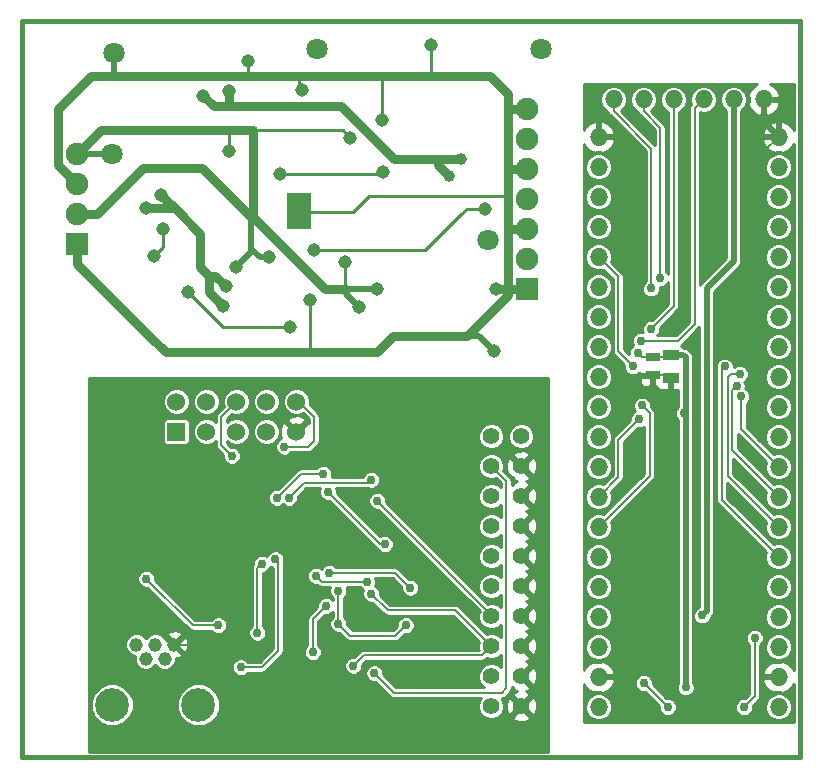
<source format=gbl>
G04 (created by PCBNEW-RS274X (2010-03-14)-final) date lun 07 nov 2011 20:25:05 ART*
G01*
G70*
G90*
%MOIN*%
G04 Gerber Fmt 3.4, Leading zero omitted, Abs format*
%FSLAX34Y34*%
G04 APERTURE LIST*
%ADD10C,0.000100*%
%ADD11C,0.015000*%
%ADD12R,0.055000X0.035000*%
%ADD13R,0.045000X0.025000*%
%ADD14O,0.060000X0.060000*%
%ADD15C,0.045300*%
%ADD16C,0.112200*%
%ADD17C,0.056000*%
%ADD18R,0.060000X0.060000*%
%ADD19C,0.060000*%
%ADD20R,0.075000X0.075000*%
%ADD21C,0.075000*%
%ADD22R,0.040000X0.040000*%
%ADD23C,0.070900*%
%ADD24C,0.045000*%
%ADD25C,0.038800*%
%ADD26C,0.029800*%
%ADD27C,0.030000*%
%ADD28C,0.010000*%
%ADD29C,0.020000*%
%ADD30C,0.006900*%
G04 APERTURE END LIST*
G54D10*
G54D11*
X33250Y-11250D02*
X33250Y-11450D01*
X59200Y-11250D02*
X33250Y-11250D01*
X59200Y-11800D02*
X59200Y-11250D01*
X59200Y-35800D02*
X59200Y-11800D01*
X33250Y-35800D02*
X59200Y-35800D01*
X33250Y-11350D02*
X33250Y-35800D01*
G54D12*
X54875Y-22400D03*
X54875Y-23150D03*
G54D13*
X54275Y-22475D03*
X54275Y-23075D03*
G54D14*
X58475Y-34125D03*
X58475Y-33125D03*
X58475Y-32125D03*
X58475Y-31125D03*
X58475Y-30125D03*
X58475Y-29125D03*
X58475Y-28125D03*
X58475Y-27125D03*
X58475Y-26125D03*
X58475Y-25125D03*
X58475Y-24125D03*
X58475Y-23125D03*
X58475Y-22125D03*
X58475Y-21125D03*
X58475Y-20125D03*
X58475Y-19125D03*
X58475Y-18125D03*
X58475Y-17125D03*
X58475Y-16125D03*
X58475Y-15125D03*
X52475Y-34125D03*
X52475Y-33125D03*
X52475Y-32125D03*
X52475Y-31125D03*
X52475Y-30125D03*
X52475Y-29125D03*
X52475Y-28125D03*
X52475Y-27125D03*
X52475Y-26125D03*
X52475Y-25125D03*
X52475Y-24125D03*
X52475Y-23125D03*
X52475Y-22125D03*
X52475Y-21125D03*
X52475Y-20125D03*
X52475Y-19125D03*
X52475Y-18125D03*
X52475Y-17125D03*
X52475Y-16125D03*
X52475Y-15125D03*
X52975Y-13875D03*
X53975Y-13875D03*
X54975Y-13875D03*
X55975Y-13875D03*
X56975Y-13875D03*
X57975Y-13875D03*
G54D15*
X37700Y-32043D03*
X37386Y-32515D03*
X38329Y-32043D03*
X38014Y-32515D03*
G54D16*
X39137Y-34050D03*
X36263Y-34050D03*
G54D15*
X37071Y-32043D03*
G54D17*
X48900Y-25100D03*
X49900Y-25100D03*
X48900Y-26100D03*
X49900Y-26100D03*
X48900Y-27100D03*
X49900Y-27100D03*
X48900Y-28100D03*
X49900Y-28100D03*
X48900Y-29100D03*
X49900Y-29100D03*
X48900Y-30100D03*
X49900Y-30100D03*
X48900Y-31100D03*
X49900Y-31100D03*
X48900Y-32100D03*
X49900Y-32100D03*
X48900Y-33100D03*
X49900Y-33100D03*
X48900Y-34100D03*
X49900Y-34100D03*
G54D18*
X38400Y-24950D03*
G54D19*
X38400Y-23950D03*
X39400Y-24950D03*
X39400Y-23950D03*
X40400Y-24950D03*
X40400Y-23950D03*
X41400Y-24950D03*
X41400Y-23950D03*
X42400Y-24950D03*
X42400Y-23950D03*
G54D20*
X50100Y-20200D03*
G54D21*
X50100Y-19200D03*
X50100Y-18200D03*
X50100Y-17200D03*
X50100Y-16200D03*
X50100Y-15200D03*
X50100Y-14200D03*
G54D20*
X35100Y-18700D03*
G54D21*
X35100Y-17700D03*
X35100Y-16700D03*
X35100Y-15700D03*
G54D22*
X42300Y-17200D03*
X42300Y-17600D03*
X42300Y-18000D03*
X42700Y-18000D03*
X42700Y-17600D03*
X42700Y-17200D03*
G54D23*
X48800Y-18550D03*
X50550Y-12200D03*
X36250Y-15700D03*
X43100Y-12200D03*
X36325Y-12325D03*
G54D24*
X44200Y-15150D03*
X40150Y-15600D03*
X41500Y-19125D03*
X45100Y-20200D03*
X44500Y-20800D03*
X44025Y-19300D03*
X40400Y-19450D03*
X41850Y-16350D03*
X45275Y-16300D03*
X37650Y-19100D03*
X37950Y-18200D03*
X39300Y-13750D03*
X40150Y-13600D03*
G54D25*
X47900Y-15850D03*
X47500Y-16425D03*
G54D24*
X48700Y-17525D03*
X43000Y-18900D03*
G54D26*
X40250Y-25750D03*
X56675Y-22775D03*
X57175Y-23025D03*
X57075Y-23425D03*
X57225Y-23775D03*
X53625Y-22775D03*
X53925Y-24075D03*
X53825Y-24525D03*
X54725Y-32025D03*
X53775Y-23275D03*
X57075Y-21675D03*
X46050Y-31400D03*
X43800Y-30250D03*
X43800Y-31350D03*
X43500Y-29650D03*
X46200Y-30150D03*
X44750Y-29950D03*
X43050Y-29750D03*
X43300Y-26350D03*
X41750Y-27150D03*
X44900Y-30350D03*
X44300Y-32750D03*
X53875Y-21925D03*
X45350Y-28700D03*
X43450Y-26950D03*
X54525Y-19825D03*
X54225Y-21525D03*
X45100Y-27250D03*
X54225Y-20175D03*
X45000Y-33000D03*
X44900Y-26550D03*
X42150Y-27150D03*
X55325Y-24335D03*
X55375Y-33475D03*
X53775Y-22325D03*
X42000Y-25450D03*
X42950Y-32300D03*
X43400Y-30750D03*
X55925Y-31075D03*
G54D24*
X42850Y-20550D03*
X46900Y-12050D03*
X45250Y-14550D03*
X49050Y-20200D03*
X40800Y-12600D03*
X42575Y-13575D03*
X49000Y-22250D03*
G54D26*
X40300Y-29000D03*
X37800Y-31500D03*
G54D24*
X37900Y-17050D03*
X37400Y-17500D03*
X39950Y-20775D03*
X40050Y-20100D03*
X42200Y-21450D03*
X38800Y-20300D03*
G54D26*
X41250Y-29350D03*
X41100Y-31650D03*
X41700Y-29200D03*
X40550Y-32800D03*
X57675Y-31825D03*
X57325Y-34125D03*
X54775Y-34125D03*
X53975Y-33325D03*
X39800Y-31400D03*
X37400Y-29850D03*
G54D27*
X40950Y-17800D02*
X40900Y-17750D01*
X40900Y-17750D02*
X40975Y-17825D01*
X40975Y-17825D02*
X41875Y-18725D01*
X44050Y-20200D02*
X44050Y-20200D01*
X44050Y-20200D02*
X44050Y-20200D01*
X44050Y-20200D02*
X43350Y-20200D01*
X41875Y-18725D02*
X43350Y-20200D01*
X37275Y-16175D02*
X38150Y-16175D01*
X38150Y-16175D02*
X38125Y-16175D01*
X35750Y-17700D02*
X37275Y-16175D01*
X35750Y-17700D02*
X35100Y-17700D01*
G54D28*
X43950Y-14900D02*
X44200Y-15150D01*
X43950Y-14900D02*
X40950Y-14900D01*
X40150Y-15600D02*
X40150Y-14900D01*
X41875Y-18725D02*
X41875Y-18750D01*
G54D29*
X40900Y-18850D02*
X40900Y-18825D01*
X41175Y-19125D02*
X40900Y-18850D01*
X41250Y-19125D02*
X41175Y-19125D01*
X41500Y-19125D02*
X41250Y-19125D01*
X40900Y-17750D02*
X40900Y-17850D01*
X40900Y-18825D02*
X40900Y-17850D01*
X44050Y-20200D02*
X45100Y-20200D01*
G54D27*
X40950Y-14900D02*
X40150Y-14900D01*
X40150Y-14900D02*
X37850Y-14900D01*
X37850Y-14900D02*
X37900Y-14900D01*
G54D29*
X35100Y-15700D02*
X36250Y-15700D01*
G54D27*
X37850Y-14900D02*
X35900Y-14900D01*
X35900Y-14900D02*
X35100Y-15700D01*
G54D29*
X44050Y-20250D02*
X44050Y-20200D01*
X44050Y-20350D02*
X44050Y-20250D01*
X44500Y-20800D02*
X44050Y-20350D01*
G54D28*
X44050Y-20200D02*
X44025Y-20200D01*
X44025Y-19300D02*
X44025Y-20200D01*
G54D29*
X40900Y-18950D02*
X40900Y-18825D01*
X40900Y-18950D02*
X40400Y-19450D01*
G54D27*
X38150Y-16175D02*
X39250Y-16175D01*
X39250Y-16175D02*
X40975Y-17900D01*
X40950Y-14900D02*
X40950Y-17800D01*
X40950Y-17800D02*
X40975Y-17825D01*
G54D28*
X41950Y-16350D02*
X41850Y-16350D01*
X45275Y-16300D02*
X45175Y-16350D01*
X42725Y-16350D02*
X41950Y-16350D01*
X45175Y-16350D02*
X42725Y-16350D01*
X37950Y-18200D02*
X37950Y-18800D01*
X37950Y-18800D02*
X37650Y-19100D01*
X37950Y-18200D02*
X37950Y-18200D01*
G54D27*
X40150Y-14100D02*
X40450Y-14100D01*
X46650Y-15850D02*
X47125Y-15850D01*
X47125Y-15850D02*
X47075Y-15850D01*
X47075Y-15850D02*
X47050Y-15850D01*
X47050Y-15850D02*
X47050Y-15850D01*
X45650Y-15850D02*
X46650Y-15850D01*
X43900Y-14100D02*
X45650Y-15850D01*
X40450Y-14100D02*
X43900Y-14100D01*
X40150Y-14100D02*
X40100Y-14100D01*
X40100Y-14100D02*
X39650Y-14100D01*
X39650Y-14100D02*
X39300Y-13750D01*
X40150Y-13600D02*
X40150Y-14100D01*
X47075Y-15850D02*
X47900Y-15850D01*
X47500Y-16425D02*
X47125Y-16050D01*
X47125Y-16050D02*
X47125Y-15850D01*
G54D28*
X47900Y-17700D02*
X46700Y-18900D01*
X46700Y-18900D02*
X46050Y-18900D01*
X45950Y-18900D02*
X43000Y-18900D01*
X45950Y-18900D02*
X46050Y-18900D01*
X48700Y-17525D02*
X48075Y-17525D01*
X48075Y-17525D02*
X47900Y-17700D01*
G54D30*
X39900Y-24450D02*
X40400Y-23950D01*
X39900Y-25400D02*
X39900Y-24450D01*
X40250Y-25750D02*
X39900Y-25400D01*
X56575Y-27225D02*
X58475Y-29125D01*
X56575Y-22875D02*
X56575Y-27225D01*
X56675Y-22775D02*
X56575Y-22875D01*
X56775Y-26425D02*
X58475Y-28125D01*
X56775Y-23125D02*
X56775Y-26425D01*
X56875Y-23025D02*
X56775Y-23125D01*
X57175Y-23025D02*
X56875Y-23025D01*
X56925Y-24075D02*
X56925Y-25575D01*
X56925Y-25575D02*
X57525Y-26175D01*
X57525Y-26175D02*
X58475Y-27125D01*
X56925Y-23575D02*
X56925Y-24075D01*
X57075Y-23425D02*
X56925Y-23575D01*
X57225Y-23775D02*
X57225Y-24875D01*
X57225Y-24875D02*
X57825Y-25475D01*
X57825Y-25475D02*
X58475Y-26125D01*
X53625Y-22775D02*
X53125Y-22275D01*
X53125Y-22275D02*
X53125Y-19775D01*
X53125Y-19775D02*
X52475Y-19125D01*
X54175Y-26425D02*
X52475Y-28125D01*
X54175Y-24325D02*
X54175Y-26425D01*
X53925Y-24075D02*
X54175Y-24325D01*
X53125Y-26475D02*
X52475Y-27125D01*
X53125Y-25225D02*
X53125Y-26475D01*
X53825Y-24525D02*
X53125Y-25225D01*
X53625Y-33125D02*
X52475Y-33125D01*
X54725Y-32025D02*
X53625Y-33125D01*
X53975Y-23075D02*
X54275Y-23075D01*
X53775Y-23275D02*
X53975Y-23075D01*
G54D29*
X57975Y-14625D02*
X58475Y-15125D01*
X57975Y-13875D02*
X57975Y-14625D01*
G54D30*
X58025Y-15575D02*
X58475Y-15125D01*
X58025Y-20725D02*
X58025Y-15575D01*
X57075Y-21675D02*
X58025Y-20725D01*
X54800Y-23075D02*
X54875Y-23150D01*
X54275Y-23075D02*
X54800Y-23075D01*
X43800Y-31350D02*
X44200Y-31750D01*
X44200Y-31750D02*
X45700Y-31750D01*
X45700Y-31750D02*
X46050Y-31400D01*
X43800Y-30250D02*
X43800Y-31350D01*
X45700Y-29650D02*
X43500Y-29650D01*
X46200Y-30150D02*
X45700Y-29650D01*
X43250Y-29950D02*
X44750Y-29950D01*
X43050Y-29750D02*
X43250Y-29950D01*
X42550Y-26350D02*
X43300Y-26350D01*
X41750Y-27150D02*
X42550Y-26350D01*
X47700Y-30900D02*
X48900Y-32100D01*
X45450Y-30900D02*
X47700Y-30900D01*
X44900Y-30350D02*
X45450Y-30900D01*
X44650Y-32400D02*
X47300Y-32400D01*
X48600Y-32400D02*
X48900Y-32100D01*
X47300Y-32400D02*
X48600Y-32400D01*
X44300Y-32750D02*
X44650Y-32400D01*
X55675Y-14175D02*
X55975Y-13875D01*
X55675Y-21375D02*
X55675Y-14175D01*
X55125Y-21925D02*
X55675Y-21375D01*
X53875Y-21925D02*
X55125Y-21925D01*
X45200Y-28700D02*
X45350Y-28700D01*
X43450Y-26950D02*
X45200Y-28700D01*
X53975Y-14275D02*
X53975Y-13875D01*
X54525Y-14825D02*
X53975Y-14275D01*
X54525Y-19825D02*
X54525Y-14825D01*
X54975Y-20775D02*
X54975Y-13875D01*
X54225Y-21525D02*
X54975Y-20775D01*
X48900Y-31050D02*
X45100Y-27250D01*
X48900Y-31100D02*
X48900Y-31050D01*
X52975Y-14275D02*
X52975Y-13875D01*
X54225Y-15525D02*
X52975Y-14275D01*
X54225Y-20175D02*
X54225Y-15525D01*
X45000Y-33000D02*
X45650Y-33650D01*
X45650Y-33650D02*
X49250Y-33650D01*
X49250Y-33650D02*
X49400Y-33500D01*
X49400Y-33500D02*
X49400Y-26600D01*
X49400Y-26600D02*
X48900Y-26100D01*
X44800Y-26650D02*
X44900Y-26550D01*
X42650Y-26650D02*
X44800Y-26650D01*
X42150Y-27150D02*
X42650Y-26650D01*
X55375Y-24075D02*
X55425Y-24075D01*
X55375Y-24125D02*
X55425Y-24075D01*
X55375Y-24285D02*
X55375Y-24125D01*
X55375Y-24285D02*
X55325Y-24335D01*
G54D29*
X54875Y-22400D02*
X55300Y-22400D01*
X55375Y-22475D02*
X55375Y-24075D01*
X55375Y-24075D02*
X55375Y-33475D01*
X55300Y-22400D02*
X55375Y-22475D01*
G54D30*
X53925Y-22475D02*
X54275Y-22475D01*
X53775Y-22325D02*
X53925Y-22475D01*
X54800Y-22475D02*
X54875Y-22400D01*
X54275Y-22475D02*
X54800Y-22475D01*
X42500Y-23950D02*
X42400Y-23950D01*
X43000Y-24450D02*
X42500Y-23950D01*
X43000Y-25250D02*
X43000Y-24450D01*
X42800Y-25450D02*
X43000Y-25250D01*
X42000Y-25450D02*
X42800Y-25450D01*
X42950Y-31200D02*
X42950Y-32300D01*
X43400Y-30750D02*
X42950Y-31200D01*
G54D29*
X56975Y-13875D02*
X56975Y-19275D01*
X56075Y-30925D02*
X55925Y-31075D01*
X56075Y-20175D02*
X56075Y-30925D01*
X56975Y-19275D02*
X56075Y-20175D01*
G54D28*
X42850Y-20550D02*
X42850Y-21750D01*
X42850Y-21750D02*
X42850Y-22275D01*
X42850Y-22275D02*
X42850Y-22300D01*
X44300Y-17625D02*
X42725Y-17625D01*
X42725Y-17625D02*
X42700Y-17600D01*
X46900Y-12050D02*
X46900Y-13100D01*
X45250Y-14525D02*
X45250Y-14550D01*
X45250Y-14525D02*
X45250Y-13100D01*
G54D27*
X45800Y-13100D02*
X45250Y-13100D01*
X45800Y-13100D02*
X46900Y-13100D01*
X45250Y-13100D02*
X42500Y-13100D01*
X42500Y-13100D02*
X41950Y-13100D01*
X41950Y-13100D02*
X42050Y-13100D01*
X42050Y-13100D02*
X41550Y-13100D01*
X41550Y-13100D02*
X40800Y-13100D01*
X40800Y-13100D02*
X40850Y-13100D01*
X40850Y-13100D02*
X38650Y-13100D01*
X38650Y-13100D02*
X38700Y-13100D01*
X46900Y-13100D02*
X48850Y-13100D01*
X49450Y-13700D02*
X48850Y-13100D01*
X49450Y-13700D02*
X49450Y-14200D01*
X49450Y-14200D02*
X49450Y-16200D01*
X49450Y-16200D02*
X49450Y-17100D01*
X49450Y-17100D02*
X49450Y-17050D01*
X49450Y-17050D02*
X49450Y-17100D01*
X49450Y-17100D02*
X49450Y-17175D01*
X49450Y-17175D02*
X49450Y-18200D01*
X49450Y-18200D02*
X49450Y-20150D01*
X49450Y-20150D02*
X49450Y-20200D01*
X48100Y-21750D02*
X45625Y-21750D01*
X45625Y-21750D02*
X45650Y-21750D01*
X49450Y-20400D02*
X48100Y-21750D01*
X49450Y-20200D02*
X49450Y-20400D01*
X35100Y-19350D02*
X35100Y-18700D01*
X37500Y-21750D02*
X35100Y-19350D01*
X37500Y-21750D02*
X37500Y-21750D01*
X49450Y-20200D02*
X49350Y-20200D01*
X49350Y-20200D02*
X49050Y-20200D01*
X38650Y-13100D02*
X36650Y-13100D01*
X36650Y-13100D02*
X36325Y-13100D01*
X36325Y-13100D02*
X35550Y-13100D01*
X35550Y-13100D02*
X34450Y-14200D01*
X34450Y-14200D02*
X34450Y-16050D01*
X34450Y-16050D02*
X35100Y-16700D01*
G54D28*
X40800Y-13100D02*
X40800Y-12600D01*
X42500Y-13100D02*
X42500Y-13500D01*
X42500Y-13500D02*
X42575Y-13575D01*
G54D29*
X49000Y-22250D02*
X48500Y-21750D01*
X48500Y-21750D02*
X48150Y-21750D01*
X48150Y-21750D02*
X48150Y-21700D01*
G54D27*
X50100Y-14200D02*
X49450Y-14200D01*
X50100Y-16200D02*
X49450Y-16200D01*
X50100Y-18200D02*
X49450Y-18200D01*
X49450Y-20200D02*
X50100Y-20200D01*
G54D28*
X49450Y-17100D02*
X44825Y-17100D01*
X44825Y-17100D02*
X44300Y-17625D01*
X44300Y-17625D02*
X44310Y-17615D01*
X44310Y-17615D02*
X44310Y-17615D01*
X44310Y-17615D02*
X44325Y-17600D01*
G54D27*
X45625Y-21750D02*
X45075Y-22300D01*
X45075Y-22300D02*
X42850Y-22300D01*
X38050Y-22300D02*
X37500Y-21750D01*
X42850Y-22300D02*
X38050Y-22300D01*
G54D29*
X36325Y-12325D02*
X36325Y-13075D01*
X36325Y-13075D02*
X36325Y-13100D01*
G54D30*
X38329Y-32043D02*
X39857Y-32043D01*
X40500Y-31400D02*
X39857Y-32043D01*
X40500Y-29200D02*
X40500Y-31400D01*
X40500Y-29200D02*
X40300Y-29000D01*
X38329Y-32029D02*
X38329Y-32043D01*
X37800Y-31500D02*
X38329Y-32029D01*
G54D27*
X39200Y-18350D02*
X38350Y-17500D01*
X39500Y-19750D02*
X39200Y-19450D01*
X39200Y-19450D02*
X39200Y-18350D01*
X38350Y-17500D02*
X37900Y-17050D01*
X37400Y-17500D02*
X38350Y-17500D01*
X39500Y-19750D02*
X39500Y-20300D01*
X39500Y-20300D02*
X39950Y-20775D01*
X40050Y-20100D02*
X39700Y-19750D01*
X39700Y-19750D02*
X39500Y-19750D01*
G54D28*
X42200Y-21450D02*
X42200Y-21450D01*
X39950Y-21450D02*
X42200Y-21450D01*
X39950Y-21450D02*
X38800Y-20300D01*
G54D30*
X41250Y-29350D02*
X41100Y-29500D01*
X41100Y-29500D02*
X41100Y-31650D01*
X41800Y-31550D02*
X41800Y-32250D01*
X41700Y-29200D02*
X41800Y-29300D01*
X41800Y-29300D02*
X41800Y-31550D01*
X41800Y-32250D02*
X41250Y-32800D01*
X41250Y-32800D02*
X40550Y-32800D01*
X57675Y-33775D02*
X57675Y-31825D01*
X57325Y-34125D02*
X57675Y-33775D01*
X53975Y-33325D02*
X54775Y-34125D01*
X38950Y-31400D02*
X39800Y-31400D01*
X37400Y-29850D02*
X38950Y-31400D01*
G54D28*
X51975Y-13375D02*
X57749Y-13375D01*
X58200Y-13375D02*
X58975Y-13375D01*
X51975Y-13455D02*
X52830Y-13455D01*
X53122Y-13455D02*
X53830Y-13455D01*
X54122Y-13455D02*
X54830Y-13455D01*
X55122Y-13455D02*
X55830Y-13455D01*
X56122Y-13455D02*
X56830Y-13455D01*
X57122Y-13455D02*
X57616Y-13455D01*
X58335Y-13455D02*
X58975Y-13455D01*
X51975Y-13535D02*
X52684Y-13535D01*
X53266Y-13535D02*
X53684Y-13535D01*
X54266Y-13535D02*
X54684Y-13535D01*
X55266Y-13535D02*
X55684Y-13535D01*
X56266Y-13535D02*
X56684Y-13535D01*
X57266Y-13535D02*
X57544Y-13535D01*
X58407Y-13535D02*
X58975Y-13535D01*
X51975Y-13615D02*
X52604Y-13615D01*
X53346Y-13615D02*
X53604Y-13615D01*
X54346Y-13615D02*
X54604Y-13615D01*
X55346Y-13615D02*
X55604Y-13615D01*
X56346Y-13615D02*
X56604Y-13615D01*
X57346Y-13615D02*
X57487Y-13615D01*
X58464Y-13615D02*
X58975Y-13615D01*
X51975Y-13695D02*
X52565Y-13695D01*
X53386Y-13695D02*
X53565Y-13695D01*
X54386Y-13695D02*
X54565Y-13695D01*
X55386Y-13695D02*
X55565Y-13695D01*
X56386Y-13695D02*
X56565Y-13695D01*
X57386Y-13695D02*
X57459Y-13695D01*
X58492Y-13695D02*
X58975Y-13695D01*
X51975Y-13775D02*
X52532Y-13775D01*
X53419Y-13775D02*
X53532Y-13775D01*
X54419Y-13775D02*
X54532Y-13775D01*
X55419Y-13775D02*
X55532Y-13775D01*
X56419Y-13775D02*
X56532Y-13775D01*
X57419Y-13775D02*
X57462Y-13775D01*
X58487Y-13775D02*
X58975Y-13775D01*
X51975Y-13855D02*
X52526Y-13855D01*
X53424Y-13855D02*
X53526Y-13855D01*
X54424Y-13855D02*
X54526Y-13855D01*
X55424Y-13855D02*
X55526Y-13855D01*
X56424Y-13855D02*
X56526Y-13855D01*
X57424Y-13855D02*
X57475Y-13855D01*
X57925Y-13855D02*
X58975Y-13855D01*
X51975Y-13935D02*
X52526Y-13935D01*
X53424Y-13935D02*
X53526Y-13935D01*
X54424Y-13935D02*
X54526Y-13935D01*
X55424Y-13935D02*
X55526Y-13935D01*
X56424Y-13935D02*
X56526Y-13935D01*
X57424Y-13935D02*
X57485Y-13935D01*
X57925Y-13935D02*
X58025Y-13935D01*
X58466Y-13935D02*
X58975Y-13935D01*
X51975Y-14015D02*
X52547Y-14015D01*
X53402Y-14015D02*
X53547Y-14015D01*
X54402Y-14015D02*
X54547Y-14015D01*
X55402Y-14015D02*
X55547Y-14015D01*
X56402Y-14015D02*
X56547Y-14015D01*
X57402Y-14015D02*
X57444Y-14015D01*
X57925Y-14015D02*
X58025Y-14015D01*
X58505Y-14015D02*
X58975Y-14015D01*
X51975Y-14095D02*
X52581Y-14095D01*
X53368Y-14095D02*
X53581Y-14095D01*
X54368Y-14095D02*
X54581Y-14095D01*
X55368Y-14095D02*
X55512Y-14095D01*
X56368Y-14095D02*
X56581Y-14095D01*
X57368Y-14095D02*
X57472Y-14095D01*
X57925Y-14095D02*
X58025Y-14095D01*
X58477Y-14095D02*
X58975Y-14095D01*
X51975Y-14175D02*
X52644Y-14175D01*
X53306Y-14175D02*
X53644Y-14175D01*
X54306Y-14175D02*
X54644Y-14175D01*
X55306Y-14175D02*
X55491Y-14175D01*
X56306Y-14175D02*
X56644Y-14175D01*
X57306Y-14175D02*
X57507Y-14175D01*
X57925Y-14175D02*
X58025Y-14175D01*
X58442Y-14175D02*
X58975Y-14175D01*
X51975Y-14255D02*
X52733Y-14255D01*
X53215Y-14255D02*
X53733Y-14255D01*
X54215Y-14255D02*
X54733Y-14255D01*
X55217Y-14255D02*
X55491Y-14255D01*
X56217Y-14255D02*
X56725Y-14255D01*
X57225Y-14255D02*
X57579Y-14255D01*
X57925Y-14255D02*
X58025Y-14255D01*
X58370Y-14255D02*
X58975Y-14255D01*
X51975Y-14335D02*
X52802Y-14335D01*
X53296Y-14335D02*
X53802Y-14335D01*
X54296Y-14335D02*
X54791Y-14335D01*
X55159Y-14335D02*
X55491Y-14335D01*
X55859Y-14335D02*
X56725Y-14335D01*
X57225Y-14335D02*
X57666Y-14335D01*
X57925Y-14335D02*
X58025Y-14335D01*
X58283Y-14335D02*
X58975Y-14335D01*
X51975Y-14415D02*
X52855Y-14415D01*
X53376Y-14415D02*
X53855Y-14415D01*
X54376Y-14415D02*
X54791Y-14415D01*
X55159Y-14415D02*
X55491Y-14415D01*
X55859Y-14415D02*
X56725Y-14415D01*
X57225Y-14415D02*
X57833Y-14415D01*
X57841Y-14415D02*
X58108Y-14415D01*
X58116Y-14415D02*
X58975Y-14415D01*
X51975Y-14495D02*
X52935Y-14495D01*
X53456Y-14495D02*
X53935Y-14495D01*
X54456Y-14495D02*
X54791Y-14495D01*
X55159Y-14495D02*
X55491Y-14495D01*
X55859Y-14495D02*
X56725Y-14495D01*
X57225Y-14495D02*
X58975Y-14495D01*
X51975Y-14575D02*
X53015Y-14575D01*
X53536Y-14575D02*
X54015Y-14575D01*
X54536Y-14575D02*
X54791Y-14575D01*
X55159Y-14575D02*
X55491Y-14575D01*
X55859Y-14575D02*
X56725Y-14575D01*
X57225Y-14575D02*
X58975Y-14575D01*
X51975Y-14655D02*
X52178Y-14655D01*
X52425Y-14655D02*
X52525Y-14655D01*
X52773Y-14655D02*
X53095Y-14655D01*
X53616Y-14655D02*
X54095Y-14655D01*
X54616Y-14655D02*
X54791Y-14655D01*
X55159Y-14655D02*
X55491Y-14655D01*
X55859Y-14655D02*
X56725Y-14655D01*
X57225Y-14655D02*
X58178Y-14655D01*
X58425Y-14655D02*
X58525Y-14655D01*
X58773Y-14655D02*
X58975Y-14655D01*
X51975Y-14735D02*
X52090Y-14735D01*
X52425Y-14735D02*
X52525Y-14735D01*
X52861Y-14735D02*
X53175Y-14735D01*
X53696Y-14735D02*
X54175Y-14735D01*
X54681Y-14735D02*
X54791Y-14735D01*
X55159Y-14735D02*
X55491Y-14735D01*
X55859Y-14735D02*
X56725Y-14735D01*
X57225Y-14735D02*
X58089Y-14735D01*
X58425Y-14735D02*
X58525Y-14735D01*
X58861Y-14735D02*
X58975Y-14735D01*
X51975Y-14815D02*
X52016Y-14815D01*
X52425Y-14815D02*
X52525Y-14815D01*
X52935Y-14815D02*
X53255Y-14815D01*
X53776Y-14815D02*
X54255Y-14815D01*
X54707Y-14815D02*
X54791Y-14815D01*
X55159Y-14815D02*
X55491Y-14815D01*
X55859Y-14815D02*
X56725Y-14815D01*
X57225Y-14815D02*
X58016Y-14815D01*
X58425Y-14815D02*
X58525Y-14815D01*
X58935Y-14815D02*
X58975Y-14815D01*
X51975Y-14895D02*
X51977Y-14895D01*
X52425Y-14895D02*
X52525Y-14895D01*
X52973Y-14895D02*
X53335Y-14895D01*
X53856Y-14895D02*
X54335Y-14895D01*
X54709Y-14895D02*
X54791Y-14895D01*
X55159Y-14895D02*
X55491Y-14895D01*
X55859Y-14895D02*
X56725Y-14895D01*
X57225Y-14895D02*
X57978Y-14895D01*
X58425Y-14895D02*
X58525Y-14895D01*
X58974Y-14895D02*
X58975Y-14895D01*
X52425Y-14975D02*
X52525Y-14975D01*
X53011Y-14975D02*
X53415Y-14975D01*
X53936Y-14975D02*
X54341Y-14975D01*
X54709Y-14975D02*
X54791Y-14975D01*
X55159Y-14975D02*
X55491Y-14975D01*
X55859Y-14975D02*
X56725Y-14975D01*
X57225Y-14975D02*
X57940Y-14975D01*
X58425Y-14975D02*
X58525Y-14975D01*
X52425Y-15055D02*
X52525Y-15055D01*
X52980Y-15055D02*
X53495Y-15055D01*
X54016Y-15055D02*
X54341Y-15055D01*
X54709Y-15055D02*
X54791Y-15055D01*
X55159Y-15055D02*
X55491Y-15055D01*
X55859Y-15055D02*
X56725Y-15055D01*
X57225Y-15055D02*
X57969Y-15055D01*
X58425Y-15055D02*
X58525Y-15055D01*
X52425Y-15135D02*
X53575Y-15135D01*
X54096Y-15135D02*
X54341Y-15135D01*
X54709Y-15135D02*
X54791Y-15135D01*
X55159Y-15135D02*
X55491Y-15135D01*
X55859Y-15135D02*
X56725Y-15135D01*
X57225Y-15135D02*
X58525Y-15135D01*
X52992Y-15215D02*
X53655Y-15215D01*
X54176Y-15215D02*
X54341Y-15215D01*
X54709Y-15215D02*
X54791Y-15215D01*
X55159Y-15215D02*
X55491Y-15215D01*
X55859Y-15215D02*
X56725Y-15215D01*
X57225Y-15215D02*
X57959Y-15215D01*
X53001Y-15295D02*
X53735Y-15295D01*
X54256Y-15295D02*
X54341Y-15295D01*
X54709Y-15295D02*
X54791Y-15295D01*
X55159Y-15295D02*
X55491Y-15295D01*
X55859Y-15295D02*
X56725Y-15295D01*
X57225Y-15295D02*
X57948Y-15295D01*
X51975Y-15375D02*
X51986Y-15375D01*
X52963Y-15375D02*
X53815Y-15375D01*
X54336Y-15375D02*
X54341Y-15375D01*
X54709Y-15375D02*
X54791Y-15375D01*
X55159Y-15375D02*
X55491Y-15375D01*
X55859Y-15375D02*
X56725Y-15375D01*
X57225Y-15375D02*
X57986Y-15375D01*
X58963Y-15375D02*
X58975Y-15375D01*
X51975Y-15455D02*
X52025Y-15455D01*
X52924Y-15455D02*
X53895Y-15455D01*
X54709Y-15455D02*
X54791Y-15455D01*
X55159Y-15455D02*
X55491Y-15455D01*
X55859Y-15455D02*
X56725Y-15455D01*
X57225Y-15455D02*
X58025Y-15455D01*
X58924Y-15455D02*
X58975Y-15455D01*
X51975Y-15535D02*
X52111Y-15535D01*
X52838Y-15535D02*
X53975Y-15535D01*
X54709Y-15535D02*
X54791Y-15535D01*
X55159Y-15535D02*
X55491Y-15535D01*
X55859Y-15535D02*
X56725Y-15535D01*
X57225Y-15535D02*
X58111Y-15535D01*
X58838Y-15535D02*
X58975Y-15535D01*
X51975Y-15615D02*
X52218Y-15615D01*
X52415Y-15615D02*
X52425Y-15615D01*
X52525Y-15615D02*
X52534Y-15615D01*
X52731Y-15615D02*
X54041Y-15615D01*
X54709Y-15615D02*
X54791Y-15615D01*
X55159Y-15615D02*
X55491Y-15615D01*
X55859Y-15615D02*
X56725Y-15615D01*
X57225Y-15615D02*
X58218Y-15615D01*
X58415Y-15615D02*
X58425Y-15615D01*
X58525Y-15615D02*
X58534Y-15615D01*
X58731Y-15615D02*
X58975Y-15615D01*
X51975Y-15695D02*
X52343Y-15695D01*
X52610Y-15695D02*
X54041Y-15695D01*
X54709Y-15695D02*
X54791Y-15695D01*
X55159Y-15695D02*
X55491Y-15695D01*
X55859Y-15695D02*
X56725Y-15695D01*
X57225Y-15695D02*
X58340Y-15695D01*
X58609Y-15695D02*
X58975Y-15695D01*
X51975Y-15775D02*
X52194Y-15775D01*
X52756Y-15775D02*
X54041Y-15775D01*
X54709Y-15775D02*
X54791Y-15775D01*
X55159Y-15775D02*
X55491Y-15775D01*
X55859Y-15775D02*
X56725Y-15775D01*
X57225Y-15775D02*
X58194Y-15775D01*
X58756Y-15775D02*
X58975Y-15775D01*
X51975Y-15855D02*
X52114Y-15855D01*
X52836Y-15855D02*
X54041Y-15855D01*
X54709Y-15855D02*
X54791Y-15855D01*
X55159Y-15855D02*
X55491Y-15855D01*
X55859Y-15855D02*
X56725Y-15855D01*
X57225Y-15855D02*
X58114Y-15855D01*
X58836Y-15855D02*
X58975Y-15855D01*
X51975Y-15935D02*
X52074Y-15935D01*
X52877Y-15935D02*
X54041Y-15935D01*
X54709Y-15935D02*
X54791Y-15935D01*
X55159Y-15935D02*
X55491Y-15935D01*
X55859Y-15935D02*
X56725Y-15935D01*
X57225Y-15935D02*
X58074Y-15935D01*
X58877Y-15935D02*
X58975Y-15935D01*
X51975Y-16015D02*
X52040Y-16015D01*
X52910Y-16015D02*
X54041Y-16015D01*
X54709Y-16015D02*
X54791Y-16015D01*
X55159Y-16015D02*
X55491Y-16015D01*
X55859Y-16015D02*
X56725Y-16015D01*
X57225Y-16015D02*
X58040Y-16015D01*
X58910Y-16015D02*
X58975Y-16015D01*
X51975Y-16095D02*
X52034Y-16095D01*
X52916Y-16095D02*
X54041Y-16095D01*
X54709Y-16095D02*
X54791Y-16095D01*
X55159Y-16095D02*
X55491Y-16095D01*
X55859Y-16095D02*
X56725Y-16095D01*
X57225Y-16095D02*
X58034Y-16095D01*
X58916Y-16095D02*
X58975Y-16095D01*
X51975Y-16175D02*
X52034Y-16175D01*
X52916Y-16175D02*
X54041Y-16175D01*
X54709Y-16175D02*
X54791Y-16175D01*
X55159Y-16175D02*
X55491Y-16175D01*
X55859Y-16175D02*
X56725Y-16175D01*
X57225Y-16175D02*
X58034Y-16175D01*
X58916Y-16175D02*
X58975Y-16175D01*
X51975Y-16255D02*
X52048Y-16255D01*
X52901Y-16255D02*
X54041Y-16255D01*
X54709Y-16255D02*
X54791Y-16255D01*
X55159Y-16255D02*
X55491Y-16255D01*
X55859Y-16255D02*
X56725Y-16255D01*
X57225Y-16255D02*
X58048Y-16255D01*
X58901Y-16255D02*
X58975Y-16255D01*
X51975Y-16335D02*
X52081Y-16335D01*
X52868Y-16335D02*
X54041Y-16335D01*
X54709Y-16335D02*
X54791Y-16335D01*
X55159Y-16335D02*
X55491Y-16335D01*
X55859Y-16335D02*
X56725Y-16335D01*
X57225Y-16335D02*
X58081Y-16335D01*
X58868Y-16335D02*
X58975Y-16335D01*
X51975Y-16415D02*
X52134Y-16415D01*
X52816Y-16415D02*
X54041Y-16415D01*
X54709Y-16415D02*
X54791Y-16415D01*
X55159Y-16415D02*
X55491Y-16415D01*
X55859Y-16415D02*
X56725Y-16415D01*
X57225Y-16415D02*
X58134Y-16415D01*
X58816Y-16415D02*
X58975Y-16415D01*
X51975Y-16495D02*
X52214Y-16495D01*
X52736Y-16495D02*
X54041Y-16495D01*
X54709Y-16495D02*
X54791Y-16495D01*
X55159Y-16495D02*
X55491Y-16495D01*
X55859Y-16495D02*
X56725Y-16495D01*
X57225Y-16495D02*
X58214Y-16495D01*
X58736Y-16495D02*
X58975Y-16495D01*
X51975Y-16575D02*
X54041Y-16575D01*
X54709Y-16575D02*
X54791Y-16575D01*
X55159Y-16575D02*
X55491Y-16575D01*
X55859Y-16575D02*
X56725Y-16575D01*
X57225Y-16575D02*
X58975Y-16575D01*
X51975Y-16655D02*
X54041Y-16655D01*
X54709Y-16655D02*
X54791Y-16655D01*
X55159Y-16655D02*
X55491Y-16655D01*
X55859Y-16655D02*
X56725Y-16655D01*
X57225Y-16655D02*
X58975Y-16655D01*
X51975Y-16735D02*
X52246Y-16735D01*
X52704Y-16735D02*
X54041Y-16735D01*
X54709Y-16735D02*
X54791Y-16735D01*
X55159Y-16735D02*
X55491Y-16735D01*
X55859Y-16735D02*
X56725Y-16735D01*
X57225Y-16735D02*
X58246Y-16735D01*
X58704Y-16735D02*
X58975Y-16735D01*
X51975Y-16815D02*
X52154Y-16815D01*
X52796Y-16815D02*
X54041Y-16815D01*
X54709Y-16815D02*
X54791Y-16815D01*
X55159Y-16815D02*
X55491Y-16815D01*
X55859Y-16815D02*
X56725Y-16815D01*
X57225Y-16815D02*
X58154Y-16815D01*
X58796Y-16815D02*
X58975Y-16815D01*
X51975Y-16895D02*
X52091Y-16895D01*
X52861Y-16895D02*
X54041Y-16895D01*
X54709Y-16895D02*
X54791Y-16895D01*
X55159Y-16895D02*
X55491Y-16895D01*
X55859Y-16895D02*
X56725Y-16895D01*
X57225Y-16895D02*
X58091Y-16895D01*
X58861Y-16895D02*
X58975Y-16895D01*
X51975Y-16975D02*
X52057Y-16975D01*
X52894Y-16975D02*
X54041Y-16975D01*
X54709Y-16975D02*
X54791Y-16975D01*
X55159Y-16975D02*
X55491Y-16975D01*
X55859Y-16975D02*
X56725Y-16975D01*
X57225Y-16975D02*
X58057Y-16975D01*
X58894Y-16975D02*
X58975Y-16975D01*
X51975Y-17055D02*
X52034Y-17055D01*
X52916Y-17055D02*
X54041Y-17055D01*
X54709Y-17055D02*
X54791Y-17055D01*
X55159Y-17055D02*
X55491Y-17055D01*
X55859Y-17055D02*
X56725Y-17055D01*
X57225Y-17055D02*
X58034Y-17055D01*
X58916Y-17055D02*
X58975Y-17055D01*
X51975Y-17135D02*
X52034Y-17135D01*
X52916Y-17135D02*
X54041Y-17135D01*
X54709Y-17135D02*
X54791Y-17135D01*
X55159Y-17135D02*
X55491Y-17135D01*
X55859Y-17135D02*
X56725Y-17135D01*
X57225Y-17135D02*
X58034Y-17135D01*
X58916Y-17135D02*
X58975Y-17135D01*
X51975Y-17215D02*
X52034Y-17215D01*
X52916Y-17215D02*
X54041Y-17215D01*
X54709Y-17215D02*
X54791Y-17215D01*
X55159Y-17215D02*
X55491Y-17215D01*
X55859Y-17215D02*
X56725Y-17215D01*
X57225Y-17215D02*
X58034Y-17215D01*
X58916Y-17215D02*
X58975Y-17215D01*
X51975Y-17295D02*
X52065Y-17295D01*
X52884Y-17295D02*
X54041Y-17295D01*
X54709Y-17295D02*
X54791Y-17295D01*
X55159Y-17295D02*
X55491Y-17295D01*
X55859Y-17295D02*
X56725Y-17295D01*
X57225Y-17295D02*
X58065Y-17295D01*
X58884Y-17295D02*
X58975Y-17295D01*
X51975Y-17375D02*
X52098Y-17375D01*
X52851Y-17375D02*
X54041Y-17375D01*
X54709Y-17375D02*
X54791Y-17375D01*
X55159Y-17375D02*
X55491Y-17375D01*
X55859Y-17375D02*
X56725Y-17375D01*
X57225Y-17375D02*
X58098Y-17375D01*
X58851Y-17375D02*
X58975Y-17375D01*
X51975Y-17455D02*
X52174Y-17455D01*
X52776Y-17455D02*
X54041Y-17455D01*
X54709Y-17455D02*
X54791Y-17455D01*
X55159Y-17455D02*
X55491Y-17455D01*
X55859Y-17455D02*
X56725Y-17455D01*
X57225Y-17455D02*
X58174Y-17455D01*
X58776Y-17455D02*
X58975Y-17455D01*
X51975Y-17535D02*
X52294Y-17535D01*
X52656Y-17535D02*
X54041Y-17535D01*
X54709Y-17535D02*
X54791Y-17535D01*
X55159Y-17535D02*
X55491Y-17535D01*
X55859Y-17535D02*
X56725Y-17535D01*
X57225Y-17535D02*
X58294Y-17535D01*
X58656Y-17535D02*
X58975Y-17535D01*
X51975Y-17615D02*
X54041Y-17615D01*
X54709Y-17615D02*
X54791Y-17615D01*
X55159Y-17615D02*
X55491Y-17615D01*
X55859Y-17615D02*
X56725Y-17615D01*
X57225Y-17615D02*
X58975Y-17615D01*
X51975Y-17695D02*
X52342Y-17695D01*
X52609Y-17695D02*
X54041Y-17695D01*
X54709Y-17695D02*
X54791Y-17695D01*
X55159Y-17695D02*
X55491Y-17695D01*
X55859Y-17695D02*
X56725Y-17695D01*
X57225Y-17695D02*
X58342Y-17695D01*
X58609Y-17695D02*
X58975Y-17695D01*
X51975Y-17775D02*
X52194Y-17775D01*
X52756Y-17775D02*
X54041Y-17775D01*
X54709Y-17775D02*
X54791Y-17775D01*
X55159Y-17775D02*
X55491Y-17775D01*
X55859Y-17775D02*
X56725Y-17775D01*
X57225Y-17775D02*
X58194Y-17775D01*
X58756Y-17775D02*
X58975Y-17775D01*
X51975Y-17855D02*
X52114Y-17855D01*
X52836Y-17855D02*
X54041Y-17855D01*
X54709Y-17855D02*
X54791Y-17855D01*
X55159Y-17855D02*
X55491Y-17855D01*
X55859Y-17855D02*
X56725Y-17855D01*
X57225Y-17855D02*
X58114Y-17855D01*
X58836Y-17855D02*
X58975Y-17855D01*
X51975Y-17935D02*
X52074Y-17935D01*
X52877Y-17935D02*
X54041Y-17935D01*
X54709Y-17935D02*
X54791Y-17935D01*
X55159Y-17935D02*
X55491Y-17935D01*
X55859Y-17935D02*
X56725Y-17935D01*
X57225Y-17935D02*
X58074Y-17935D01*
X58877Y-17935D02*
X58975Y-17935D01*
X51975Y-18015D02*
X52040Y-18015D01*
X52910Y-18015D02*
X54041Y-18015D01*
X54709Y-18015D02*
X54791Y-18015D01*
X55159Y-18015D02*
X55491Y-18015D01*
X55859Y-18015D02*
X56725Y-18015D01*
X57225Y-18015D02*
X58040Y-18015D01*
X58910Y-18015D02*
X58975Y-18015D01*
X51975Y-18095D02*
X52034Y-18095D01*
X52916Y-18095D02*
X54041Y-18095D01*
X54709Y-18095D02*
X54791Y-18095D01*
X55159Y-18095D02*
X55491Y-18095D01*
X55859Y-18095D02*
X56725Y-18095D01*
X57225Y-18095D02*
X58034Y-18095D01*
X58916Y-18095D02*
X58975Y-18095D01*
X51975Y-18175D02*
X52034Y-18175D01*
X52916Y-18175D02*
X54041Y-18175D01*
X54709Y-18175D02*
X54791Y-18175D01*
X55159Y-18175D02*
X55491Y-18175D01*
X55859Y-18175D02*
X56725Y-18175D01*
X57225Y-18175D02*
X58034Y-18175D01*
X58916Y-18175D02*
X58975Y-18175D01*
X51975Y-18255D02*
X52048Y-18255D01*
X52901Y-18255D02*
X54041Y-18255D01*
X54709Y-18255D02*
X54791Y-18255D01*
X55159Y-18255D02*
X55491Y-18255D01*
X55859Y-18255D02*
X56725Y-18255D01*
X57225Y-18255D02*
X58048Y-18255D01*
X58901Y-18255D02*
X58975Y-18255D01*
X51975Y-18335D02*
X52081Y-18335D01*
X52868Y-18335D02*
X54041Y-18335D01*
X54709Y-18335D02*
X54791Y-18335D01*
X55159Y-18335D02*
X55491Y-18335D01*
X55859Y-18335D02*
X56725Y-18335D01*
X57225Y-18335D02*
X58081Y-18335D01*
X58868Y-18335D02*
X58975Y-18335D01*
X51975Y-18415D02*
X52134Y-18415D01*
X52816Y-18415D02*
X54041Y-18415D01*
X54709Y-18415D02*
X54791Y-18415D01*
X55159Y-18415D02*
X55491Y-18415D01*
X55859Y-18415D02*
X56725Y-18415D01*
X57225Y-18415D02*
X58134Y-18415D01*
X58816Y-18415D02*
X58975Y-18415D01*
X51975Y-18495D02*
X52214Y-18495D01*
X52736Y-18495D02*
X54041Y-18495D01*
X54709Y-18495D02*
X54791Y-18495D01*
X55159Y-18495D02*
X55491Y-18495D01*
X55859Y-18495D02*
X56725Y-18495D01*
X57225Y-18495D02*
X58214Y-18495D01*
X58736Y-18495D02*
X58975Y-18495D01*
X51975Y-18575D02*
X54041Y-18575D01*
X54709Y-18575D02*
X54791Y-18575D01*
X55159Y-18575D02*
X55491Y-18575D01*
X55859Y-18575D02*
X56725Y-18575D01*
X57225Y-18575D02*
X58975Y-18575D01*
X51975Y-18655D02*
X54041Y-18655D01*
X54709Y-18655D02*
X54791Y-18655D01*
X55159Y-18655D02*
X55491Y-18655D01*
X55859Y-18655D02*
X56725Y-18655D01*
X57225Y-18655D02*
X58975Y-18655D01*
X51975Y-18735D02*
X52246Y-18735D01*
X52704Y-18735D02*
X54041Y-18735D01*
X54709Y-18735D02*
X54791Y-18735D01*
X55159Y-18735D02*
X55491Y-18735D01*
X55859Y-18735D02*
X56725Y-18735D01*
X57225Y-18735D02*
X58246Y-18735D01*
X58704Y-18735D02*
X58975Y-18735D01*
X51975Y-18815D02*
X52154Y-18815D01*
X52796Y-18815D02*
X54041Y-18815D01*
X54709Y-18815D02*
X54791Y-18815D01*
X55159Y-18815D02*
X55491Y-18815D01*
X55859Y-18815D02*
X56725Y-18815D01*
X57225Y-18815D02*
X58154Y-18815D01*
X58796Y-18815D02*
X58975Y-18815D01*
X51975Y-18895D02*
X52091Y-18895D01*
X52861Y-18895D02*
X54041Y-18895D01*
X54709Y-18895D02*
X54791Y-18895D01*
X55159Y-18895D02*
X55491Y-18895D01*
X55859Y-18895D02*
X56725Y-18895D01*
X57225Y-18895D02*
X58091Y-18895D01*
X58861Y-18895D02*
X58975Y-18895D01*
X51975Y-18975D02*
X52057Y-18975D01*
X52894Y-18975D02*
X54041Y-18975D01*
X54709Y-18975D02*
X54791Y-18975D01*
X55159Y-18975D02*
X55491Y-18975D01*
X55859Y-18975D02*
X56725Y-18975D01*
X57225Y-18975D02*
X58057Y-18975D01*
X58894Y-18975D02*
X58975Y-18975D01*
X51975Y-19055D02*
X52034Y-19055D01*
X52916Y-19055D02*
X54041Y-19055D01*
X54709Y-19055D02*
X54791Y-19055D01*
X55159Y-19055D02*
X55491Y-19055D01*
X55859Y-19055D02*
X56725Y-19055D01*
X57225Y-19055D02*
X58034Y-19055D01*
X58916Y-19055D02*
X58975Y-19055D01*
X51975Y-19135D02*
X52034Y-19135D01*
X52916Y-19135D02*
X54041Y-19135D01*
X54709Y-19135D02*
X54791Y-19135D01*
X55159Y-19135D02*
X55491Y-19135D01*
X55859Y-19135D02*
X56725Y-19135D01*
X57225Y-19135D02*
X58034Y-19135D01*
X58916Y-19135D02*
X58975Y-19135D01*
X51975Y-19215D02*
X52034Y-19215D01*
X52916Y-19215D02*
X54041Y-19215D01*
X54709Y-19215D02*
X54791Y-19215D01*
X55159Y-19215D02*
X55491Y-19215D01*
X55859Y-19215D02*
X56681Y-19215D01*
X57225Y-19215D02*
X58034Y-19215D01*
X58916Y-19215D02*
X58975Y-19215D01*
X51975Y-19295D02*
X52065Y-19295D01*
X52905Y-19295D02*
X54041Y-19295D01*
X54709Y-19295D02*
X54791Y-19295D01*
X55159Y-19295D02*
X55491Y-19295D01*
X55859Y-19295D02*
X56601Y-19295D01*
X57221Y-19295D02*
X58065Y-19295D01*
X58884Y-19295D02*
X58975Y-19295D01*
X51975Y-19375D02*
X52098Y-19375D01*
X52985Y-19375D02*
X54041Y-19375D01*
X54709Y-19375D02*
X54791Y-19375D01*
X55159Y-19375D02*
X55491Y-19375D01*
X55859Y-19375D02*
X56521Y-19375D01*
X57203Y-19375D02*
X58098Y-19375D01*
X58851Y-19375D02*
X58975Y-19375D01*
X51975Y-19455D02*
X52174Y-19455D01*
X53065Y-19455D02*
X54041Y-19455D01*
X54709Y-19455D02*
X54791Y-19455D01*
X55159Y-19455D02*
X55491Y-19455D01*
X55859Y-19455D02*
X56441Y-19455D01*
X57147Y-19455D02*
X58174Y-19455D01*
X58776Y-19455D02*
X58975Y-19455D01*
X51975Y-19535D02*
X52294Y-19535D01*
X53145Y-19535D02*
X54041Y-19535D01*
X54709Y-19535D02*
X54791Y-19535D01*
X55159Y-19535D02*
X55491Y-19535D01*
X55859Y-19535D02*
X56361Y-19535D01*
X57067Y-19535D02*
X58294Y-19535D01*
X58656Y-19535D02*
X58975Y-19535D01*
X51975Y-19615D02*
X52705Y-19615D01*
X53225Y-19615D02*
X54041Y-19615D01*
X54737Y-19615D02*
X54791Y-19615D01*
X55159Y-19615D02*
X55491Y-19615D01*
X55859Y-19615D02*
X56281Y-19615D01*
X56987Y-19615D02*
X58975Y-19615D01*
X51975Y-19695D02*
X52343Y-19695D01*
X52609Y-19695D02*
X52785Y-19695D01*
X53289Y-19695D02*
X54041Y-19695D01*
X55159Y-19695D02*
X55491Y-19695D01*
X55859Y-19695D02*
X56201Y-19695D01*
X56907Y-19695D02*
X58342Y-19695D01*
X58609Y-19695D02*
X58975Y-19695D01*
X51975Y-19775D02*
X52194Y-19775D01*
X52756Y-19775D02*
X52865Y-19775D01*
X53309Y-19775D02*
X54041Y-19775D01*
X55159Y-19775D02*
X55491Y-19775D01*
X55859Y-19775D02*
X56121Y-19775D01*
X56827Y-19775D02*
X58194Y-19775D01*
X58756Y-19775D02*
X58975Y-19775D01*
X51975Y-19855D02*
X52114Y-19855D01*
X52836Y-19855D02*
X52941Y-19855D01*
X53309Y-19855D02*
X54041Y-19855D01*
X55159Y-19855D02*
X55491Y-19855D01*
X55859Y-19855D02*
X56041Y-19855D01*
X56747Y-19855D02*
X58114Y-19855D01*
X58836Y-19855D02*
X58975Y-19855D01*
X51975Y-19935D02*
X52074Y-19935D01*
X52877Y-19935D02*
X52941Y-19935D01*
X53309Y-19935D02*
X54041Y-19935D01*
X55159Y-19935D02*
X55491Y-19935D01*
X55859Y-19935D02*
X55961Y-19935D01*
X56667Y-19935D02*
X58074Y-19935D01*
X58877Y-19935D02*
X58975Y-19935D01*
X51975Y-20015D02*
X52040Y-20015D01*
X52910Y-20015D02*
X52941Y-20015D01*
X53309Y-20015D02*
X53970Y-20015D01*
X54756Y-20015D02*
X54791Y-20015D01*
X55159Y-20015D02*
X55491Y-20015D01*
X55859Y-20015D02*
X55887Y-20015D01*
X56587Y-20015D02*
X58040Y-20015D01*
X58910Y-20015D02*
X58975Y-20015D01*
X51975Y-20095D02*
X52034Y-20095D01*
X52916Y-20095D02*
X52941Y-20095D01*
X53309Y-20095D02*
X53936Y-20095D01*
X54652Y-20095D02*
X54791Y-20095D01*
X55159Y-20095D02*
X55491Y-20095D01*
X56507Y-20095D02*
X58034Y-20095D01*
X58916Y-20095D02*
X58975Y-20095D01*
X51975Y-20175D02*
X52034Y-20175D01*
X52916Y-20175D02*
X52941Y-20175D01*
X53309Y-20175D02*
X53927Y-20175D01*
X54523Y-20175D02*
X54791Y-20175D01*
X55159Y-20175D02*
X55491Y-20175D01*
X56427Y-20175D02*
X58034Y-20175D01*
X58916Y-20175D02*
X58975Y-20175D01*
X51975Y-20255D02*
X52048Y-20255D01*
X52901Y-20255D02*
X52941Y-20255D01*
X53309Y-20255D02*
X53935Y-20255D01*
X54514Y-20255D02*
X54791Y-20255D01*
X55159Y-20255D02*
X55491Y-20255D01*
X56347Y-20255D02*
X58048Y-20255D01*
X58901Y-20255D02*
X58975Y-20255D01*
X51975Y-20335D02*
X52081Y-20335D01*
X52868Y-20335D02*
X52941Y-20335D01*
X53309Y-20335D02*
X53968Y-20335D01*
X54480Y-20335D02*
X54791Y-20335D01*
X55159Y-20335D02*
X55491Y-20335D01*
X56325Y-20335D02*
X58081Y-20335D01*
X58868Y-20335D02*
X58975Y-20335D01*
X51975Y-20415D02*
X52134Y-20415D01*
X52816Y-20415D02*
X52941Y-20415D01*
X53309Y-20415D02*
X54043Y-20415D01*
X54406Y-20415D02*
X54791Y-20415D01*
X55159Y-20415D02*
X55491Y-20415D01*
X56325Y-20415D02*
X58134Y-20415D01*
X58816Y-20415D02*
X58975Y-20415D01*
X51975Y-20495D02*
X52214Y-20495D01*
X52736Y-20495D02*
X52941Y-20495D01*
X53309Y-20495D02*
X54791Y-20495D01*
X55159Y-20495D02*
X55491Y-20495D01*
X56325Y-20495D02*
X58214Y-20495D01*
X58736Y-20495D02*
X58975Y-20495D01*
X51975Y-20575D02*
X52941Y-20575D01*
X53309Y-20575D02*
X54791Y-20575D01*
X55159Y-20575D02*
X55491Y-20575D01*
X56325Y-20575D02*
X58975Y-20575D01*
X51975Y-20655D02*
X52941Y-20655D01*
X53309Y-20655D02*
X54791Y-20655D01*
X55159Y-20655D02*
X55491Y-20655D01*
X56325Y-20655D02*
X58975Y-20655D01*
X51975Y-20735D02*
X52246Y-20735D01*
X52704Y-20735D02*
X52941Y-20735D01*
X53309Y-20735D02*
X54754Y-20735D01*
X55159Y-20735D02*
X55491Y-20735D01*
X56325Y-20735D02*
X58246Y-20735D01*
X58704Y-20735D02*
X58975Y-20735D01*
X51975Y-20815D02*
X52154Y-20815D01*
X52796Y-20815D02*
X52941Y-20815D01*
X53309Y-20815D02*
X54674Y-20815D01*
X55151Y-20815D02*
X55491Y-20815D01*
X56325Y-20815D02*
X58154Y-20815D01*
X58796Y-20815D02*
X58975Y-20815D01*
X51975Y-20895D02*
X52091Y-20895D01*
X52861Y-20895D02*
X52941Y-20895D01*
X53309Y-20895D02*
X54594Y-20895D01*
X55111Y-20895D02*
X55491Y-20895D01*
X56325Y-20895D02*
X58091Y-20895D01*
X58861Y-20895D02*
X58975Y-20895D01*
X51975Y-20975D02*
X52057Y-20975D01*
X52894Y-20975D02*
X52941Y-20975D01*
X53309Y-20975D02*
X54514Y-20975D01*
X55035Y-20975D02*
X55491Y-20975D01*
X56325Y-20975D02*
X58057Y-20975D01*
X58894Y-20975D02*
X58975Y-20975D01*
X51975Y-21055D02*
X52034Y-21055D01*
X52916Y-21055D02*
X52941Y-21055D01*
X53309Y-21055D02*
X54434Y-21055D01*
X54955Y-21055D02*
X55491Y-21055D01*
X56325Y-21055D02*
X58034Y-21055D01*
X58916Y-21055D02*
X58975Y-21055D01*
X51975Y-21135D02*
X52034Y-21135D01*
X52916Y-21135D02*
X52941Y-21135D01*
X53309Y-21135D02*
X54354Y-21135D01*
X54875Y-21135D02*
X55491Y-21135D01*
X56325Y-21135D02*
X58034Y-21135D01*
X58916Y-21135D02*
X58975Y-21135D01*
X51975Y-21215D02*
X52034Y-21215D01*
X52916Y-21215D02*
X52941Y-21215D01*
X53309Y-21215D02*
X54274Y-21215D01*
X54795Y-21215D02*
X55491Y-21215D01*
X56325Y-21215D02*
X58034Y-21215D01*
X58916Y-21215D02*
X58975Y-21215D01*
X51975Y-21295D02*
X52065Y-21295D01*
X52884Y-21295D02*
X52941Y-21295D01*
X53309Y-21295D02*
X54034Y-21295D01*
X54715Y-21295D02*
X55491Y-21295D01*
X56325Y-21295D02*
X58065Y-21295D01*
X58884Y-21295D02*
X58975Y-21295D01*
X51975Y-21375D02*
X52098Y-21375D01*
X52851Y-21375D02*
X52941Y-21375D01*
X53309Y-21375D02*
X53965Y-21375D01*
X54635Y-21375D02*
X55414Y-21375D01*
X56325Y-21375D02*
X58098Y-21375D01*
X58851Y-21375D02*
X58975Y-21375D01*
X51975Y-21455D02*
X52174Y-21455D01*
X52776Y-21455D02*
X52941Y-21455D01*
X53309Y-21455D02*
X53932Y-21455D01*
X54555Y-21455D02*
X55334Y-21455D01*
X56325Y-21455D02*
X58174Y-21455D01*
X58776Y-21455D02*
X58975Y-21455D01*
X51975Y-21535D02*
X52294Y-21535D01*
X52656Y-21535D02*
X52941Y-21535D01*
X53309Y-21535D02*
X53927Y-21535D01*
X54523Y-21535D02*
X55254Y-21535D01*
X55775Y-21535D02*
X55825Y-21535D01*
X56325Y-21535D02*
X58294Y-21535D01*
X58656Y-21535D02*
X58975Y-21535D01*
X51975Y-21615D02*
X52941Y-21615D01*
X53309Y-21615D02*
X53939Y-21615D01*
X54510Y-21615D02*
X55174Y-21615D01*
X55695Y-21615D02*
X55825Y-21615D01*
X56325Y-21615D02*
X58975Y-21615D01*
X51975Y-21695D02*
X52342Y-21695D01*
X52609Y-21695D02*
X52941Y-21695D01*
X53309Y-21695D02*
X53684Y-21695D01*
X54476Y-21695D02*
X55094Y-21695D01*
X55615Y-21695D02*
X55825Y-21695D01*
X56325Y-21695D02*
X58342Y-21695D01*
X58609Y-21695D02*
X58975Y-21695D01*
X51975Y-21775D02*
X52194Y-21775D01*
X52756Y-21775D02*
X52941Y-21775D01*
X53309Y-21775D02*
X53615Y-21775D01*
X55535Y-21775D02*
X55825Y-21775D01*
X56325Y-21775D02*
X58194Y-21775D01*
X58756Y-21775D02*
X58975Y-21775D01*
X51975Y-21855D02*
X52114Y-21855D01*
X52836Y-21855D02*
X52941Y-21855D01*
X53309Y-21855D02*
X53582Y-21855D01*
X55455Y-21855D02*
X55825Y-21855D01*
X56325Y-21855D02*
X58114Y-21855D01*
X58836Y-21855D02*
X58975Y-21855D01*
X51975Y-21935D02*
X52074Y-21935D01*
X52877Y-21935D02*
X52941Y-21935D01*
X53309Y-21935D02*
X53577Y-21935D01*
X55375Y-21935D02*
X55825Y-21935D01*
X56325Y-21935D02*
X58074Y-21935D01*
X58877Y-21935D02*
X58975Y-21935D01*
X51975Y-22015D02*
X52040Y-22015D01*
X52910Y-22015D02*
X52941Y-22015D01*
X53309Y-22015D02*
X53589Y-22015D01*
X55295Y-22015D02*
X55825Y-22015D01*
X56325Y-22015D02*
X58040Y-22015D01*
X58910Y-22015D02*
X58975Y-22015D01*
X51975Y-22095D02*
X52034Y-22095D01*
X52916Y-22095D02*
X52941Y-22095D01*
X53309Y-22095D02*
X53584Y-22095D01*
X55227Y-22095D02*
X55825Y-22095D01*
X56325Y-22095D02*
X58034Y-22095D01*
X58916Y-22095D02*
X58975Y-22095D01*
X51975Y-22175D02*
X52034Y-22175D01*
X52916Y-22175D02*
X52941Y-22175D01*
X53309Y-22175D02*
X53515Y-22175D01*
X55405Y-22175D02*
X55825Y-22175D01*
X56325Y-22175D02*
X58034Y-22175D01*
X58916Y-22175D02*
X58975Y-22175D01*
X51975Y-22255D02*
X52048Y-22255D01*
X52901Y-22255D02*
X52941Y-22255D01*
X53365Y-22255D02*
X53482Y-22255D01*
X55509Y-22255D02*
X55825Y-22255D01*
X56325Y-22255D02*
X58048Y-22255D01*
X58901Y-22255D02*
X58975Y-22255D01*
X51975Y-22335D02*
X52081Y-22335D01*
X52868Y-22335D02*
X52952Y-22335D01*
X53445Y-22335D02*
X53477Y-22335D01*
X55577Y-22335D02*
X55825Y-22335D01*
X56325Y-22335D02*
X58081Y-22335D01*
X58868Y-22335D02*
X58975Y-22335D01*
X51975Y-22415D02*
X52134Y-22415D01*
X52816Y-22415D02*
X53005Y-22415D01*
X55614Y-22415D02*
X55825Y-22415D01*
X56325Y-22415D02*
X58134Y-22415D01*
X58816Y-22415D02*
X58975Y-22415D01*
X51975Y-22495D02*
X52214Y-22495D01*
X52736Y-22495D02*
X53085Y-22495D01*
X55625Y-22495D02*
X55825Y-22495D01*
X56325Y-22495D02*
X56572Y-22495D01*
X56778Y-22495D02*
X58214Y-22495D01*
X58736Y-22495D02*
X58975Y-22495D01*
X51975Y-22575D02*
X53165Y-22575D01*
X55625Y-22575D02*
X55825Y-22575D01*
X56325Y-22575D02*
X56454Y-22575D01*
X56897Y-22575D02*
X58975Y-22575D01*
X51975Y-22655D02*
X53245Y-22655D01*
X55625Y-22655D02*
X55825Y-22655D01*
X56325Y-22655D02*
X56403Y-22655D01*
X56949Y-22655D02*
X58975Y-22655D01*
X51975Y-22735D02*
X52246Y-22735D01*
X52704Y-22735D02*
X53325Y-22735D01*
X55625Y-22735D02*
X55825Y-22735D01*
X56325Y-22735D02*
X56377Y-22735D01*
X56973Y-22735D02*
X57097Y-22735D01*
X57254Y-22735D02*
X58246Y-22735D01*
X58704Y-22735D02*
X58975Y-22735D01*
X51975Y-22815D02*
X52154Y-22815D01*
X52796Y-22815D02*
X53327Y-22815D01*
X55625Y-22815D02*
X55825Y-22815D01*
X56325Y-22815D02*
X56377Y-22815D01*
X57387Y-22815D02*
X58154Y-22815D01*
X58796Y-22815D02*
X58975Y-22815D01*
X51975Y-22895D02*
X52091Y-22895D01*
X52861Y-22895D02*
X53351Y-22895D01*
X55625Y-22895D02*
X55825Y-22895D01*
X56325Y-22895D02*
X56391Y-22895D01*
X57444Y-22895D02*
X58091Y-22895D01*
X58861Y-22895D02*
X58975Y-22895D01*
X51975Y-22975D02*
X52057Y-22975D01*
X52894Y-22975D02*
X53403Y-22975D01*
X55625Y-22975D02*
X55825Y-22975D01*
X56325Y-22975D02*
X56391Y-22975D01*
X57473Y-22975D02*
X58057Y-22975D01*
X58894Y-22975D02*
X58975Y-22975D01*
X51975Y-23055D02*
X52034Y-23055D01*
X52916Y-23055D02*
X53522Y-23055D01*
X53728Y-23055D02*
X54325Y-23055D01*
X55625Y-23055D02*
X55825Y-23055D01*
X56325Y-23055D02*
X56391Y-23055D01*
X57473Y-23055D02*
X58034Y-23055D01*
X58916Y-23055D02*
X58975Y-23055D01*
X51975Y-23135D02*
X52034Y-23135D01*
X52916Y-23135D02*
X53852Y-23135D01*
X54225Y-23135D02*
X54325Y-23135D01*
X54825Y-23135D02*
X54925Y-23135D01*
X55625Y-23135D02*
X55825Y-23135D01*
X56325Y-23135D02*
X56391Y-23135D01*
X57451Y-23135D02*
X58034Y-23135D01*
X58916Y-23135D02*
X58975Y-23135D01*
X51975Y-23215D02*
X52034Y-23215D01*
X52916Y-23215D02*
X53800Y-23215D01*
X54225Y-23215D02*
X54325Y-23215D01*
X54825Y-23215D02*
X54925Y-23215D01*
X55625Y-23215D02*
X55825Y-23215D01*
X56325Y-23215D02*
X56391Y-23215D01*
X57406Y-23215D02*
X58034Y-23215D01*
X58916Y-23215D02*
X58975Y-23215D01*
X51975Y-23295D02*
X52065Y-23295D01*
X52884Y-23295D02*
X53820Y-23295D01*
X54225Y-23295D02*
X54325Y-23295D01*
X54825Y-23295D02*
X54925Y-23295D01*
X55625Y-23295D02*
X55825Y-23295D01*
X56325Y-23295D02*
X56391Y-23295D01*
X57345Y-23295D02*
X58065Y-23295D01*
X58884Y-23295D02*
X58975Y-23295D01*
X51975Y-23375D02*
X52098Y-23375D01*
X52851Y-23375D02*
X53873Y-23375D01*
X54225Y-23375D02*
X54325Y-23375D01*
X54825Y-23375D02*
X54925Y-23375D01*
X55625Y-23375D02*
X55825Y-23375D01*
X56325Y-23375D02*
X56391Y-23375D01*
X57373Y-23375D02*
X58098Y-23375D01*
X58851Y-23375D02*
X58975Y-23375D01*
X51975Y-23455D02*
X52174Y-23455D01*
X52776Y-23455D02*
X54384Y-23455D01*
X54825Y-23455D02*
X54925Y-23455D01*
X55625Y-23455D02*
X55825Y-23455D01*
X56325Y-23455D02*
X56391Y-23455D01*
X57373Y-23455D02*
X58174Y-23455D01*
X58776Y-23455D02*
X58975Y-23455D01*
X51975Y-23535D02*
X52294Y-23535D01*
X52656Y-23535D02*
X54458Y-23535D01*
X54803Y-23535D02*
X54947Y-23535D01*
X55625Y-23535D02*
X55825Y-23535D01*
X56325Y-23535D02*
X56391Y-23535D01*
X57407Y-23535D02*
X58294Y-23535D01*
X58656Y-23535D02*
X58975Y-23535D01*
X51975Y-23615D02*
X55125Y-23615D01*
X55625Y-23615D02*
X55825Y-23615D01*
X56325Y-23615D02*
X56391Y-23615D01*
X57482Y-23615D02*
X58975Y-23615D01*
X51975Y-23695D02*
X52342Y-23695D01*
X52609Y-23695D02*
X55125Y-23695D01*
X55625Y-23695D02*
X55825Y-23695D01*
X56325Y-23695D02*
X56391Y-23695D01*
X57515Y-23695D02*
X58342Y-23695D01*
X58609Y-23695D02*
X58975Y-23695D01*
X51975Y-23775D02*
X52194Y-23775D01*
X52756Y-23775D02*
X55125Y-23775D01*
X55625Y-23775D02*
X55825Y-23775D01*
X56325Y-23775D02*
X56391Y-23775D01*
X57523Y-23775D02*
X58194Y-23775D01*
X58756Y-23775D02*
X58975Y-23775D01*
X51975Y-23855D02*
X52114Y-23855D01*
X52836Y-23855D02*
X53724Y-23855D01*
X54127Y-23855D02*
X55125Y-23855D01*
X55625Y-23855D02*
X55825Y-23855D01*
X56325Y-23855D02*
X56391Y-23855D01*
X57514Y-23855D02*
X58114Y-23855D01*
X58836Y-23855D02*
X58975Y-23855D01*
X51975Y-23935D02*
X52074Y-23935D01*
X52877Y-23935D02*
X53661Y-23935D01*
X54190Y-23935D02*
X55125Y-23935D01*
X55625Y-23935D02*
X55825Y-23935D01*
X56325Y-23935D02*
X56391Y-23935D01*
X57480Y-23935D02*
X58074Y-23935D01*
X58877Y-23935D02*
X58975Y-23935D01*
X51975Y-24015D02*
X52040Y-24015D01*
X52910Y-24015D02*
X53627Y-24015D01*
X54223Y-24015D02*
X55125Y-24015D01*
X55625Y-24015D02*
X55825Y-24015D01*
X56325Y-24015D02*
X56391Y-24015D01*
X57409Y-24015D02*
X58040Y-24015D01*
X58910Y-24015D02*
X58975Y-24015D01*
X51975Y-24095D02*
X52034Y-24095D01*
X52916Y-24095D02*
X53627Y-24095D01*
X54223Y-24095D02*
X55125Y-24095D01*
X55625Y-24095D02*
X55825Y-24095D01*
X56325Y-24095D02*
X56391Y-24095D01*
X57409Y-24095D02*
X58034Y-24095D01*
X58916Y-24095D02*
X58975Y-24095D01*
X51975Y-24175D02*
X52034Y-24175D01*
X52916Y-24175D02*
X53643Y-24175D01*
X54285Y-24175D02*
X55070Y-24175D01*
X55625Y-24175D02*
X55825Y-24175D01*
X56325Y-24175D02*
X56391Y-24175D01*
X57409Y-24175D02*
X58034Y-24175D01*
X58916Y-24175D02*
X58975Y-24175D01*
X51975Y-24255D02*
X52048Y-24255D01*
X52901Y-24255D02*
X53683Y-24255D01*
X54345Y-24255D02*
X55036Y-24255D01*
X55625Y-24255D02*
X55825Y-24255D01*
X56325Y-24255D02*
X56391Y-24255D01*
X57409Y-24255D02*
X58048Y-24255D01*
X58901Y-24255D02*
X58975Y-24255D01*
X51975Y-24335D02*
X52081Y-24335D01*
X52868Y-24335D02*
X53594Y-24335D01*
X54359Y-24335D02*
X55027Y-24335D01*
X55625Y-24335D02*
X55825Y-24335D01*
X56325Y-24335D02*
X56391Y-24335D01*
X57409Y-24335D02*
X58081Y-24335D01*
X58868Y-24335D02*
X58975Y-24335D01*
X51975Y-24415D02*
X52134Y-24415D01*
X52816Y-24415D02*
X53549Y-24415D01*
X54359Y-24415D02*
X55035Y-24415D01*
X55625Y-24415D02*
X55825Y-24415D01*
X56325Y-24415D02*
X56391Y-24415D01*
X57409Y-24415D02*
X58134Y-24415D01*
X58816Y-24415D02*
X58975Y-24415D01*
X51975Y-24495D02*
X52214Y-24495D01*
X52736Y-24495D02*
X53527Y-24495D01*
X54359Y-24495D02*
X55068Y-24495D01*
X55625Y-24495D02*
X55825Y-24495D01*
X56325Y-24495D02*
X56391Y-24495D01*
X57409Y-24495D02*
X58214Y-24495D01*
X58736Y-24495D02*
X58975Y-24495D01*
X51975Y-24575D02*
X53515Y-24575D01*
X54359Y-24575D02*
X55125Y-24575D01*
X55625Y-24575D02*
X55825Y-24575D01*
X56325Y-24575D02*
X56391Y-24575D01*
X57409Y-24575D02*
X58975Y-24575D01*
X51975Y-24655D02*
X53435Y-24655D01*
X54359Y-24655D02*
X55125Y-24655D01*
X55625Y-24655D02*
X55825Y-24655D01*
X56325Y-24655D02*
X56391Y-24655D01*
X57409Y-24655D02*
X58975Y-24655D01*
X51975Y-24735D02*
X52246Y-24735D01*
X52704Y-24735D02*
X53355Y-24735D01*
X54359Y-24735D02*
X55125Y-24735D01*
X55625Y-24735D02*
X55825Y-24735D01*
X56325Y-24735D02*
X56391Y-24735D01*
X57409Y-24735D02*
X58246Y-24735D01*
X58704Y-24735D02*
X58975Y-24735D01*
X51975Y-24815D02*
X52154Y-24815D01*
X52796Y-24815D02*
X53275Y-24815D01*
X53903Y-24815D02*
X53991Y-24815D01*
X54359Y-24815D02*
X55125Y-24815D01*
X55625Y-24815D02*
X55825Y-24815D01*
X56325Y-24815D02*
X56391Y-24815D01*
X57425Y-24815D02*
X58154Y-24815D01*
X58796Y-24815D02*
X58975Y-24815D01*
X51975Y-24895D02*
X52091Y-24895D01*
X52861Y-24895D02*
X53195Y-24895D01*
X53715Y-24895D02*
X53991Y-24895D01*
X54359Y-24895D02*
X55125Y-24895D01*
X55625Y-24895D02*
X55825Y-24895D01*
X56325Y-24895D02*
X56391Y-24895D01*
X57505Y-24895D02*
X58091Y-24895D01*
X58861Y-24895D02*
X58975Y-24895D01*
X51975Y-24975D02*
X52057Y-24975D01*
X52894Y-24975D02*
X53115Y-24975D01*
X53635Y-24975D02*
X53991Y-24975D01*
X54359Y-24975D02*
X55125Y-24975D01*
X55625Y-24975D02*
X55825Y-24975D01*
X56325Y-24975D02*
X56391Y-24975D01*
X57585Y-24975D02*
X58057Y-24975D01*
X58894Y-24975D02*
X58975Y-24975D01*
X51975Y-25055D02*
X52034Y-25055D01*
X52916Y-25055D02*
X53035Y-25055D01*
X53555Y-25055D02*
X53991Y-25055D01*
X54359Y-25055D02*
X55125Y-25055D01*
X55625Y-25055D02*
X55825Y-25055D01*
X56325Y-25055D02*
X56391Y-25055D01*
X57109Y-25055D02*
X57145Y-25055D01*
X57665Y-25055D02*
X58034Y-25055D01*
X58916Y-25055D02*
X58975Y-25055D01*
X51975Y-25135D02*
X52034Y-25135D01*
X52916Y-25135D02*
X52968Y-25135D01*
X53475Y-25135D02*
X53991Y-25135D01*
X54359Y-25135D02*
X55125Y-25135D01*
X55625Y-25135D02*
X55825Y-25135D01*
X56325Y-25135D02*
X56391Y-25135D01*
X57109Y-25135D02*
X57225Y-25135D01*
X57745Y-25135D02*
X58034Y-25135D01*
X58916Y-25135D02*
X58975Y-25135D01*
X51975Y-25215D02*
X52034Y-25215D01*
X52916Y-25215D02*
X52943Y-25215D01*
X53395Y-25215D02*
X53991Y-25215D01*
X54359Y-25215D02*
X55125Y-25215D01*
X55625Y-25215D02*
X55825Y-25215D01*
X56325Y-25215D02*
X56391Y-25215D01*
X57109Y-25215D02*
X57305Y-25215D01*
X57825Y-25215D02*
X58034Y-25215D01*
X58916Y-25215D02*
X58975Y-25215D01*
X51975Y-25295D02*
X52065Y-25295D01*
X52884Y-25295D02*
X52941Y-25295D01*
X53315Y-25295D02*
X53991Y-25295D01*
X54359Y-25295D02*
X55125Y-25295D01*
X55625Y-25295D02*
X55825Y-25295D01*
X56325Y-25295D02*
X56391Y-25295D01*
X57109Y-25295D02*
X57385Y-25295D01*
X57905Y-25295D02*
X58065Y-25295D01*
X58884Y-25295D02*
X58975Y-25295D01*
X51975Y-25375D02*
X52098Y-25375D01*
X52851Y-25375D02*
X52941Y-25375D01*
X53309Y-25375D02*
X53991Y-25375D01*
X54359Y-25375D02*
X55125Y-25375D01*
X55625Y-25375D02*
X55825Y-25375D01*
X56325Y-25375D02*
X56391Y-25375D01*
X57109Y-25375D02*
X57465Y-25375D01*
X57985Y-25375D02*
X58098Y-25375D01*
X58851Y-25375D02*
X58975Y-25375D01*
X51975Y-25455D02*
X52174Y-25455D01*
X52776Y-25455D02*
X52941Y-25455D01*
X53309Y-25455D02*
X53991Y-25455D01*
X54359Y-25455D02*
X55125Y-25455D01*
X55625Y-25455D02*
X55825Y-25455D01*
X56325Y-25455D02*
X56391Y-25455D01*
X57109Y-25455D02*
X57545Y-25455D01*
X58065Y-25455D02*
X58174Y-25455D01*
X58776Y-25455D02*
X58975Y-25455D01*
X51975Y-25535D02*
X52294Y-25535D01*
X52656Y-25535D02*
X52941Y-25535D01*
X53309Y-25535D02*
X53991Y-25535D01*
X54359Y-25535D02*
X55125Y-25535D01*
X55625Y-25535D02*
X55825Y-25535D01*
X56325Y-25535D02*
X56391Y-25535D01*
X57145Y-25535D02*
X57625Y-25535D01*
X58145Y-25535D02*
X58294Y-25535D01*
X58656Y-25535D02*
X58975Y-25535D01*
X51975Y-25615D02*
X52941Y-25615D01*
X53309Y-25615D02*
X53991Y-25615D01*
X54359Y-25615D02*
X55125Y-25615D01*
X55625Y-25615D02*
X55825Y-25615D01*
X56325Y-25615D02*
X56391Y-25615D01*
X57225Y-25615D02*
X57705Y-25615D01*
X58225Y-25615D02*
X58975Y-25615D01*
X51975Y-25695D02*
X52342Y-25695D01*
X52609Y-25695D02*
X52941Y-25695D01*
X53309Y-25695D02*
X53991Y-25695D01*
X54359Y-25695D02*
X55125Y-25695D01*
X55625Y-25695D02*
X55825Y-25695D01*
X56325Y-25695D02*
X56391Y-25695D01*
X57305Y-25695D02*
X57785Y-25695D01*
X58305Y-25695D02*
X58340Y-25695D01*
X58609Y-25695D02*
X58975Y-25695D01*
X51975Y-25775D02*
X52194Y-25775D01*
X52756Y-25775D02*
X52941Y-25775D01*
X53309Y-25775D02*
X53991Y-25775D01*
X54359Y-25775D02*
X55125Y-25775D01*
X55625Y-25775D02*
X55825Y-25775D01*
X56325Y-25775D02*
X56391Y-25775D01*
X57385Y-25775D02*
X57865Y-25775D01*
X58756Y-25775D02*
X58975Y-25775D01*
X51975Y-25855D02*
X52114Y-25855D01*
X52836Y-25855D02*
X52941Y-25855D01*
X53309Y-25855D02*
X53991Y-25855D01*
X54359Y-25855D02*
X55125Y-25855D01*
X55625Y-25855D02*
X55825Y-25855D01*
X56325Y-25855D02*
X56391Y-25855D01*
X57465Y-25855D02*
X57945Y-25855D01*
X58836Y-25855D02*
X58975Y-25855D01*
X51975Y-25935D02*
X52074Y-25935D01*
X52877Y-25935D02*
X52941Y-25935D01*
X53309Y-25935D02*
X53991Y-25935D01*
X54359Y-25935D02*
X55125Y-25935D01*
X55625Y-25935D02*
X55825Y-25935D01*
X56325Y-25935D02*
X56391Y-25935D01*
X56959Y-25935D02*
X57025Y-25935D01*
X57545Y-25935D02*
X58025Y-25935D01*
X58877Y-25935D02*
X58975Y-25935D01*
X51975Y-26015D02*
X52040Y-26015D01*
X52910Y-26015D02*
X52941Y-26015D01*
X53309Y-26015D02*
X53991Y-26015D01*
X54359Y-26015D02*
X55125Y-26015D01*
X55625Y-26015D02*
X55825Y-26015D01*
X56325Y-26015D02*
X56391Y-26015D01*
X56959Y-26015D02*
X57105Y-26015D01*
X57625Y-26015D02*
X58040Y-26015D01*
X58910Y-26015D02*
X58975Y-26015D01*
X51975Y-26095D02*
X52034Y-26095D01*
X52916Y-26095D02*
X52941Y-26095D01*
X53309Y-26095D02*
X53991Y-26095D01*
X54359Y-26095D02*
X55125Y-26095D01*
X55625Y-26095D02*
X55825Y-26095D01*
X56325Y-26095D02*
X56391Y-26095D01*
X56959Y-26095D02*
X57185Y-26095D01*
X57705Y-26095D02*
X58034Y-26095D01*
X58916Y-26095D02*
X58975Y-26095D01*
X51975Y-26175D02*
X52034Y-26175D01*
X52916Y-26175D02*
X52941Y-26175D01*
X53309Y-26175D02*
X53991Y-26175D01*
X54359Y-26175D02*
X55125Y-26175D01*
X55625Y-26175D02*
X55825Y-26175D01*
X56325Y-26175D02*
X56391Y-26175D01*
X56959Y-26175D02*
X57265Y-26175D01*
X57785Y-26175D02*
X58034Y-26175D01*
X58916Y-26175D02*
X58975Y-26175D01*
X51975Y-26255D02*
X52048Y-26255D01*
X52901Y-26255D02*
X52941Y-26255D01*
X53309Y-26255D02*
X53991Y-26255D01*
X54359Y-26255D02*
X55125Y-26255D01*
X55625Y-26255D02*
X55825Y-26255D01*
X56325Y-26255D02*
X56391Y-26255D01*
X56959Y-26255D02*
X57345Y-26255D01*
X57865Y-26255D02*
X58048Y-26255D01*
X58901Y-26255D02*
X58975Y-26255D01*
X51975Y-26335D02*
X52081Y-26335D01*
X52868Y-26335D02*
X52941Y-26335D01*
X53309Y-26335D02*
X53991Y-26335D01*
X54359Y-26335D02*
X55125Y-26335D01*
X55625Y-26335D02*
X55825Y-26335D01*
X56325Y-26335D02*
X56391Y-26335D01*
X56959Y-26335D02*
X57425Y-26335D01*
X57945Y-26335D02*
X58081Y-26335D01*
X58868Y-26335D02*
X58975Y-26335D01*
X51975Y-26415D02*
X52134Y-26415D01*
X52816Y-26415D02*
X52925Y-26415D01*
X53309Y-26415D02*
X53925Y-26415D01*
X54359Y-26415D02*
X55125Y-26415D01*
X55625Y-26415D02*
X55825Y-26415D01*
X56325Y-26415D02*
X56391Y-26415D01*
X57025Y-26415D02*
X57505Y-26415D01*
X58025Y-26415D02*
X58134Y-26415D01*
X58816Y-26415D02*
X58975Y-26415D01*
X51975Y-26495D02*
X52214Y-26495D01*
X52736Y-26495D02*
X52845Y-26495D01*
X53305Y-26495D02*
X53845Y-26495D01*
X54345Y-26495D02*
X55125Y-26495D01*
X55625Y-26495D02*
X55825Y-26495D01*
X56325Y-26495D02*
X56391Y-26495D01*
X57105Y-26495D02*
X57585Y-26495D01*
X58105Y-26495D02*
X58214Y-26495D01*
X58736Y-26495D02*
X58975Y-26495D01*
X51975Y-26575D02*
X52765Y-26575D01*
X53275Y-26575D02*
X53765Y-26575D01*
X54284Y-26575D02*
X55125Y-26575D01*
X55625Y-26575D02*
X55825Y-26575D01*
X56325Y-26575D02*
X56391Y-26575D01*
X57185Y-26575D02*
X57665Y-26575D01*
X58185Y-26575D02*
X58975Y-26575D01*
X51975Y-26655D02*
X52685Y-26655D01*
X53204Y-26655D02*
X53685Y-26655D01*
X54204Y-26655D02*
X55125Y-26655D01*
X55625Y-26655D02*
X55825Y-26655D01*
X56325Y-26655D02*
X56391Y-26655D01*
X57265Y-26655D02*
X57745Y-26655D01*
X58265Y-26655D02*
X58975Y-26655D01*
X51975Y-26735D02*
X52246Y-26735D01*
X53124Y-26735D02*
X53605Y-26735D01*
X54124Y-26735D02*
X55125Y-26735D01*
X55625Y-26735D02*
X55825Y-26735D01*
X56325Y-26735D02*
X56391Y-26735D01*
X56759Y-26735D02*
X56825Y-26735D01*
X57345Y-26735D02*
X57825Y-26735D01*
X58704Y-26735D02*
X58975Y-26735D01*
X51975Y-26815D02*
X52154Y-26815D01*
X53044Y-26815D02*
X53525Y-26815D01*
X54044Y-26815D02*
X55125Y-26815D01*
X55625Y-26815D02*
X55825Y-26815D01*
X56325Y-26815D02*
X56391Y-26815D01*
X56759Y-26815D02*
X56905Y-26815D01*
X57425Y-26815D02*
X57905Y-26815D01*
X58796Y-26815D02*
X58975Y-26815D01*
X51975Y-26895D02*
X52091Y-26895D01*
X52964Y-26895D02*
X53445Y-26895D01*
X53964Y-26895D02*
X55125Y-26895D01*
X55625Y-26895D02*
X55825Y-26895D01*
X56325Y-26895D02*
X56391Y-26895D01*
X56759Y-26895D02*
X56985Y-26895D01*
X57505Y-26895D02*
X57985Y-26895D01*
X58861Y-26895D02*
X58975Y-26895D01*
X51975Y-26975D02*
X52057Y-26975D01*
X52893Y-26975D02*
X53365Y-26975D01*
X53884Y-26975D02*
X55125Y-26975D01*
X55625Y-26975D02*
X55825Y-26975D01*
X56325Y-26975D02*
X56391Y-26975D01*
X56759Y-26975D02*
X57065Y-26975D01*
X57585Y-26975D02*
X58057Y-26975D01*
X58894Y-26975D02*
X58975Y-26975D01*
X51975Y-27055D02*
X52034Y-27055D01*
X52916Y-27055D02*
X53285Y-27055D01*
X53804Y-27055D02*
X55125Y-27055D01*
X55625Y-27055D02*
X55825Y-27055D01*
X56325Y-27055D02*
X56391Y-27055D01*
X56759Y-27055D02*
X57145Y-27055D01*
X57665Y-27055D02*
X58034Y-27055D01*
X58916Y-27055D02*
X58975Y-27055D01*
X51975Y-27135D02*
X52034Y-27135D01*
X52916Y-27135D02*
X53205Y-27135D01*
X53724Y-27135D02*
X55125Y-27135D01*
X55625Y-27135D02*
X55825Y-27135D01*
X56325Y-27135D02*
X56391Y-27135D01*
X56759Y-27135D02*
X57225Y-27135D01*
X57745Y-27135D02*
X58034Y-27135D01*
X58916Y-27135D02*
X58975Y-27135D01*
X51975Y-27215D02*
X52034Y-27215D01*
X52916Y-27215D02*
X53125Y-27215D01*
X53644Y-27215D02*
X55125Y-27215D01*
X55625Y-27215D02*
X55825Y-27215D01*
X56325Y-27215D02*
X56391Y-27215D01*
X56825Y-27215D02*
X57305Y-27215D01*
X57825Y-27215D02*
X58034Y-27215D01*
X58916Y-27215D02*
X58975Y-27215D01*
X51975Y-27295D02*
X52065Y-27295D01*
X52884Y-27295D02*
X53045Y-27295D01*
X53564Y-27295D02*
X55125Y-27295D01*
X55625Y-27295D02*
X55825Y-27295D01*
X56325Y-27295D02*
X56404Y-27295D01*
X56905Y-27295D02*
X57385Y-27295D01*
X57905Y-27295D02*
X58065Y-27295D01*
X58884Y-27295D02*
X58975Y-27295D01*
X51975Y-27375D02*
X52098Y-27375D01*
X52851Y-27375D02*
X52965Y-27375D01*
X53484Y-27375D02*
X55125Y-27375D01*
X55625Y-27375D02*
X55825Y-27375D01*
X56325Y-27375D02*
X56465Y-27375D01*
X56985Y-27375D02*
X57465Y-27375D01*
X57985Y-27375D02*
X58098Y-27375D01*
X58851Y-27375D02*
X58975Y-27375D01*
X51975Y-27455D02*
X52174Y-27455D01*
X52776Y-27455D02*
X52885Y-27455D01*
X53404Y-27455D02*
X55125Y-27455D01*
X55625Y-27455D02*
X55825Y-27455D01*
X56325Y-27455D02*
X56545Y-27455D01*
X57065Y-27455D02*
X57545Y-27455D01*
X58065Y-27455D02*
X58174Y-27455D01*
X58776Y-27455D02*
X58975Y-27455D01*
X51975Y-27535D02*
X52294Y-27535D01*
X52656Y-27535D02*
X52805Y-27535D01*
X53324Y-27535D02*
X55125Y-27535D01*
X55625Y-27535D02*
X55825Y-27535D01*
X56325Y-27535D02*
X56625Y-27535D01*
X57145Y-27535D02*
X57625Y-27535D01*
X58145Y-27535D02*
X58294Y-27535D01*
X58656Y-27535D02*
X58975Y-27535D01*
X51975Y-27615D02*
X52725Y-27615D01*
X53244Y-27615D02*
X55125Y-27615D01*
X55625Y-27615D02*
X55825Y-27615D01*
X56325Y-27615D02*
X56705Y-27615D01*
X57225Y-27615D02*
X57705Y-27615D01*
X58225Y-27615D02*
X58975Y-27615D01*
X51975Y-27695D02*
X52343Y-27695D01*
X52610Y-27695D02*
X52645Y-27695D01*
X53164Y-27695D02*
X55125Y-27695D01*
X55625Y-27695D02*
X55825Y-27695D01*
X56325Y-27695D02*
X56785Y-27695D01*
X57305Y-27695D02*
X57785Y-27695D01*
X58305Y-27695D02*
X58341Y-27695D01*
X58609Y-27695D02*
X58975Y-27695D01*
X51975Y-27775D02*
X52194Y-27775D01*
X53084Y-27775D02*
X55125Y-27775D01*
X55625Y-27775D02*
X55825Y-27775D01*
X56325Y-27775D02*
X56865Y-27775D01*
X57385Y-27775D02*
X57865Y-27775D01*
X58756Y-27775D02*
X58975Y-27775D01*
X51975Y-27855D02*
X52114Y-27855D01*
X53004Y-27855D02*
X55125Y-27855D01*
X55625Y-27855D02*
X55825Y-27855D01*
X56325Y-27855D02*
X56945Y-27855D01*
X57465Y-27855D02*
X57945Y-27855D01*
X58836Y-27855D02*
X58975Y-27855D01*
X51975Y-27935D02*
X52074Y-27935D01*
X52924Y-27935D02*
X55125Y-27935D01*
X55625Y-27935D02*
X55825Y-27935D01*
X56325Y-27935D02*
X57025Y-27935D01*
X57545Y-27935D02*
X58025Y-27935D01*
X58877Y-27935D02*
X58975Y-27935D01*
X51975Y-28015D02*
X52040Y-28015D01*
X52910Y-28015D02*
X55125Y-28015D01*
X55625Y-28015D02*
X55825Y-28015D01*
X56325Y-28015D02*
X57105Y-28015D01*
X57625Y-28015D02*
X58040Y-28015D01*
X58910Y-28015D02*
X58975Y-28015D01*
X51975Y-28095D02*
X52034Y-28095D01*
X52916Y-28095D02*
X55125Y-28095D01*
X55625Y-28095D02*
X55825Y-28095D01*
X56325Y-28095D02*
X57185Y-28095D01*
X57705Y-28095D02*
X58034Y-28095D01*
X58916Y-28095D02*
X58975Y-28095D01*
X51975Y-28175D02*
X52034Y-28175D01*
X52916Y-28175D02*
X55125Y-28175D01*
X55625Y-28175D02*
X55825Y-28175D01*
X56325Y-28175D02*
X57265Y-28175D01*
X57785Y-28175D02*
X58034Y-28175D01*
X58916Y-28175D02*
X58975Y-28175D01*
X51975Y-28255D02*
X52048Y-28255D01*
X52901Y-28255D02*
X55125Y-28255D01*
X55625Y-28255D02*
X55825Y-28255D01*
X56325Y-28255D02*
X57345Y-28255D01*
X57865Y-28255D02*
X58048Y-28255D01*
X58901Y-28255D02*
X58975Y-28255D01*
X51975Y-28335D02*
X52081Y-28335D01*
X52868Y-28335D02*
X55125Y-28335D01*
X55625Y-28335D02*
X55825Y-28335D01*
X56325Y-28335D02*
X57425Y-28335D01*
X57945Y-28335D02*
X58081Y-28335D01*
X58868Y-28335D02*
X58975Y-28335D01*
X51975Y-28415D02*
X52134Y-28415D01*
X52816Y-28415D02*
X55125Y-28415D01*
X55625Y-28415D02*
X55825Y-28415D01*
X56325Y-28415D02*
X57505Y-28415D01*
X58025Y-28415D02*
X58134Y-28415D01*
X58816Y-28415D02*
X58975Y-28415D01*
X51975Y-28495D02*
X52214Y-28495D01*
X52736Y-28495D02*
X55125Y-28495D01*
X55625Y-28495D02*
X55825Y-28495D01*
X56325Y-28495D02*
X57585Y-28495D01*
X58105Y-28495D02*
X58214Y-28495D01*
X58736Y-28495D02*
X58975Y-28495D01*
X51975Y-28575D02*
X55125Y-28575D01*
X55625Y-28575D02*
X55825Y-28575D01*
X56325Y-28575D02*
X57665Y-28575D01*
X58185Y-28575D02*
X58975Y-28575D01*
X51975Y-28655D02*
X55125Y-28655D01*
X55625Y-28655D02*
X55825Y-28655D01*
X56325Y-28655D02*
X57745Y-28655D01*
X58265Y-28655D02*
X58975Y-28655D01*
X51975Y-28735D02*
X52246Y-28735D01*
X52704Y-28735D02*
X55125Y-28735D01*
X55625Y-28735D02*
X55825Y-28735D01*
X56325Y-28735D02*
X57825Y-28735D01*
X58704Y-28735D02*
X58975Y-28735D01*
X51975Y-28815D02*
X52154Y-28815D01*
X52796Y-28815D02*
X55125Y-28815D01*
X55625Y-28815D02*
X55825Y-28815D01*
X56325Y-28815D02*
X57905Y-28815D01*
X58796Y-28815D02*
X58975Y-28815D01*
X51975Y-28895D02*
X52091Y-28895D01*
X52861Y-28895D02*
X55125Y-28895D01*
X55625Y-28895D02*
X55825Y-28895D01*
X56325Y-28895D02*
X57985Y-28895D01*
X58861Y-28895D02*
X58975Y-28895D01*
X51975Y-28975D02*
X52057Y-28975D01*
X52894Y-28975D02*
X55125Y-28975D01*
X55625Y-28975D02*
X55825Y-28975D01*
X56325Y-28975D02*
X58057Y-28975D01*
X58894Y-28975D02*
X58975Y-28975D01*
X51975Y-29055D02*
X52034Y-29055D01*
X52916Y-29055D02*
X55125Y-29055D01*
X55625Y-29055D02*
X55825Y-29055D01*
X56325Y-29055D02*
X58034Y-29055D01*
X58916Y-29055D02*
X58975Y-29055D01*
X51975Y-29135D02*
X52034Y-29135D01*
X52916Y-29135D02*
X55125Y-29135D01*
X55625Y-29135D02*
X55825Y-29135D01*
X56325Y-29135D02*
X58034Y-29135D01*
X58916Y-29135D02*
X58975Y-29135D01*
X51975Y-29215D02*
X52034Y-29215D01*
X52916Y-29215D02*
X55125Y-29215D01*
X55625Y-29215D02*
X55825Y-29215D01*
X56325Y-29215D02*
X58034Y-29215D01*
X58916Y-29215D02*
X58975Y-29215D01*
X51975Y-29295D02*
X52065Y-29295D01*
X52884Y-29295D02*
X55125Y-29295D01*
X55625Y-29295D02*
X55825Y-29295D01*
X56325Y-29295D02*
X58065Y-29295D01*
X58884Y-29295D02*
X58975Y-29295D01*
X51975Y-29375D02*
X52098Y-29375D01*
X52851Y-29375D02*
X55125Y-29375D01*
X55625Y-29375D02*
X55825Y-29375D01*
X56325Y-29375D02*
X58098Y-29375D01*
X58851Y-29375D02*
X58975Y-29375D01*
X51975Y-29455D02*
X52174Y-29455D01*
X52776Y-29455D02*
X55125Y-29455D01*
X55625Y-29455D02*
X55825Y-29455D01*
X56325Y-29455D02*
X58174Y-29455D01*
X58776Y-29455D02*
X58975Y-29455D01*
X51975Y-29535D02*
X52294Y-29535D01*
X52656Y-29535D02*
X55125Y-29535D01*
X55625Y-29535D02*
X55825Y-29535D01*
X56325Y-29535D02*
X58294Y-29535D01*
X58656Y-29535D02*
X58975Y-29535D01*
X51975Y-29615D02*
X55125Y-29615D01*
X55625Y-29615D02*
X55825Y-29615D01*
X56325Y-29615D02*
X58975Y-29615D01*
X51975Y-29695D02*
X52342Y-29695D01*
X52609Y-29695D02*
X55125Y-29695D01*
X55625Y-29695D02*
X55825Y-29695D01*
X56325Y-29695D02*
X58342Y-29695D01*
X58609Y-29695D02*
X58975Y-29695D01*
X51975Y-29775D02*
X52194Y-29775D01*
X52756Y-29775D02*
X55125Y-29775D01*
X55625Y-29775D02*
X55825Y-29775D01*
X56325Y-29775D02*
X58194Y-29775D01*
X58756Y-29775D02*
X58975Y-29775D01*
X51975Y-29855D02*
X52114Y-29855D01*
X52836Y-29855D02*
X55125Y-29855D01*
X55625Y-29855D02*
X55825Y-29855D01*
X56325Y-29855D02*
X58114Y-29855D01*
X58836Y-29855D02*
X58975Y-29855D01*
X51975Y-29935D02*
X52074Y-29935D01*
X52877Y-29935D02*
X55125Y-29935D01*
X55625Y-29935D02*
X55825Y-29935D01*
X56325Y-29935D02*
X58074Y-29935D01*
X58877Y-29935D02*
X58975Y-29935D01*
X51975Y-30015D02*
X52040Y-30015D01*
X52910Y-30015D02*
X55125Y-30015D01*
X55625Y-30015D02*
X55825Y-30015D01*
X56325Y-30015D02*
X58040Y-30015D01*
X58910Y-30015D02*
X58975Y-30015D01*
X51975Y-30095D02*
X52034Y-30095D01*
X52916Y-30095D02*
X55125Y-30095D01*
X55625Y-30095D02*
X55825Y-30095D01*
X56325Y-30095D02*
X58034Y-30095D01*
X58916Y-30095D02*
X58975Y-30095D01*
X51975Y-30175D02*
X52034Y-30175D01*
X52916Y-30175D02*
X55125Y-30175D01*
X55625Y-30175D02*
X55825Y-30175D01*
X56325Y-30175D02*
X58034Y-30175D01*
X58916Y-30175D02*
X58975Y-30175D01*
X51975Y-30255D02*
X52048Y-30255D01*
X52901Y-30255D02*
X55125Y-30255D01*
X55625Y-30255D02*
X55825Y-30255D01*
X56325Y-30255D02*
X58048Y-30255D01*
X58901Y-30255D02*
X58975Y-30255D01*
X51975Y-30335D02*
X52081Y-30335D01*
X52868Y-30335D02*
X55125Y-30335D01*
X55625Y-30335D02*
X55825Y-30335D01*
X56325Y-30335D02*
X58081Y-30335D01*
X58868Y-30335D02*
X58975Y-30335D01*
X51975Y-30415D02*
X52134Y-30415D01*
X52816Y-30415D02*
X55125Y-30415D01*
X55625Y-30415D02*
X55825Y-30415D01*
X56325Y-30415D02*
X58134Y-30415D01*
X58816Y-30415D02*
X58975Y-30415D01*
X51975Y-30495D02*
X52214Y-30495D01*
X52736Y-30495D02*
X55125Y-30495D01*
X55625Y-30495D02*
X55825Y-30495D01*
X56325Y-30495D02*
X58214Y-30495D01*
X58736Y-30495D02*
X58975Y-30495D01*
X51975Y-30575D02*
X55125Y-30575D01*
X55625Y-30575D02*
X55825Y-30575D01*
X56325Y-30575D02*
X58975Y-30575D01*
X51975Y-30655D02*
X55125Y-30655D01*
X55625Y-30655D02*
X55825Y-30655D01*
X56325Y-30655D02*
X58975Y-30655D01*
X51975Y-30735D02*
X52246Y-30735D01*
X52704Y-30735D02*
X55125Y-30735D01*
X55625Y-30735D02*
X55825Y-30735D01*
X56325Y-30735D02*
X58246Y-30735D01*
X58704Y-30735D02*
X58975Y-30735D01*
X51975Y-30815D02*
X52154Y-30815D01*
X52796Y-30815D02*
X55125Y-30815D01*
X55625Y-30815D02*
X55773Y-30815D01*
X56325Y-30815D02*
X58154Y-30815D01*
X58796Y-30815D02*
X58975Y-30815D01*
X51975Y-30895D02*
X52091Y-30895D01*
X52861Y-30895D02*
X55125Y-30895D01*
X55625Y-30895D02*
X55684Y-30895D01*
X56325Y-30895D02*
X58091Y-30895D01*
X58861Y-30895D02*
X58975Y-30895D01*
X51975Y-30975D02*
X52057Y-30975D01*
X52894Y-30975D02*
X55125Y-30975D01*
X55625Y-30975D02*
X55644Y-30975D01*
X56315Y-30975D02*
X58057Y-30975D01*
X58894Y-30975D02*
X58975Y-30975D01*
X51975Y-31055D02*
X52034Y-31055D01*
X52916Y-31055D02*
X55125Y-31055D01*
X55625Y-31055D02*
X55627Y-31055D01*
X56283Y-31055D02*
X58034Y-31055D01*
X58916Y-31055D02*
X58975Y-31055D01*
X51975Y-31135D02*
X52034Y-31135D01*
X52916Y-31135D02*
X55125Y-31135D01*
X55625Y-31135D02*
X55627Y-31135D01*
X56223Y-31135D02*
X58034Y-31135D01*
X58916Y-31135D02*
X58975Y-31135D01*
X51975Y-31215D02*
X52034Y-31215D01*
X52916Y-31215D02*
X55125Y-31215D01*
X55625Y-31215D02*
X55660Y-31215D01*
X56189Y-31215D02*
X58034Y-31215D01*
X58916Y-31215D02*
X58975Y-31215D01*
X51975Y-31295D02*
X52065Y-31295D01*
X52884Y-31295D02*
X55125Y-31295D01*
X55625Y-31295D02*
X55723Y-31295D01*
X56126Y-31295D02*
X58065Y-31295D01*
X58884Y-31295D02*
X58975Y-31295D01*
X51975Y-31375D02*
X52098Y-31375D01*
X52851Y-31375D02*
X55125Y-31375D01*
X55625Y-31375D02*
X58098Y-31375D01*
X58851Y-31375D02*
X58975Y-31375D01*
X51975Y-31455D02*
X52174Y-31455D01*
X52776Y-31455D02*
X55125Y-31455D01*
X55625Y-31455D02*
X58174Y-31455D01*
X58776Y-31455D02*
X58975Y-31455D01*
X51975Y-31535D02*
X52294Y-31535D01*
X52656Y-31535D02*
X55125Y-31535D01*
X55625Y-31535D02*
X57597Y-31535D01*
X57754Y-31535D02*
X58294Y-31535D01*
X58656Y-31535D02*
X58975Y-31535D01*
X51975Y-31615D02*
X55125Y-31615D01*
X55625Y-31615D02*
X57464Y-31615D01*
X57887Y-31615D02*
X58975Y-31615D01*
X51975Y-31695D02*
X52342Y-31695D01*
X52609Y-31695D02*
X55125Y-31695D01*
X55625Y-31695D02*
X57407Y-31695D01*
X57944Y-31695D02*
X58342Y-31695D01*
X58609Y-31695D02*
X58975Y-31695D01*
X51975Y-31775D02*
X52194Y-31775D01*
X52756Y-31775D02*
X55125Y-31775D01*
X55625Y-31775D02*
X57377Y-31775D01*
X57973Y-31775D02*
X58194Y-31775D01*
X58756Y-31775D02*
X58975Y-31775D01*
X51975Y-31855D02*
X52114Y-31855D01*
X52836Y-31855D02*
X55125Y-31855D01*
X55625Y-31855D02*
X57377Y-31855D01*
X57973Y-31855D02*
X58114Y-31855D01*
X58836Y-31855D02*
X58975Y-31855D01*
X51975Y-31935D02*
X52074Y-31935D01*
X52877Y-31935D02*
X55125Y-31935D01*
X55625Y-31935D02*
X57397Y-31935D01*
X57951Y-31935D02*
X58074Y-31935D01*
X58877Y-31935D02*
X58975Y-31935D01*
X51975Y-32015D02*
X52040Y-32015D01*
X52910Y-32015D02*
X55125Y-32015D01*
X55625Y-32015D02*
X57443Y-32015D01*
X57906Y-32015D02*
X58040Y-32015D01*
X58910Y-32015D02*
X58975Y-32015D01*
X51975Y-32095D02*
X52034Y-32095D01*
X52916Y-32095D02*
X55125Y-32095D01*
X55625Y-32095D02*
X57491Y-32095D01*
X57859Y-32095D02*
X58034Y-32095D01*
X58916Y-32095D02*
X58975Y-32095D01*
X51975Y-32175D02*
X52034Y-32175D01*
X52916Y-32175D02*
X55125Y-32175D01*
X55625Y-32175D02*
X57491Y-32175D01*
X57859Y-32175D02*
X58034Y-32175D01*
X58916Y-32175D02*
X58975Y-32175D01*
X51975Y-32255D02*
X52048Y-32255D01*
X52901Y-32255D02*
X55125Y-32255D01*
X55625Y-32255D02*
X57491Y-32255D01*
X57859Y-32255D02*
X58048Y-32255D01*
X58901Y-32255D02*
X58975Y-32255D01*
X51975Y-32335D02*
X52081Y-32335D01*
X52868Y-32335D02*
X55125Y-32335D01*
X55625Y-32335D02*
X57491Y-32335D01*
X57859Y-32335D02*
X58081Y-32335D01*
X58868Y-32335D02*
X58975Y-32335D01*
X51975Y-32415D02*
X52134Y-32415D01*
X52816Y-32415D02*
X55125Y-32415D01*
X55625Y-32415D02*
X57491Y-32415D01*
X57859Y-32415D02*
X58134Y-32415D01*
X58816Y-32415D02*
X58975Y-32415D01*
X51975Y-32495D02*
X52214Y-32495D01*
X52736Y-32495D02*
X55125Y-32495D01*
X55625Y-32495D02*
X57491Y-32495D01*
X57859Y-32495D02*
X58214Y-32495D01*
X58736Y-32495D02*
X58975Y-32495D01*
X51975Y-32575D02*
X55125Y-32575D01*
X55625Y-32575D02*
X57491Y-32575D01*
X57859Y-32575D02*
X58975Y-32575D01*
X51975Y-32655D02*
X52178Y-32655D01*
X52773Y-32655D02*
X55125Y-32655D01*
X55625Y-32655D02*
X57491Y-32655D01*
X57859Y-32655D02*
X58178Y-32655D01*
X58773Y-32655D02*
X58975Y-32655D01*
X51975Y-32735D02*
X52090Y-32735D01*
X52861Y-32735D02*
X55125Y-32735D01*
X55625Y-32735D02*
X57491Y-32735D01*
X57859Y-32735D02*
X58090Y-32735D01*
X58861Y-32735D02*
X58975Y-32735D01*
X51975Y-32815D02*
X52016Y-32815D01*
X52935Y-32815D02*
X55125Y-32815D01*
X55625Y-32815D02*
X57491Y-32815D01*
X57859Y-32815D02*
X58016Y-32815D01*
X58935Y-32815D02*
X58975Y-32815D01*
X51975Y-32895D02*
X51977Y-32895D01*
X52973Y-32895D02*
X55125Y-32895D01*
X55625Y-32895D02*
X57491Y-32895D01*
X57859Y-32895D02*
X57978Y-32895D01*
X58974Y-32895D02*
X58975Y-32895D01*
X53011Y-32975D02*
X55125Y-32975D01*
X55625Y-32975D02*
X57491Y-32975D01*
X57859Y-32975D02*
X57940Y-32975D01*
X52980Y-33055D02*
X53848Y-33055D01*
X54102Y-33055D02*
X55125Y-33055D01*
X55625Y-33055D02*
X57491Y-33055D01*
X57859Y-33055D02*
X57969Y-33055D01*
X52425Y-33135D02*
X53744Y-33135D01*
X54207Y-33135D02*
X55125Y-33135D01*
X55625Y-33135D02*
X57491Y-33135D01*
X57859Y-33135D02*
X58525Y-33135D01*
X52992Y-33215D02*
X53699Y-33215D01*
X54253Y-33215D02*
X55125Y-33215D01*
X55625Y-33215D02*
X57491Y-33215D01*
X57859Y-33215D02*
X57959Y-33215D01*
X53001Y-33295D02*
X53677Y-33295D01*
X54273Y-33295D02*
X55125Y-33295D01*
X55625Y-33295D02*
X57491Y-33295D01*
X57859Y-33295D02*
X57948Y-33295D01*
X51975Y-33375D02*
X51986Y-33375D01*
X52963Y-33375D02*
X53677Y-33375D01*
X54285Y-33375D02*
X55094Y-33375D01*
X55657Y-33375D02*
X57491Y-33375D01*
X57859Y-33375D02*
X57986Y-33375D01*
X58963Y-33375D02*
X58975Y-33375D01*
X51975Y-33455D02*
X52025Y-33455D01*
X52924Y-33455D02*
X53706Y-33455D01*
X54365Y-33455D02*
X55077Y-33455D01*
X55673Y-33455D02*
X57491Y-33455D01*
X57859Y-33455D02*
X58025Y-33455D01*
X58924Y-33455D02*
X58975Y-33455D01*
X51975Y-33535D02*
X52111Y-33535D01*
X52838Y-33535D02*
X53763Y-33535D01*
X54445Y-33535D02*
X55077Y-33535D01*
X55673Y-33535D02*
X57491Y-33535D01*
X57859Y-33535D02*
X58111Y-33535D01*
X58838Y-33535D02*
X58975Y-33535D01*
X51975Y-33615D02*
X52218Y-33615D01*
X52415Y-33615D02*
X52425Y-33615D01*
X52525Y-33615D02*
X52534Y-33615D01*
X52731Y-33615D02*
X53896Y-33615D01*
X54525Y-33615D02*
X55110Y-33615D01*
X55639Y-33615D02*
X57491Y-33615D01*
X57859Y-33615D02*
X58218Y-33615D01*
X58415Y-33615D02*
X58425Y-33615D01*
X58525Y-33615D02*
X58534Y-33615D01*
X58731Y-33615D02*
X58975Y-33615D01*
X51975Y-33695D02*
X52342Y-33695D01*
X52610Y-33695D02*
X54085Y-33695D01*
X54605Y-33695D02*
X55173Y-33695D01*
X55576Y-33695D02*
X57491Y-33695D01*
X57859Y-33695D02*
X58340Y-33695D01*
X58609Y-33695D02*
X58975Y-33695D01*
X51975Y-33775D02*
X52194Y-33775D01*
X52756Y-33775D02*
X54165Y-33775D01*
X54685Y-33775D02*
X57415Y-33775D01*
X57859Y-33775D02*
X58194Y-33775D01*
X58756Y-33775D02*
X58975Y-33775D01*
X51975Y-33855D02*
X52114Y-33855D01*
X52836Y-33855D02*
X54245Y-33855D01*
X54902Y-33855D02*
X57198Y-33855D01*
X57838Y-33855D02*
X58114Y-33855D01*
X58836Y-33855D02*
X58975Y-33855D01*
X51975Y-33935D02*
X52074Y-33935D01*
X52877Y-33935D02*
X54325Y-33935D01*
X55007Y-33935D02*
X57094Y-33935D01*
X57775Y-33935D02*
X58074Y-33935D01*
X58877Y-33935D02*
X58975Y-33935D01*
X51975Y-34015D02*
X52040Y-34015D01*
X52910Y-34015D02*
X54405Y-34015D01*
X55053Y-34015D02*
X57049Y-34015D01*
X57695Y-34015D02*
X58040Y-34015D01*
X58910Y-34015D02*
X58975Y-34015D01*
X51975Y-34095D02*
X52034Y-34095D01*
X52916Y-34095D02*
X54477Y-34095D01*
X55073Y-34095D02*
X57027Y-34095D01*
X57623Y-34095D02*
X58034Y-34095D01*
X58916Y-34095D02*
X58975Y-34095D01*
X51975Y-34175D02*
X52034Y-34175D01*
X52916Y-34175D02*
X54477Y-34175D01*
X55073Y-34175D02*
X57027Y-34175D01*
X57623Y-34175D02*
X58034Y-34175D01*
X58916Y-34175D02*
X58975Y-34175D01*
X51975Y-34255D02*
X52048Y-34255D01*
X52901Y-34255D02*
X54506Y-34255D01*
X55043Y-34255D02*
X57056Y-34255D01*
X57593Y-34255D02*
X58048Y-34255D01*
X58901Y-34255D02*
X58975Y-34255D01*
X51975Y-34335D02*
X52081Y-34335D01*
X52868Y-34335D02*
X54563Y-34335D01*
X54986Y-34335D02*
X57113Y-34335D01*
X57536Y-34335D02*
X58081Y-34335D01*
X58868Y-34335D02*
X58975Y-34335D01*
X51975Y-34415D02*
X52134Y-34415D01*
X52816Y-34415D02*
X54696Y-34415D01*
X54853Y-34415D02*
X57246Y-34415D01*
X57403Y-34415D02*
X58134Y-34415D01*
X58816Y-34415D02*
X58975Y-34415D01*
X51975Y-34495D02*
X52214Y-34495D01*
X52736Y-34495D02*
X58214Y-34495D01*
X58736Y-34495D02*
X58975Y-34495D01*
X51975Y-34575D02*
X58975Y-34575D01*
X58975Y-34625D02*
X58975Y-33350D01*
X58923Y-33459D01*
X58761Y-33605D01*
X58610Y-33657D01*
X58525Y-33610D01*
X58525Y-33625D01*
X58425Y-33625D01*
X58425Y-33610D01*
X58387Y-33631D01*
X58340Y-33657D01*
X58189Y-33605D01*
X58027Y-33459D01*
X57933Y-33262D01*
X57980Y-33175D01*
X58387Y-33175D01*
X58425Y-33175D01*
X58525Y-33175D01*
X58525Y-33075D01*
X58425Y-33075D01*
X58387Y-33075D01*
X57980Y-33075D01*
X57933Y-32988D01*
X58027Y-32791D01*
X58189Y-32645D01*
X58340Y-32593D01*
X58387Y-32618D01*
X58387Y-32574D01*
X58225Y-32506D01*
X58101Y-32382D01*
X58034Y-32220D01*
X58034Y-32029D01*
X58102Y-31867D01*
X58226Y-31743D01*
X58387Y-31676D01*
X58387Y-31574D01*
X58225Y-31506D01*
X58101Y-31382D01*
X58034Y-31220D01*
X58034Y-31029D01*
X58102Y-30867D01*
X58226Y-30743D01*
X58387Y-30676D01*
X58387Y-30574D01*
X58225Y-30506D01*
X58101Y-30382D01*
X58034Y-30220D01*
X58034Y-30029D01*
X58102Y-29867D01*
X58226Y-29743D01*
X58387Y-29676D01*
X58387Y-29574D01*
X58225Y-29506D01*
X58101Y-29382D01*
X58034Y-29220D01*
X58034Y-29029D01*
X58059Y-28969D01*
X56445Y-27355D01*
X56405Y-27296D01*
X56391Y-27225D01*
X56391Y-22870D01*
X56377Y-22834D01*
X56377Y-22715D01*
X56423Y-22606D01*
X56506Y-22522D01*
X56616Y-22477D01*
X56735Y-22477D01*
X56844Y-22523D01*
X56928Y-22606D01*
X56973Y-22716D01*
X56973Y-22805D01*
X57006Y-22772D01*
X57116Y-22727D01*
X57235Y-22727D01*
X57344Y-22773D01*
X57428Y-22856D01*
X57473Y-22966D01*
X57473Y-23085D01*
X57427Y-23194D01*
X57344Y-23278D01*
X57338Y-23280D01*
X57373Y-23366D01*
X57373Y-23485D01*
X57362Y-23509D01*
X57394Y-23523D01*
X57478Y-23606D01*
X57523Y-23716D01*
X57523Y-23835D01*
X57477Y-23944D01*
X57409Y-24012D01*
X57409Y-24799D01*
X57838Y-25228D01*
X58315Y-25705D01*
X58387Y-25676D01*
X58387Y-25574D01*
X58225Y-25506D01*
X58101Y-25382D01*
X58034Y-25220D01*
X58034Y-25029D01*
X58102Y-24867D01*
X58226Y-24743D01*
X58387Y-24676D01*
X58387Y-24574D01*
X58225Y-24506D01*
X58101Y-24382D01*
X58034Y-24220D01*
X58034Y-24029D01*
X58102Y-23867D01*
X58226Y-23743D01*
X58387Y-23676D01*
X58387Y-23574D01*
X58225Y-23506D01*
X58101Y-23382D01*
X58034Y-23220D01*
X58034Y-23029D01*
X58102Y-22867D01*
X58226Y-22743D01*
X58387Y-22676D01*
X58387Y-22574D01*
X58225Y-22506D01*
X58101Y-22382D01*
X58034Y-22220D01*
X58034Y-22029D01*
X58102Y-21867D01*
X58226Y-21743D01*
X58387Y-21676D01*
X58387Y-21574D01*
X58225Y-21506D01*
X58101Y-21382D01*
X58034Y-21220D01*
X58034Y-21029D01*
X58102Y-20867D01*
X58226Y-20743D01*
X58387Y-20676D01*
X58387Y-20574D01*
X58225Y-20506D01*
X58101Y-20382D01*
X58034Y-20220D01*
X58034Y-20029D01*
X58102Y-19867D01*
X58226Y-19743D01*
X58387Y-19676D01*
X58387Y-19574D01*
X58225Y-19506D01*
X58101Y-19382D01*
X58034Y-19220D01*
X58034Y-19029D01*
X58102Y-18867D01*
X58226Y-18743D01*
X58387Y-18676D01*
X58387Y-18574D01*
X58225Y-18506D01*
X58101Y-18382D01*
X58034Y-18220D01*
X58034Y-18029D01*
X58102Y-17867D01*
X58226Y-17743D01*
X58387Y-17676D01*
X58387Y-17574D01*
X58225Y-17506D01*
X58101Y-17382D01*
X58034Y-17220D01*
X58034Y-17029D01*
X58102Y-16867D01*
X58226Y-16743D01*
X58387Y-16676D01*
X58387Y-16574D01*
X58225Y-16506D01*
X58101Y-16382D01*
X58034Y-16220D01*
X58034Y-16029D01*
X58102Y-15867D01*
X58226Y-15743D01*
X58340Y-15695D01*
X58388Y-15676D01*
X58563Y-15676D01*
X58725Y-15744D01*
X58849Y-15868D01*
X58916Y-16030D01*
X58916Y-16221D01*
X58848Y-16383D01*
X58724Y-16507D01*
X58562Y-16574D01*
X58387Y-16574D01*
X58387Y-16676D01*
X58563Y-16676D01*
X58725Y-16744D01*
X58849Y-16868D01*
X58916Y-17030D01*
X58916Y-17221D01*
X58848Y-17383D01*
X58724Y-17507D01*
X58562Y-17574D01*
X58387Y-17574D01*
X58387Y-17676D01*
X58563Y-17676D01*
X58725Y-17744D01*
X58849Y-17868D01*
X58916Y-18030D01*
X58916Y-18221D01*
X58848Y-18383D01*
X58724Y-18507D01*
X58562Y-18574D01*
X58387Y-18574D01*
X58387Y-18676D01*
X58563Y-18676D01*
X58725Y-18744D01*
X58849Y-18868D01*
X58916Y-19030D01*
X58916Y-19221D01*
X58848Y-19383D01*
X58724Y-19507D01*
X58562Y-19574D01*
X58387Y-19574D01*
X58387Y-19676D01*
X58563Y-19676D01*
X58725Y-19744D01*
X58849Y-19868D01*
X58916Y-20030D01*
X58916Y-20221D01*
X58848Y-20383D01*
X58724Y-20507D01*
X58562Y-20574D01*
X58387Y-20574D01*
X58387Y-20676D01*
X58563Y-20676D01*
X58725Y-20744D01*
X58849Y-20868D01*
X58916Y-21030D01*
X58916Y-21221D01*
X58848Y-21383D01*
X58724Y-21507D01*
X58562Y-21574D01*
X58387Y-21574D01*
X58387Y-21676D01*
X58563Y-21676D01*
X58725Y-21744D01*
X58849Y-21868D01*
X58916Y-22030D01*
X58916Y-22221D01*
X58848Y-22383D01*
X58724Y-22507D01*
X58562Y-22574D01*
X58387Y-22574D01*
X58387Y-22676D01*
X58563Y-22676D01*
X58725Y-22744D01*
X58849Y-22868D01*
X58916Y-23030D01*
X58916Y-23221D01*
X58848Y-23383D01*
X58724Y-23507D01*
X58562Y-23574D01*
X58387Y-23574D01*
X58387Y-23676D01*
X58563Y-23676D01*
X58725Y-23744D01*
X58849Y-23868D01*
X58916Y-24030D01*
X58916Y-24221D01*
X58848Y-24383D01*
X58724Y-24507D01*
X58562Y-24574D01*
X58387Y-24574D01*
X58387Y-24676D01*
X58563Y-24676D01*
X58725Y-24744D01*
X58849Y-24868D01*
X58916Y-25030D01*
X58916Y-25221D01*
X58848Y-25383D01*
X58724Y-25507D01*
X58562Y-25574D01*
X58387Y-25574D01*
X58387Y-25676D01*
X58563Y-25676D01*
X58725Y-25744D01*
X58849Y-25868D01*
X58916Y-26030D01*
X58916Y-26221D01*
X58848Y-26383D01*
X58724Y-26507D01*
X58562Y-26574D01*
X58387Y-26574D01*
X58225Y-26506D01*
X58101Y-26382D01*
X58034Y-26220D01*
X58034Y-26029D01*
X58059Y-25969D01*
X57109Y-25019D01*
X57109Y-25499D01*
X58315Y-26705D01*
X58388Y-26676D01*
X58563Y-26676D01*
X58725Y-26744D01*
X58849Y-26868D01*
X58916Y-27030D01*
X58916Y-27221D01*
X58848Y-27383D01*
X58724Y-27507D01*
X58562Y-27574D01*
X58387Y-27574D01*
X58225Y-27506D01*
X58101Y-27382D01*
X58034Y-27220D01*
X58034Y-27029D01*
X58059Y-26969D01*
X56959Y-25869D01*
X56959Y-26349D01*
X58315Y-27705D01*
X58388Y-27676D01*
X58563Y-27676D01*
X58725Y-27744D01*
X58849Y-27868D01*
X58916Y-28030D01*
X58916Y-28221D01*
X58848Y-28383D01*
X58724Y-28507D01*
X58562Y-28574D01*
X58387Y-28574D01*
X58225Y-28506D01*
X58101Y-28382D01*
X58034Y-28220D01*
X58034Y-28029D01*
X58059Y-27969D01*
X56759Y-26669D01*
X56759Y-27149D01*
X58315Y-28705D01*
X58388Y-28676D01*
X58563Y-28676D01*
X58725Y-28744D01*
X58849Y-28868D01*
X58916Y-29030D01*
X58916Y-29221D01*
X58848Y-29383D01*
X58724Y-29507D01*
X58562Y-29574D01*
X58387Y-29574D01*
X58387Y-29676D01*
X58563Y-29676D01*
X58725Y-29744D01*
X58849Y-29868D01*
X58916Y-30030D01*
X58916Y-30221D01*
X58848Y-30383D01*
X58724Y-30507D01*
X58562Y-30574D01*
X58387Y-30574D01*
X58387Y-30676D01*
X58563Y-30676D01*
X58725Y-30744D01*
X58849Y-30868D01*
X58916Y-31030D01*
X58916Y-31221D01*
X58848Y-31383D01*
X58724Y-31507D01*
X58562Y-31574D01*
X58387Y-31574D01*
X58387Y-31676D01*
X58563Y-31676D01*
X58725Y-31744D01*
X58849Y-31868D01*
X58916Y-32030D01*
X58916Y-32221D01*
X58848Y-32383D01*
X58724Y-32507D01*
X58562Y-32574D01*
X58387Y-32574D01*
X58387Y-32618D01*
X58425Y-32640D01*
X58425Y-32625D01*
X58525Y-32625D01*
X58525Y-32640D01*
X58610Y-32593D01*
X58761Y-32645D01*
X58923Y-32791D01*
X58975Y-32899D01*
X58975Y-15350D01*
X58923Y-15459D01*
X58761Y-15605D01*
X58610Y-15657D01*
X58525Y-15610D01*
X58525Y-15625D01*
X58425Y-15625D01*
X58425Y-15610D01*
X58340Y-15657D01*
X58189Y-15605D01*
X58027Y-15459D01*
X57933Y-15262D01*
X57980Y-15175D01*
X57980Y-15075D01*
X57933Y-14988D01*
X58027Y-14791D01*
X58112Y-14714D01*
X58112Y-14417D01*
X58025Y-14370D01*
X58025Y-13925D01*
X58460Y-13925D01*
X58507Y-14010D01*
X58455Y-14161D01*
X58309Y-14323D01*
X58112Y-14417D01*
X58112Y-14714D01*
X58189Y-14645D01*
X58340Y-14593D01*
X58425Y-14640D01*
X58425Y-15075D01*
X57980Y-15075D01*
X57980Y-15175D01*
X58425Y-15175D01*
X58525Y-15175D01*
X58525Y-15075D01*
X58525Y-14640D01*
X58610Y-14593D01*
X58761Y-14645D01*
X58923Y-14791D01*
X58975Y-14899D01*
X58975Y-13375D01*
X58200Y-13375D01*
X58309Y-13427D01*
X58455Y-13589D01*
X58507Y-13740D01*
X58460Y-13825D01*
X58025Y-13825D01*
X57925Y-13825D01*
X57925Y-13925D01*
X57925Y-14370D01*
X57838Y-14417D01*
X57641Y-14323D01*
X57495Y-14161D01*
X57443Y-14010D01*
X57490Y-13925D01*
X57475Y-13925D01*
X57475Y-13825D01*
X57490Y-13825D01*
X57443Y-13740D01*
X57495Y-13589D01*
X57641Y-13427D01*
X57749Y-13375D01*
X51975Y-13375D01*
X51975Y-14899D01*
X52027Y-14791D01*
X52189Y-14645D01*
X52340Y-14593D01*
X52425Y-14640D01*
X52425Y-15075D01*
X52425Y-15175D01*
X52525Y-15175D01*
X52525Y-15075D01*
X52525Y-14640D01*
X52610Y-14593D01*
X52761Y-14645D01*
X52923Y-14791D01*
X53017Y-14988D01*
X52970Y-15075D01*
X52525Y-15075D01*
X52525Y-15175D01*
X52970Y-15175D01*
X53017Y-15262D01*
X52923Y-15459D01*
X52761Y-15605D01*
X52610Y-15657D01*
X52525Y-15610D01*
X52525Y-15625D01*
X52425Y-15625D01*
X52425Y-15610D01*
X52340Y-15657D01*
X52189Y-15605D01*
X52027Y-15459D01*
X51975Y-15350D01*
X51975Y-32899D01*
X52027Y-32791D01*
X52189Y-32645D01*
X52340Y-32593D01*
X52387Y-32618D01*
X52387Y-32574D01*
X52225Y-32506D01*
X52101Y-32382D01*
X52034Y-32220D01*
X52034Y-32029D01*
X52102Y-31867D01*
X52226Y-31743D01*
X52387Y-31676D01*
X52387Y-31574D01*
X52225Y-31506D01*
X52101Y-31382D01*
X52034Y-31220D01*
X52034Y-31029D01*
X52102Y-30867D01*
X52226Y-30743D01*
X52387Y-30676D01*
X52387Y-30574D01*
X52225Y-30506D01*
X52101Y-30382D01*
X52034Y-30220D01*
X52034Y-30029D01*
X52102Y-29867D01*
X52226Y-29743D01*
X52387Y-29676D01*
X52387Y-29574D01*
X52225Y-29506D01*
X52101Y-29382D01*
X52034Y-29220D01*
X52034Y-29029D01*
X52102Y-28867D01*
X52226Y-28743D01*
X52387Y-28676D01*
X52387Y-28574D01*
X52225Y-28506D01*
X52101Y-28382D01*
X52034Y-28220D01*
X52034Y-28029D01*
X52102Y-27867D01*
X52226Y-27743D01*
X52388Y-27676D01*
X52563Y-27676D01*
X52634Y-27705D01*
X53991Y-26349D01*
X53991Y-24779D01*
X53884Y-24823D01*
X53787Y-24823D01*
X53309Y-25301D01*
X53309Y-26475D01*
X53295Y-26546D01*
X53255Y-26605D01*
X52890Y-26969D01*
X52916Y-27030D01*
X52916Y-27221D01*
X52848Y-27383D01*
X52724Y-27507D01*
X52562Y-27574D01*
X52387Y-27574D01*
X52225Y-27506D01*
X52101Y-27382D01*
X52034Y-27220D01*
X52034Y-27029D01*
X52102Y-26867D01*
X52226Y-26743D01*
X52387Y-26676D01*
X52387Y-26574D01*
X52225Y-26506D01*
X52101Y-26382D01*
X52034Y-26220D01*
X52034Y-26029D01*
X52102Y-25867D01*
X52226Y-25743D01*
X52387Y-25676D01*
X52387Y-25574D01*
X52225Y-25506D01*
X52101Y-25382D01*
X52034Y-25220D01*
X52034Y-25029D01*
X52102Y-24867D01*
X52226Y-24743D01*
X52387Y-24676D01*
X52387Y-24574D01*
X52225Y-24506D01*
X52101Y-24382D01*
X52034Y-24220D01*
X52034Y-24029D01*
X52102Y-23867D01*
X52226Y-23743D01*
X52387Y-23676D01*
X52387Y-23574D01*
X52225Y-23506D01*
X52101Y-23382D01*
X52034Y-23220D01*
X52034Y-23029D01*
X52102Y-22867D01*
X52226Y-22743D01*
X52387Y-22676D01*
X52387Y-22574D01*
X52225Y-22506D01*
X52101Y-22382D01*
X52034Y-22220D01*
X52034Y-22029D01*
X52102Y-21867D01*
X52226Y-21743D01*
X52387Y-21676D01*
X52387Y-21574D01*
X52225Y-21506D01*
X52101Y-21382D01*
X52034Y-21220D01*
X52034Y-21029D01*
X52102Y-20867D01*
X52226Y-20743D01*
X52387Y-20676D01*
X52387Y-20574D01*
X52225Y-20506D01*
X52101Y-20382D01*
X52034Y-20220D01*
X52034Y-20029D01*
X52102Y-19867D01*
X52226Y-19743D01*
X52388Y-19676D01*
X52563Y-19676D01*
X52725Y-19744D01*
X52849Y-19868D01*
X52916Y-20030D01*
X52916Y-20221D01*
X52848Y-20383D01*
X52724Y-20507D01*
X52562Y-20574D01*
X52387Y-20574D01*
X52387Y-20676D01*
X52563Y-20676D01*
X52725Y-20744D01*
X52849Y-20868D01*
X52916Y-21030D01*
X52916Y-21221D01*
X52848Y-21383D01*
X52724Y-21507D01*
X52562Y-21574D01*
X52387Y-21574D01*
X52387Y-21676D01*
X52563Y-21676D01*
X52725Y-21744D01*
X52849Y-21868D01*
X52916Y-22030D01*
X52916Y-22221D01*
X52848Y-22383D01*
X52724Y-22507D01*
X52562Y-22574D01*
X52387Y-22574D01*
X52387Y-22676D01*
X52563Y-22676D01*
X52725Y-22744D01*
X52849Y-22868D01*
X52916Y-23030D01*
X52916Y-23221D01*
X52848Y-23383D01*
X52724Y-23507D01*
X52562Y-23574D01*
X52387Y-23574D01*
X52387Y-23676D01*
X52563Y-23676D01*
X52725Y-23744D01*
X52849Y-23868D01*
X52916Y-24030D01*
X52916Y-24221D01*
X52848Y-24383D01*
X52724Y-24507D01*
X52562Y-24574D01*
X52387Y-24574D01*
X52387Y-24676D01*
X52563Y-24676D01*
X52725Y-24744D01*
X52849Y-24868D01*
X52916Y-25030D01*
X52916Y-25221D01*
X52848Y-25383D01*
X52724Y-25507D01*
X52562Y-25574D01*
X52387Y-25574D01*
X52387Y-25676D01*
X52563Y-25676D01*
X52725Y-25744D01*
X52849Y-25868D01*
X52916Y-26030D01*
X52916Y-26221D01*
X52848Y-26383D01*
X52724Y-26507D01*
X52562Y-26574D01*
X52387Y-26574D01*
X52387Y-26676D01*
X52563Y-26676D01*
X52634Y-26705D01*
X52941Y-26399D01*
X52941Y-25225D01*
X52955Y-25154D01*
X52995Y-25095D01*
X53527Y-24563D01*
X53527Y-24465D01*
X53573Y-24356D01*
X53656Y-24272D01*
X53687Y-24259D01*
X53672Y-24244D01*
X53627Y-24134D01*
X53627Y-24015D01*
X53673Y-23906D01*
X53756Y-23822D01*
X53866Y-23777D01*
X53985Y-23777D01*
X54094Y-23823D01*
X54163Y-23891D01*
X54163Y-23450D01*
X54099Y-23449D01*
X54000Y-23449D01*
X53909Y-23411D01*
X53839Y-23341D01*
X53801Y-23249D01*
X53800Y-23187D01*
X53862Y-23125D01*
X54225Y-23125D01*
X54225Y-23388D01*
X54163Y-23450D01*
X54163Y-23891D01*
X54178Y-23906D01*
X54223Y-24016D01*
X54223Y-24113D01*
X54305Y-24195D01*
X54345Y-24255D01*
X54359Y-24325D01*
X54359Y-26425D01*
X54345Y-26496D01*
X54305Y-26555D01*
X52890Y-27969D01*
X52916Y-28030D01*
X52916Y-28221D01*
X52848Y-28383D01*
X52724Y-28507D01*
X52562Y-28574D01*
X52387Y-28574D01*
X52387Y-28676D01*
X52563Y-28676D01*
X52725Y-28744D01*
X52849Y-28868D01*
X52916Y-29030D01*
X52916Y-29221D01*
X52848Y-29383D01*
X52724Y-29507D01*
X52562Y-29574D01*
X52387Y-29574D01*
X52387Y-29676D01*
X52563Y-29676D01*
X52725Y-29744D01*
X52849Y-29868D01*
X52916Y-30030D01*
X52916Y-30221D01*
X52848Y-30383D01*
X52724Y-30507D01*
X52562Y-30574D01*
X52387Y-30574D01*
X52387Y-30676D01*
X52563Y-30676D01*
X52725Y-30744D01*
X52849Y-30868D01*
X52916Y-31030D01*
X52916Y-31221D01*
X52848Y-31383D01*
X52724Y-31507D01*
X52562Y-31574D01*
X52387Y-31574D01*
X52387Y-31676D01*
X52563Y-31676D01*
X52725Y-31744D01*
X52849Y-31868D01*
X52916Y-32030D01*
X52916Y-32221D01*
X52848Y-32383D01*
X52724Y-32507D01*
X52562Y-32574D01*
X52387Y-32574D01*
X52387Y-32618D01*
X52425Y-32640D01*
X52425Y-32625D01*
X52525Y-32625D01*
X52525Y-32640D01*
X52610Y-32593D01*
X52761Y-32645D01*
X52923Y-32791D01*
X53017Y-32988D01*
X52970Y-33075D01*
X52525Y-33075D01*
X52425Y-33075D01*
X52425Y-33175D01*
X52525Y-33175D01*
X52970Y-33175D01*
X53017Y-33262D01*
X52923Y-33459D01*
X52761Y-33605D01*
X52610Y-33657D01*
X52525Y-33610D01*
X52525Y-33625D01*
X52425Y-33625D01*
X52425Y-33610D01*
X52387Y-33631D01*
X52340Y-33657D01*
X52189Y-33605D01*
X52027Y-33459D01*
X51975Y-33350D01*
X51975Y-34625D01*
X52387Y-34625D01*
X52387Y-34574D01*
X52225Y-34506D01*
X52101Y-34382D01*
X52034Y-34220D01*
X52034Y-34029D01*
X52102Y-33867D01*
X52226Y-33743D01*
X52387Y-33676D01*
X52563Y-33676D01*
X52610Y-33695D01*
X52725Y-33744D01*
X52849Y-33868D01*
X52916Y-34030D01*
X52916Y-34221D01*
X52848Y-34383D01*
X52724Y-34507D01*
X52562Y-34574D01*
X52387Y-34574D01*
X52387Y-34625D01*
X54715Y-34625D01*
X54715Y-34423D01*
X54606Y-34377D01*
X54522Y-34294D01*
X54477Y-34184D01*
X54477Y-34087D01*
X54013Y-33623D01*
X53915Y-33623D01*
X53806Y-33577D01*
X53722Y-33494D01*
X53677Y-33384D01*
X53677Y-33265D01*
X53723Y-33156D01*
X53806Y-33072D01*
X53916Y-33027D01*
X54035Y-33027D01*
X54144Y-33073D01*
X54228Y-33156D01*
X54273Y-33266D01*
X54273Y-33363D01*
X54737Y-33827D01*
X54763Y-33827D01*
X54835Y-33827D01*
X54944Y-33873D01*
X55028Y-33956D01*
X55073Y-34066D01*
X55073Y-34185D01*
X55027Y-34294D01*
X54944Y-34378D01*
X54834Y-34423D01*
X54715Y-34423D01*
X54715Y-34625D01*
X55315Y-34625D01*
X55315Y-33773D01*
X55206Y-33727D01*
X55122Y-33644D01*
X55077Y-33534D01*
X55077Y-33415D01*
X55123Y-33306D01*
X55125Y-33303D01*
X55125Y-24556D01*
X55072Y-24504D01*
X55027Y-24394D01*
X55027Y-24275D01*
X55073Y-24166D01*
X55125Y-24113D01*
X55125Y-23574D01*
X55101Y-23574D01*
X54987Y-23575D01*
X54925Y-23513D01*
X54925Y-23200D01*
X54925Y-23100D01*
X54825Y-23100D01*
X54825Y-23200D01*
X54825Y-23513D01*
X54763Y-23575D01*
X54649Y-23574D01*
X54550Y-23574D01*
X54459Y-23536D01*
X54389Y-23466D01*
X54379Y-23442D01*
X54325Y-23388D01*
X54325Y-23125D01*
X54325Y-23025D01*
X54225Y-23025D01*
X53862Y-23025D01*
X53829Y-22992D01*
X53794Y-23028D01*
X53684Y-23073D01*
X53565Y-23073D01*
X53456Y-23027D01*
X53372Y-22944D01*
X53327Y-22834D01*
X53327Y-22737D01*
X52995Y-22405D01*
X52955Y-22346D01*
X52941Y-22275D01*
X52941Y-19851D01*
X52634Y-19544D01*
X52562Y-19574D01*
X52387Y-19574D01*
X52225Y-19506D01*
X52101Y-19382D01*
X52034Y-19220D01*
X52034Y-19029D01*
X52102Y-18867D01*
X52226Y-18743D01*
X52387Y-18676D01*
X52387Y-18574D01*
X52225Y-18506D01*
X52101Y-18382D01*
X52034Y-18220D01*
X52034Y-18029D01*
X52102Y-17867D01*
X52226Y-17743D01*
X52387Y-17676D01*
X52387Y-17574D01*
X52225Y-17506D01*
X52101Y-17382D01*
X52034Y-17220D01*
X52034Y-17029D01*
X52102Y-16867D01*
X52226Y-16743D01*
X52387Y-16676D01*
X52387Y-16574D01*
X52225Y-16506D01*
X52101Y-16382D01*
X52034Y-16220D01*
X52034Y-16029D01*
X52102Y-15867D01*
X52226Y-15743D01*
X52388Y-15676D01*
X52563Y-15676D01*
X52610Y-15695D01*
X52725Y-15744D01*
X52849Y-15868D01*
X52916Y-16030D01*
X52916Y-16221D01*
X52848Y-16383D01*
X52724Y-16507D01*
X52562Y-16574D01*
X52387Y-16574D01*
X52387Y-16676D01*
X52563Y-16676D01*
X52725Y-16744D01*
X52849Y-16868D01*
X52916Y-17030D01*
X52916Y-17221D01*
X52848Y-17383D01*
X52724Y-17507D01*
X52562Y-17574D01*
X52387Y-17574D01*
X52387Y-17676D01*
X52563Y-17676D01*
X52725Y-17744D01*
X52849Y-17868D01*
X52916Y-18030D01*
X52916Y-18221D01*
X52848Y-18383D01*
X52724Y-18507D01*
X52562Y-18574D01*
X52387Y-18574D01*
X52387Y-18676D01*
X52563Y-18676D01*
X52725Y-18744D01*
X52849Y-18868D01*
X52916Y-19030D01*
X52916Y-19221D01*
X52890Y-19280D01*
X53255Y-19645D01*
X53295Y-19704D01*
X53309Y-19775D01*
X53309Y-22199D01*
X53477Y-22367D01*
X53477Y-22265D01*
X53523Y-22156D01*
X53606Y-22072D01*
X53611Y-22069D01*
X53577Y-21984D01*
X53577Y-21865D01*
X53623Y-21756D01*
X53706Y-21672D01*
X53816Y-21627D01*
X53935Y-21627D01*
X53946Y-21631D01*
X53927Y-21584D01*
X53927Y-21465D01*
X53973Y-21356D01*
X54056Y-21272D01*
X54166Y-21227D01*
X54262Y-21227D01*
X54791Y-20698D01*
X54791Y-19960D01*
X54777Y-19994D01*
X54694Y-20078D01*
X54584Y-20123D01*
X54523Y-20123D01*
X54523Y-20235D01*
X54477Y-20344D01*
X54394Y-20428D01*
X54284Y-20473D01*
X54165Y-20473D01*
X54056Y-20427D01*
X53972Y-20344D01*
X53927Y-20234D01*
X53927Y-20115D01*
X53973Y-20006D01*
X54041Y-19937D01*
X54041Y-15601D01*
X52845Y-14405D01*
X52805Y-14346D01*
X52791Y-14279D01*
X52717Y-14248D01*
X52593Y-14124D01*
X52526Y-13962D01*
X52526Y-13787D01*
X52594Y-13625D01*
X52718Y-13501D01*
X52880Y-13434D01*
X53071Y-13434D01*
X53233Y-13502D01*
X53357Y-13626D01*
X53424Y-13788D01*
X53424Y-13963D01*
X53356Y-14125D01*
X53232Y-14249D01*
X53215Y-14255D01*
X54341Y-15380D01*
X54341Y-14901D01*
X53845Y-14405D01*
X53805Y-14346D01*
X53791Y-14279D01*
X53717Y-14248D01*
X53593Y-14124D01*
X53526Y-13962D01*
X53526Y-13787D01*
X53594Y-13625D01*
X53718Y-13501D01*
X53880Y-13434D01*
X54071Y-13434D01*
X54233Y-13502D01*
X54357Y-13626D01*
X54424Y-13788D01*
X54424Y-13963D01*
X54356Y-14125D01*
X54232Y-14249D01*
X54215Y-14255D01*
X54655Y-14694D01*
X54680Y-14734D01*
X54695Y-14755D01*
X54709Y-14825D01*
X54709Y-19587D01*
X54778Y-19656D01*
X54791Y-19687D01*
X54791Y-14279D01*
X54717Y-14248D01*
X54593Y-14124D01*
X54526Y-13962D01*
X54526Y-13787D01*
X54594Y-13625D01*
X54718Y-13501D01*
X54880Y-13434D01*
X55071Y-13434D01*
X55233Y-13502D01*
X55357Y-13626D01*
X55424Y-13788D01*
X55424Y-13963D01*
X55356Y-14125D01*
X55232Y-14249D01*
X55159Y-14279D01*
X55159Y-20775D01*
X55145Y-20845D01*
X55131Y-20865D01*
X55105Y-20906D01*
X54523Y-21487D01*
X54523Y-21585D01*
X54477Y-21694D01*
X54430Y-21741D01*
X55048Y-21740D01*
X55491Y-21298D01*
X55491Y-14175D01*
X55505Y-14104D01*
X55545Y-14045D01*
X55555Y-14034D01*
X55526Y-13962D01*
X55526Y-13787D01*
X55594Y-13625D01*
X55718Y-13501D01*
X55880Y-13434D01*
X56071Y-13434D01*
X56233Y-13502D01*
X56357Y-13626D01*
X56424Y-13788D01*
X56424Y-13963D01*
X56356Y-14125D01*
X56232Y-14249D01*
X56070Y-14316D01*
X55879Y-14316D01*
X55859Y-14307D01*
X55859Y-20056D01*
X55898Y-19998D01*
X56725Y-19171D01*
X56725Y-14251D01*
X56717Y-14248D01*
X56593Y-14124D01*
X56526Y-13962D01*
X56526Y-13787D01*
X56594Y-13625D01*
X56718Y-13501D01*
X56880Y-13434D01*
X57071Y-13434D01*
X57233Y-13502D01*
X57357Y-13626D01*
X57424Y-13788D01*
X57424Y-13963D01*
X57356Y-14125D01*
X57232Y-14249D01*
X57225Y-14251D01*
X57225Y-19275D01*
X57224Y-19275D01*
X57225Y-19276D01*
X57206Y-19371D01*
X57152Y-19452D01*
X57149Y-19453D01*
X56325Y-20278D01*
X56325Y-30925D01*
X56306Y-31021D01*
X56252Y-31102D01*
X56223Y-31131D01*
X56223Y-31135D01*
X56177Y-31244D01*
X56094Y-31328D01*
X55984Y-31373D01*
X55865Y-31373D01*
X55756Y-31327D01*
X55672Y-31244D01*
X55627Y-31134D01*
X55627Y-31015D01*
X55673Y-30906D01*
X55756Y-30822D01*
X55825Y-30793D01*
X55825Y-21475D01*
X55805Y-21506D01*
X55255Y-22055D01*
X55207Y-22087D01*
X55234Y-22098D01*
X55276Y-22140D01*
X55280Y-22150D01*
X55300Y-22150D01*
X55396Y-22169D01*
X55477Y-22223D01*
X55552Y-22298D01*
X55606Y-22379D01*
X55625Y-22475D01*
X55625Y-33303D01*
X55628Y-33306D01*
X55673Y-33416D01*
X55673Y-33535D01*
X55627Y-33644D01*
X55544Y-33728D01*
X55434Y-33773D01*
X55315Y-33773D01*
X55315Y-34625D01*
X57265Y-34625D01*
X57265Y-34423D01*
X57156Y-34377D01*
X57072Y-34294D01*
X57027Y-34184D01*
X57027Y-34065D01*
X57073Y-33956D01*
X57156Y-33872D01*
X57266Y-33827D01*
X57363Y-33827D01*
X57491Y-33699D01*
X57491Y-32062D01*
X57422Y-31994D01*
X57377Y-31884D01*
X57377Y-31765D01*
X57423Y-31656D01*
X57506Y-31572D01*
X57616Y-31527D01*
X57735Y-31527D01*
X57844Y-31573D01*
X57928Y-31656D01*
X57973Y-31766D01*
X57973Y-31885D01*
X57927Y-31994D01*
X57859Y-32062D01*
X57859Y-33775D01*
X57845Y-33845D01*
X57805Y-33905D01*
X57804Y-33905D01*
X57804Y-33906D01*
X57623Y-34087D01*
X57623Y-34185D01*
X57577Y-34294D01*
X57494Y-34378D01*
X57384Y-34423D01*
X57265Y-34423D01*
X57265Y-34625D01*
X58387Y-34625D01*
X58387Y-34574D01*
X58225Y-34506D01*
X58101Y-34382D01*
X58034Y-34220D01*
X58034Y-34029D01*
X58102Y-33867D01*
X58226Y-33743D01*
X58340Y-33695D01*
X58387Y-33676D01*
X58563Y-33676D01*
X58725Y-33744D01*
X58849Y-33868D01*
X58916Y-34030D01*
X58916Y-34221D01*
X58848Y-34383D01*
X58724Y-34507D01*
X58562Y-34574D01*
X58387Y-34574D01*
X58387Y-34625D01*
X58975Y-34625D01*
X35500Y-23150D02*
X50800Y-23150D01*
X35500Y-23230D02*
X50800Y-23230D01*
X35500Y-23310D02*
X50800Y-23310D01*
X35500Y-23390D02*
X50800Y-23390D01*
X35500Y-23470D02*
X50800Y-23470D01*
X35500Y-23550D02*
X38193Y-23550D01*
X38608Y-23550D02*
X39193Y-23550D01*
X39608Y-23550D02*
X40193Y-23550D01*
X40608Y-23550D02*
X41193Y-23550D01*
X41608Y-23550D02*
X42193Y-23550D01*
X42608Y-23550D02*
X50800Y-23550D01*
X35500Y-23630D02*
X38085Y-23630D01*
X38715Y-23630D02*
X39085Y-23630D01*
X39715Y-23630D02*
X40085Y-23630D01*
X40715Y-23630D02*
X41085Y-23630D01*
X41715Y-23630D02*
X42085Y-23630D01*
X42715Y-23630D02*
X50800Y-23630D01*
X35500Y-23710D02*
X38014Y-23710D01*
X38787Y-23710D02*
X39014Y-23710D01*
X39787Y-23710D02*
X40014Y-23710D01*
X40787Y-23710D02*
X41014Y-23710D01*
X41787Y-23710D02*
X42014Y-23710D01*
X42787Y-23710D02*
X50800Y-23710D01*
X35500Y-23790D02*
X37981Y-23790D01*
X38820Y-23790D02*
X38981Y-23790D01*
X39820Y-23790D02*
X39981Y-23790D01*
X40820Y-23790D02*
X40981Y-23790D01*
X41820Y-23790D02*
X41981Y-23790D01*
X42820Y-23790D02*
X50800Y-23790D01*
X35500Y-23870D02*
X37951Y-23870D01*
X38849Y-23870D02*
X38951Y-23870D01*
X39849Y-23870D02*
X39951Y-23870D01*
X40849Y-23870D02*
X40951Y-23870D01*
X41849Y-23870D02*
X41951Y-23870D01*
X42849Y-23870D02*
X50800Y-23870D01*
X35500Y-23950D02*
X37951Y-23950D01*
X38849Y-23950D02*
X38951Y-23950D01*
X39849Y-23950D02*
X39951Y-23950D01*
X40849Y-23950D02*
X40951Y-23950D01*
X41849Y-23950D02*
X41951Y-23950D01*
X42849Y-23950D02*
X50800Y-23950D01*
X35500Y-24030D02*
X37951Y-24030D01*
X38849Y-24030D02*
X38951Y-24030D01*
X39849Y-24030D02*
X39951Y-24030D01*
X40849Y-24030D02*
X40951Y-24030D01*
X41849Y-24030D02*
X41951Y-24030D01*
X42849Y-24030D02*
X50800Y-24030D01*
X35500Y-24110D02*
X37980Y-24110D01*
X38819Y-24110D02*
X38980Y-24110D01*
X39819Y-24110D02*
X39980Y-24110D01*
X40819Y-24110D02*
X40980Y-24110D01*
X41819Y-24110D02*
X41980Y-24110D01*
X42920Y-24110D02*
X50800Y-24110D01*
X35500Y-24190D02*
X38013Y-24190D01*
X38786Y-24190D02*
X39013Y-24190D01*
X39786Y-24190D02*
X39900Y-24190D01*
X40786Y-24190D02*
X41013Y-24190D01*
X41786Y-24190D02*
X42013Y-24190D01*
X43000Y-24190D02*
X50800Y-24190D01*
X35500Y-24270D02*
X38085Y-24270D01*
X38715Y-24270D02*
X39085Y-24270D01*
X39715Y-24270D02*
X39820Y-24270D01*
X40715Y-24270D02*
X41085Y-24270D01*
X41715Y-24270D02*
X42085Y-24270D01*
X43080Y-24270D02*
X50800Y-24270D01*
X35500Y-24350D02*
X38192Y-24350D01*
X38607Y-24350D02*
X39192Y-24350D01*
X39607Y-24350D02*
X39750Y-24350D01*
X40607Y-24350D02*
X41192Y-24350D01*
X41607Y-24350D02*
X42192Y-24350D01*
X42606Y-24350D02*
X42640Y-24350D01*
X43151Y-24350D02*
X50800Y-24350D01*
X35500Y-24430D02*
X39720Y-24430D01*
X40179Y-24430D02*
X42237Y-24430D01*
X42545Y-24430D02*
X42720Y-24430D01*
X43181Y-24430D02*
X50800Y-24430D01*
X35500Y-24510D02*
X38049Y-24510D01*
X38752Y-24510D02*
X39289Y-24510D01*
X39512Y-24510D02*
X39716Y-24510D01*
X40099Y-24510D02*
X40290Y-24510D01*
X40512Y-24510D02*
X41289Y-24510D01*
X41512Y-24510D02*
X42110Y-24510D01*
X42691Y-24510D02*
X42800Y-24510D01*
X43184Y-24510D02*
X50800Y-24510D01*
X35500Y-24590D02*
X37964Y-24590D01*
X38837Y-24590D02*
X39125Y-24590D01*
X39675Y-24590D02*
X39716Y-24590D01*
X40084Y-24590D02*
X40125Y-24590D01*
X40675Y-24590D02*
X41125Y-24590D01*
X41675Y-24590D02*
X42110Y-24590D01*
X42689Y-24590D02*
X42816Y-24590D01*
X43184Y-24590D02*
X50800Y-24590D01*
X35500Y-24670D02*
X37951Y-24670D01*
X38849Y-24670D02*
X39045Y-24670D01*
X40755Y-24670D02*
X41045Y-24670D01*
X41755Y-24670D02*
X41928Y-24670D01*
X42050Y-24670D02*
X42190Y-24670D01*
X42609Y-24670D02*
X42751Y-24670D01*
X43184Y-24670D02*
X48815Y-24670D01*
X48986Y-24670D02*
X49815Y-24670D01*
X49986Y-24670D02*
X50800Y-24670D01*
X35500Y-24750D02*
X37951Y-24750D01*
X38849Y-24750D02*
X38997Y-24750D01*
X40804Y-24750D02*
X40997Y-24750D01*
X41804Y-24750D02*
X41900Y-24750D01*
X42130Y-24750D02*
X42270Y-24750D01*
X42529Y-24750D02*
X42671Y-24750D01*
X43184Y-24750D02*
X48642Y-24750D01*
X49158Y-24750D02*
X49642Y-24750D01*
X50158Y-24750D02*
X50800Y-24750D01*
X35500Y-24830D02*
X37951Y-24830D01*
X38849Y-24830D02*
X38964Y-24830D01*
X40837Y-24830D02*
X40964Y-24830D01*
X41837Y-24830D02*
X41872Y-24830D01*
X42210Y-24830D02*
X42350Y-24830D01*
X42449Y-24830D02*
X42591Y-24830D01*
X43184Y-24830D02*
X48562Y-24830D01*
X49238Y-24830D02*
X49562Y-24830D01*
X50238Y-24830D02*
X50800Y-24830D01*
X35500Y-24910D02*
X37951Y-24910D01*
X38849Y-24910D02*
X38951Y-24910D01*
X40849Y-24910D02*
X40951Y-24910D01*
X41849Y-24910D02*
X41859Y-24910D01*
X42290Y-24910D02*
X42511Y-24910D01*
X43184Y-24910D02*
X48514Y-24910D01*
X49287Y-24910D02*
X49514Y-24910D01*
X50287Y-24910D02*
X50800Y-24910D01*
X35500Y-24990D02*
X37951Y-24990D01*
X38849Y-24990D02*
X38951Y-24990D01*
X40849Y-24990D02*
X40951Y-24990D01*
X41849Y-24990D02*
X41863Y-24990D01*
X42369Y-24990D02*
X42431Y-24990D01*
X43184Y-24990D02*
X48481Y-24990D01*
X49320Y-24990D02*
X49481Y-24990D01*
X50320Y-24990D02*
X50800Y-24990D01*
X35500Y-25070D02*
X37951Y-25070D01*
X38849Y-25070D02*
X38963Y-25070D01*
X40836Y-25070D02*
X40963Y-25070D01*
X41836Y-25070D02*
X41867Y-25070D01*
X43184Y-25070D02*
X48470Y-25070D01*
X49330Y-25070D02*
X49470Y-25070D01*
X50330Y-25070D02*
X50800Y-25070D01*
X35500Y-25150D02*
X37951Y-25150D01*
X38849Y-25150D02*
X38996Y-25150D01*
X40803Y-25150D02*
X40996Y-25150D01*
X41803Y-25150D02*
X41895Y-25150D01*
X43184Y-25150D02*
X48470Y-25150D01*
X49330Y-25150D02*
X49470Y-25150D01*
X50330Y-25150D02*
X50800Y-25150D01*
X35500Y-25230D02*
X37951Y-25230D01*
X38849Y-25230D02*
X39045Y-25230D01*
X40755Y-25230D02*
X41045Y-25230D01*
X41755Y-25230D02*
X41799Y-25230D01*
X43184Y-25230D02*
X48488Y-25230D01*
X49311Y-25230D02*
X49488Y-25230D01*
X50311Y-25230D02*
X50800Y-25230D01*
X35500Y-25310D02*
X37963Y-25310D01*
X38836Y-25310D02*
X39125Y-25310D01*
X39675Y-25310D02*
X39716Y-25310D01*
X40084Y-25310D02*
X40125Y-25310D01*
X40675Y-25310D02*
X41125Y-25310D01*
X41675Y-25310D02*
X41736Y-25310D01*
X43172Y-25310D02*
X48521Y-25310D01*
X49278Y-25310D02*
X49521Y-25310D01*
X50278Y-25310D02*
X50800Y-25310D01*
X35500Y-25390D02*
X38048Y-25390D01*
X38751Y-25390D02*
X39288Y-25390D01*
X39510Y-25390D02*
X39716Y-25390D01*
X40150Y-25390D02*
X40288Y-25390D01*
X40510Y-25390D02*
X41288Y-25390D01*
X41510Y-25390D02*
X41702Y-25390D01*
X43120Y-25390D02*
X48582Y-25390D01*
X49218Y-25390D02*
X49582Y-25390D01*
X50218Y-25390D02*
X50800Y-25390D01*
X35500Y-25470D02*
X39729Y-25470D01*
X40353Y-25470D02*
X41702Y-25470D01*
X43040Y-25470D02*
X48670Y-25470D01*
X49130Y-25470D02*
X49670Y-25470D01*
X50130Y-25470D02*
X50800Y-25470D01*
X35500Y-25550D02*
X39790Y-25550D01*
X40472Y-25550D02*
X41718Y-25550D01*
X42960Y-25550D02*
X50800Y-25550D01*
X35500Y-25630D02*
X39870Y-25630D01*
X40524Y-25630D02*
X41758Y-25630D01*
X42820Y-25630D02*
X49665Y-25630D01*
X50129Y-25630D02*
X50800Y-25630D01*
X35500Y-25710D02*
X39950Y-25710D01*
X40548Y-25710D02*
X41849Y-25710D01*
X42151Y-25710D02*
X48718Y-25710D01*
X49082Y-25710D02*
X49614Y-25710D01*
X50187Y-25710D02*
X50800Y-25710D01*
X35500Y-25790D02*
X39952Y-25790D01*
X40548Y-25790D02*
X48602Y-25790D01*
X49198Y-25790D02*
X49661Y-25790D01*
X50139Y-25790D02*
X50800Y-25790D01*
X35500Y-25870D02*
X39976Y-25870D01*
X40522Y-25870D02*
X48531Y-25870D01*
X49271Y-25870D02*
X49431Y-25870D01*
X49599Y-25870D02*
X49741Y-25870D01*
X50059Y-25870D02*
X50201Y-25870D01*
X50373Y-25870D02*
X50800Y-25870D01*
X35500Y-25950D02*
X40028Y-25950D01*
X40471Y-25950D02*
X48497Y-25950D01*
X49304Y-25950D02*
X49403Y-25950D01*
X49679Y-25950D02*
X49821Y-25950D01*
X49979Y-25950D02*
X50121Y-25950D01*
X50406Y-25950D02*
X50800Y-25950D01*
X35500Y-26030D02*
X40147Y-26030D01*
X40353Y-26030D02*
X48470Y-26030D01*
X49330Y-26030D02*
X49376Y-26030D01*
X49759Y-26030D02*
X50041Y-26030D01*
X50417Y-26030D02*
X50800Y-26030D01*
X35500Y-26110D02*
X43118Y-26110D01*
X43482Y-26110D02*
X48470Y-26110D01*
X49330Y-26110D02*
X49380Y-26110D01*
X49839Y-26110D02*
X49981Y-26110D01*
X50421Y-26110D02*
X50800Y-26110D01*
X35500Y-26190D02*
X42465Y-26190D01*
X43557Y-26190D02*
X48472Y-26190D01*
X49328Y-26190D02*
X49384Y-26190D01*
X49919Y-26190D02*
X50061Y-26190D01*
X50418Y-26190D02*
X50800Y-26190D01*
X35500Y-26270D02*
X42369Y-26270D01*
X43590Y-26270D02*
X44797Y-26270D01*
X45003Y-26270D02*
X48504Y-26270D01*
X49330Y-26270D02*
X49402Y-26270D01*
X49999Y-26270D02*
X50141Y-26270D01*
X50390Y-26270D02*
X50800Y-26270D01*
X35500Y-26350D02*
X42289Y-26350D01*
X43598Y-26350D02*
X44679Y-26350D01*
X45122Y-26350D02*
X48542Y-26350D01*
X49410Y-26350D02*
X49436Y-26350D01*
X50079Y-26350D02*
X50221Y-26350D01*
X50362Y-26350D02*
X50800Y-26350D01*
X35500Y-26430D02*
X42209Y-26430D01*
X43589Y-26430D02*
X44628Y-26430D01*
X45174Y-26430D02*
X48622Y-26430D01*
X49490Y-26430D02*
X49539Y-26430D01*
X50159Y-26430D02*
X50800Y-26430D01*
X35500Y-26510D02*
X42129Y-26510D01*
X45198Y-26510D02*
X48766Y-26510D01*
X49033Y-26510D02*
X49050Y-26510D01*
X49558Y-26510D02*
X49619Y-26510D01*
X50181Y-26510D02*
X50800Y-26510D01*
X35500Y-26590D02*
X42049Y-26590D01*
X45198Y-26590D02*
X49130Y-26590D01*
X49583Y-26590D02*
X49728Y-26590D01*
X50085Y-26590D02*
X50800Y-26590D01*
X35500Y-26670D02*
X41969Y-26670D01*
X45172Y-26670D02*
X48815Y-26670D01*
X48986Y-26670D02*
X49210Y-26670D01*
X49584Y-26670D02*
X49625Y-26670D01*
X50176Y-26670D02*
X50800Y-26670D01*
X35500Y-26750D02*
X41890Y-26750D01*
X45121Y-26750D02*
X48642Y-26750D01*
X49158Y-26750D02*
X49216Y-26750D01*
X50179Y-26750D02*
X50800Y-26750D01*
X35500Y-26830D02*
X41810Y-26830D01*
X45003Y-26830D02*
X48562Y-26830D01*
X50099Y-26830D02*
X50241Y-26830D01*
X50353Y-26830D02*
X50800Y-26830D01*
X35500Y-26910D02*
X41569Y-26910D01*
X42650Y-26910D02*
X43152Y-26910D01*
X43748Y-26910D02*
X48514Y-26910D01*
X50019Y-26910D02*
X50161Y-26910D01*
X50389Y-26910D02*
X50800Y-26910D01*
X35500Y-26990D02*
X41495Y-26990D01*
X42570Y-26990D02*
X43152Y-26990D01*
X43750Y-26990D02*
X44949Y-26990D01*
X45251Y-26990D02*
X48481Y-26990D01*
X49939Y-26990D02*
X50081Y-26990D01*
X50415Y-26990D02*
X50800Y-26990D01*
X35500Y-27070D02*
X41461Y-27070D01*
X42490Y-27070D02*
X43176Y-27070D01*
X43830Y-27070D02*
X44859Y-27070D01*
X45342Y-27070D02*
X48470Y-27070D01*
X49859Y-27070D02*
X50001Y-27070D01*
X50419Y-27070D02*
X50800Y-27070D01*
X35500Y-27150D02*
X41452Y-27150D01*
X42448Y-27150D02*
X43228Y-27150D01*
X43910Y-27150D02*
X44819Y-27150D01*
X45382Y-27150D02*
X48470Y-27150D01*
X49879Y-27150D02*
X50021Y-27150D01*
X50423Y-27150D02*
X50800Y-27150D01*
X35500Y-27230D02*
X41460Y-27230D01*
X42439Y-27230D02*
X43347Y-27230D01*
X43990Y-27230D02*
X44802Y-27230D01*
X45398Y-27230D02*
X48488Y-27230D01*
X49959Y-27230D02*
X50101Y-27230D01*
X50404Y-27230D02*
X50800Y-27230D01*
X35500Y-27310D02*
X41493Y-27310D01*
X42405Y-27310D02*
X43550Y-27310D01*
X44070Y-27310D02*
X44802Y-27310D01*
X45420Y-27310D02*
X48521Y-27310D01*
X50039Y-27310D02*
X50181Y-27310D01*
X50376Y-27310D02*
X50800Y-27310D01*
X35500Y-27390D02*
X41568Y-27390D01*
X41931Y-27390D02*
X41969Y-27390D01*
X42331Y-27390D02*
X43630Y-27390D01*
X44150Y-27390D02*
X44835Y-27390D01*
X45500Y-27390D02*
X48582Y-27390D01*
X50119Y-27390D02*
X50261Y-27390D01*
X50275Y-27390D02*
X50800Y-27390D01*
X35500Y-27470D02*
X43710Y-27470D01*
X44230Y-27470D02*
X44898Y-27470D01*
X45580Y-27470D02*
X48670Y-27470D01*
X49130Y-27470D02*
X49216Y-27470D01*
X50191Y-27470D02*
X50800Y-27470D01*
X35500Y-27550D02*
X43790Y-27550D01*
X44310Y-27550D02*
X45140Y-27550D01*
X45660Y-27550D02*
X49216Y-27550D01*
X50170Y-27550D02*
X50800Y-27550D01*
X35500Y-27630D02*
X43870Y-27630D01*
X44390Y-27630D02*
X45220Y-27630D01*
X45740Y-27630D02*
X49216Y-27630D01*
X50130Y-27630D02*
X50800Y-27630D01*
X35500Y-27710D02*
X43950Y-27710D01*
X44470Y-27710D02*
X45300Y-27710D01*
X45820Y-27710D02*
X48718Y-27710D01*
X49082Y-27710D02*
X49216Y-27710D01*
X50187Y-27710D02*
X50800Y-27710D01*
X35500Y-27790D02*
X44030Y-27790D01*
X44550Y-27790D02*
X45380Y-27790D01*
X45900Y-27790D02*
X48602Y-27790D01*
X49198Y-27790D02*
X49216Y-27790D01*
X50139Y-27790D02*
X50800Y-27790D01*
X35500Y-27870D02*
X44110Y-27870D01*
X44630Y-27870D02*
X45460Y-27870D01*
X45980Y-27870D02*
X48531Y-27870D01*
X50059Y-27870D02*
X50201Y-27870D01*
X50373Y-27870D02*
X50800Y-27870D01*
X35500Y-27950D02*
X44190Y-27950D01*
X44710Y-27950D02*
X45540Y-27950D01*
X46060Y-27950D02*
X48497Y-27950D01*
X49979Y-27950D02*
X50121Y-27950D01*
X50406Y-27950D02*
X50800Y-27950D01*
X35500Y-28030D02*
X44270Y-28030D01*
X44790Y-28030D02*
X45620Y-28030D01*
X46140Y-28030D02*
X48470Y-28030D01*
X49899Y-28030D02*
X50041Y-28030D01*
X50417Y-28030D02*
X50800Y-28030D01*
X35500Y-28110D02*
X44350Y-28110D01*
X44870Y-28110D02*
X45700Y-28110D01*
X46220Y-28110D02*
X48470Y-28110D01*
X49839Y-28110D02*
X49981Y-28110D01*
X50421Y-28110D02*
X50800Y-28110D01*
X35500Y-28190D02*
X44430Y-28190D01*
X44950Y-28190D02*
X45780Y-28190D01*
X46300Y-28190D02*
X48472Y-28190D01*
X49919Y-28190D02*
X50061Y-28190D01*
X50418Y-28190D02*
X50800Y-28190D01*
X35500Y-28270D02*
X44510Y-28270D01*
X45030Y-28270D02*
X45860Y-28270D01*
X46380Y-28270D02*
X48504Y-28270D01*
X49999Y-28270D02*
X50141Y-28270D01*
X50390Y-28270D02*
X50800Y-28270D01*
X35500Y-28350D02*
X44590Y-28350D01*
X45110Y-28350D02*
X45940Y-28350D01*
X46460Y-28350D02*
X48542Y-28350D01*
X50079Y-28350D02*
X50221Y-28350D01*
X50362Y-28350D02*
X50800Y-28350D01*
X35500Y-28430D02*
X44670Y-28430D01*
X45190Y-28430D02*
X45222Y-28430D01*
X45477Y-28430D02*
X46020Y-28430D01*
X46540Y-28430D02*
X48622Y-28430D01*
X49178Y-28430D02*
X49216Y-28430D01*
X50159Y-28430D02*
X50800Y-28430D01*
X35500Y-28510D02*
X44750Y-28510D01*
X45582Y-28510D02*
X46100Y-28510D01*
X46620Y-28510D02*
X48766Y-28510D01*
X49033Y-28510D02*
X49216Y-28510D01*
X50181Y-28510D02*
X50800Y-28510D01*
X35500Y-28590D02*
X44830Y-28590D01*
X45628Y-28590D02*
X46180Y-28590D01*
X46700Y-28590D02*
X49216Y-28590D01*
X50085Y-28590D02*
X50800Y-28590D01*
X35500Y-28670D02*
X44910Y-28670D01*
X45648Y-28670D02*
X46260Y-28670D01*
X46780Y-28670D02*
X48815Y-28670D01*
X48986Y-28670D02*
X49216Y-28670D01*
X50176Y-28670D02*
X50800Y-28670D01*
X35500Y-28750D02*
X44990Y-28750D01*
X45648Y-28750D02*
X46340Y-28750D01*
X46860Y-28750D02*
X48642Y-28750D01*
X49158Y-28750D02*
X49216Y-28750D01*
X50179Y-28750D02*
X50800Y-28750D01*
X35500Y-28830D02*
X45070Y-28830D01*
X45618Y-28830D02*
X46420Y-28830D01*
X46940Y-28830D02*
X48562Y-28830D01*
X50099Y-28830D02*
X50241Y-28830D01*
X50353Y-28830D02*
X50800Y-28830D01*
X35500Y-28910D02*
X41622Y-28910D01*
X41779Y-28910D02*
X45138Y-28910D01*
X45561Y-28910D02*
X46500Y-28910D01*
X47020Y-28910D02*
X48514Y-28910D01*
X50019Y-28910D02*
X50161Y-28910D01*
X50389Y-28910D02*
X50800Y-28910D01*
X35500Y-28990D02*
X41489Y-28990D01*
X41912Y-28990D02*
X45271Y-28990D01*
X45428Y-28990D02*
X46580Y-28990D01*
X47100Y-28990D02*
X48481Y-28990D01*
X49939Y-28990D02*
X50081Y-28990D01*
X50415Y-28990D02*
X50800Y-28990D01*
X35500Y-29070D02*
X41147Y-29070D01*
X41353Y-29070D02*
X41432Y-29070D01*
X41969Y-29070D02*
X46660Y-29070D01*
X47180Y-29070D02*
X48470Y-29070D01*
X49859Y-29070D02*
X50001Y-29070D01*
X50419Y-29070D02*
X50800Y-29070D01*
X35500Y-29150D02*
X41029Y-29150D01*
X41998Y-29150D02*
X46740Y-29150D01*
X47260Y-29150D02*
X48470Y-29150D01*
X49879Y-29150D02*
X50021Y-29150D01*
X50423Y-29150D02*
X50800Y-29150D01*
X35500Y-29230D02*
X40978Y-29230D01*
X41998Y-29230D02*
X46820Y-29230D01*
X47340Y-29230D02*
X48488Y-29230D01*
X49959Y-29230D02*
X50101Y-29230D01*
X50404Y-29230D02*
X50800Y-29230D01*
X35500Y-29310D02*
X40952Y-29310D01*
X41984Y-29310D02*
X46900Y-29310D01*
X47420Y-29310D02*
X48521Y-29310D01*
X50039Y-29310D02*
X50181Y-29310D01*
X50376Y-29310D02*
X50800Y-29310D01*
X35500Y-29390D02*
X40952Y-29390D01*
X41984Y-29390D02*
X43349Y-29390D01*
X43651Y-29390D02*
X46980Y-29390D01*
X47500Y-29390D02*
X48582Y-29390D01*
X50119Y-29390D02*
X50261Y-29390D01*
X50275Y-29390D02*
X50800Y-29390D01*
X35500Y-29470D02*
X40922Y-29470D01*
X41522Y-29470D02*
X41574Y-29470D01*
X41984Y-29470D02*
X42947Y-29470D01*
X43153Y-29470D02*
X43259Y-29470D01*
X45721Y-29470D02*
X47060Y-29470D01*
X47580Y-29470D02*
X48670Y-29470D01*
X49130Y-29470D02*
X49216Y-29470D01*
X50191Y-29470D02*
X50800Y-29470D01*
X35500Y-29550D02*
X40916Y-29550D01*
X41471Y-29550D02*
X41616Y-29550D01*
X41984Y-29550D02*
X42829Y-29550D01*
X45860Y-29550D02*
X47140Y-29550D01*
X47660Y-29550D02*
X49216Y-29550D01*
X50170Y-29550D02*
X50800Y-29550D01*
X35500Y-29630D02*
X37199Y-29630D01*
X37602Y-29630D02*
X40916Y-29630D01*
X41353Y-29630D02*
X41616Y-29630D01*
X41984Y-29630D02*
X42778Y-29630D01*
X45940Y-29630D02*
X47220Y-29630D01*
X47740Y-29630D02*
X49216Y-29630D01*
X50130Y-29630D02*
X50800Y-29630D01*
X35500Y-29710D02*
X37136Y-29710D01*
X37665Y-29710D02*
X40916Y-29710D01*
X41284Y-29710D02*
X41616Y-29710D01*
X41984Y-29710D02*
X42752Y-29710D01*
X46020Y-29710D02*
X47300Y-29710D01*
X47820Y-29710D02*
X48718Y-29710D01*
X49082Y-29710D02*
X49216Y-29710D01*
X50187Y-29710D02*
X50800Y-29710D01*
X35500Y-29790D02*
X37102Y-29790D01*
X37698Y-29790D02*
X40916Y-29790D01*
X41284Y-29790D02*
X41616Y-29790D01*
X41984Y-29790D02*
X42752Y-29790D01*
X46100Y-29790D02*
X47380Y-29790D01*
X47900Y-29790D02*
X48602Y-29790D01*
X49198Y-29790D02*
X49216Y-29790D01*
X50139Y-29790D02*
X50800Y-29790D01*
X35500Y-29870D02*
X37102Y-29870D01*
X37698Y-29870D02*
X40916Y-29870D01*
X41284Y-29870D02*
X41616Y-29870D01*
X41984Y-29870D02*
X42776Y-29870D01*
X45040Y-29870D02*
X45659Y-29870D01*
X46303Y-29870D02*
X47460Y-29870D01*
X47980Y-29870D02*
X48531Y-29870D01*
X50059Y-29870D02*
X50201Y-29870D01*
X50373Y-29870D02*
X50800Y-29870D01*
X35500Y-29950D02*
X37118Y-29950D01*
X37760Y-29950D02*
X40916Y-29950D01*
X41284Y-29950D02*
X41616Y-29950D01*
X41984Y-29950D02*
X42828Y-29950D01*
X45048Y-29950D02*
X45739Y-29950D01*
X46422Y-29950D02*
X47540Y-29950D01*
X48060Y-29950D02*
X48497Y-29950D01*
X49979Y-29950D02*
X50121Y-29950D01*
X50406Y-29950D02*
X50800Y-29950D01*
X35500Y-30030D02*
X37158Y-30030D01*
X37840Y-30030D02*
X40916Y-30030D01*
X41284Y-30030D02*
X41616Y-30030D01*
X41984Y-30030D02*
X42947Y-30030D01*
X45039Y-30030D02*
X45819Y-30030D01*
X46474Y-30030D02*
X47620Y-30030D01*
X48140Y-30030D02*
X48470Y-30030D01*
X49899Y-30030D02*
X50041Y-30030D01*
X50417Y-30030D02*
X50800Y-30030D01*
X35500Y-30110D02*
X37249Y-30110D01*
X37920Y-30110D02*
X40916Y-30110D01*
X41284Y-30110D02*
X41616Y-30110D01*
X41984Y-30110D02*
X43165Y-30110D01*
X45082Y-30110D02*
X45899Y-30110D01*
X46498Y-30110D02*
X47700Y-30110D01*
X48220Y-30110D02*
X48470Y-30110D01*
X49839Y-30110D02*
X49981Y-30110D01*
X50421Y-30110D02*
X50800Y-30110D01*
X35500Y-30190D02*
X37480Y-30190D01*
X38000Y-30190D02*
X40916Y-30190D01*
X41284Y-30190D02*
X41616Y-30190D01*
X41984Y-30190D02*
X43502Y-30190D01*
X44098Y-30190D02*
X44568Y-30190D01*
X45157Y-30190D02*
X45902Y-30190D01*
X46498Y-30190D02*
X47780Y-30190D01*
X48300Y-30190D02*
X48472Y-30190D01*
X49919Y-30190D02*
X50061Y-30190D01*
X50418Y-30190D02*
X50800Y-30190D01*
X35500Y-30270D02*
X37560Y-30270D01*
X38080Y-30270D02*
X40916Y-30270D01*
X41284Y-30270D02*
X41616Y-30270D01*
X41984Y-30270D02*
X43502Y-30270D01*
X44098Y-30270D02*
X44611Y-30270D01*
X45190Y-30270D02*
X45926Y-30270D01*
X46472Y-30270D02*
X47860Y-30270D01*
X48380Y-30270D02*
X48504Y-30270D01*
X49999Y-30270D02*
X50141Y-30270D01*
X50390Y-30270D02*
X50800Y-30270D01*
X35500Y-30350D02*
X37640Y-30350D01*
X38160Y-30350D02*
X40916Y-30350D01*
X41284Y-30350D02*
X41616Y-30350D01*
X41984Y-30350D02*
X43518Y-30350D01*
X44081Y-30350D02*
X44602Y-30350D01*
X45198Y-30350D02*
X45978Y-30350D01*
X46421Y-30350D02*
X47940Y-30350D01*
X48460Y-30350D02*
X48542Y-30350D01*
X50079Y-30350D02*
X50221Y-30350D01*
X50362Y-30350D02*
X50800Y-30350D01*
X35500Y-30430D02*
X37720Y-30430D01*
X38240Y-30430D02*
X40916Y-30430D01*
X41284Y-30430D02*
X41616Y-30430D01*
X41984Y-30430D02*
X43558Y-30430D01*
X44041Y-30430D02*
X44610Y-30430D01*
X45241Y-30430D02*
X46097Y-30430D01*
X46303Y-30430D02*
X48020Y-30430D01*
X48540Y-30430D02*
X48622Y-30430D01*
X49178Y-30430D02*
X49216Y-30430D01*
X50159Y-30430D02*
X50800Y-30430D01*
X35500Y-30510D02*
X37800Y-30510D01*
X38320Y-30510D02*
X40916Y-30510D01*
X41284Y-30510D02*
X41616Y-30510D01*
X41984Y-30510D02*
X43219Y-30510D01*
X43582Y-30510D02*
X43616Y-30510D01*
X43984Y-30510D02*
X44643Y-30510D01*
X45321Y-30510D02*
X48100Y-30510D01*
X48620Y-30510D02*
X48766Y-30510D01*
X49033Y-30510D02*
X49216Y-30510D01*
X50181Y-30510D02*
X50800Y-30510D01*
X35500Y-30590D02*
X37880Y-30590D01*
X38400Y-30590D02*
X40916Y-30590D01*
X41284Y-30590D02*
X41616Y-30590D01*
X41984Y-30590D02*
X43145Y-30590D01*
X43984Y-30590D02*
X44718Y-30590D01*
X45401Y-30590D02*
X48180Y-30590D01*
X48700Y-30590D02*
X49216Y-30590D01*
X50085Y-30590D02*
X50800Y-30590D01*
X35500Y-30670D02*
X37960Y-30670D01*
X38480Y-30670D02*
X40916Y-30670D01*
X41284Y-30670D02*
X41616Y-30670D01*
X41984Y-30670D02*
X43111Y-30670D01*
X43984Y-30670D02*
X44959Y-30670D01*
X45481Y-30670D02*
X48260Y-30670D01*
X48780Y-30670D02*
X48815Y-30670D01*
X48986Y-30670D02*
X49216Y-30670D01*
X50176Y-30670D02*
X50800Y-30670D01*
X35500Y-30750D02*
X38040Y-30750D01*
X38560Y-30750D02*
X40916Y-30750D01*
X41284Y-30750D02*
X41616Y-30750D01*
X41984Y-30750D02*
X43102Y-30750D01*
X43984Y-30750D02*
X45039Y-30750D01*
X47801Y-30750D02*
X48340Y-30750D01*
X49158Y-30750D02*
X49216Y-30750D01*
X50179Y-30750D02*
X50800Y-30750D01*
X35500Y-30830D02*
X38120Y-30830D01*
X38640Y-30830D02*
X40916Y-30830D01*
X41284Y-30830D02*
X41616Y-30830D01*
X41984Y-30830D02*
X43060Y-30830D01*
X43984Y-30830D02*
X45119Y-30830D01*
X47890Y-30830D02*
X48420Y-30830D01*
X50099Y-30830D02*
X50241Y-30830D01*
X50353Y-30830D02*
X50800Y-30830D01*
X35500Y-30910D02*
X38200Y-30910D01*
X38720Y-30910D02*
X40916Y-30910D01*
X41284Y-30910D02*
X41616Y-30910D01*
X41984Y-30910D02*
X42980Y-30910D01*
X43984Y-30910D02*
X45199Y-30910D01*
X47970Y-30910D02*
X48500Y-30910D01*
X50019Y-30910D02*
X50161Y-30910D01*
X50389Y-30910D02*
X50800Y-30910D01*
X35500Y-30990D02*
X38280Y-30990D01*
X38800Y-30990D02*
X40916Y-30990D01*
X41284Y-30990D02*
X41616Y-30990D01*
X41984Y-30990D02*
X42900Y-30990D01*
X43581Y-30990D02*
X43616Y-30990D01*
X43984Y-30990D02*
X45279Y-30990D01*
X48050Y-30990D02*
X48480Y-30990D01*
X49939Y-30990D02*
X50081Y-30990D01*
X50415Y-30990D02*
X50800Y-30990D01*
X35500Y-31070D02*
X38360Y-31070D01*
X38880Y-31070D02*
X40916Y-31070D01*
X41284Y-31070D02*
X41616Y-31070D01*
X41984Y-31070D02*
X42820Y-31070D01*
X43340Y-31070D02*
X43616Y-31070D01*
X43984Y-31070D02*
X45380Y-31070D01*
X48130Y-31070D02*
X48470Y-31070D01*
X49859Y-31070D02*
X50001Y-31070D01*
X50419Y-31070D02*
X50800Y-31070D01*
X35500Y-31150D02*
X38440Y-31150D01*
X38960Y-31150D02*
X39628Y-31150D01*
X39972Y-31150D02*
X40916Y-31150D01*
X41284Y-31150D02*
X41616Y-31150D01*
X41984Y-31150D02*
X42776Y-31150D01*
X43260Y-31150D02*
X43579Y-31150D01*
X44022Y-31150D02*
X45879Y-31150D01*
X46222Y-31150D02*
X47689Y-31150D01*
X48210Y-31150D02*
X48470Y-31150D01*
X49879Y-31150D02*
X50021Y-31150D01*
X50423Y-31150D02*
X50800Y-31150D01*
X35500Y-31230D02*
X38520Y-31230D01*
X40052Y-31230D02*
X40916Y-31230D01*
X41284Y-31230D02*
X41616Y-31230D01*
X41984Y-31230D02*
X42766Y-31230D01*
X43180Y-31230D02*
X43528Y-31230D01*
X44074Y-31230D02*
X45799Y-31230D01*
X46302Y-31230D02*
X47769Y-31230D01*
X48290Y-31230D02*
X48488Y-31230D01*
X49959Y-31230D02*
X50101Y-31230D01*
X50404Y-31230D02*
X50800Y-31230D01*
X35500Y-31310D02*
X38600Y-31310D01*
X40086Y-31310D02*
X40916Y-31310D01*
X41284Y-31310D02*
X41616Y-31310D01*
X41984Y-31310D02*
X42766Y-31310D01*
X43134Y-31310D02*
X43502Y-31310D01*
X44098Y-31310D02*
X45765Y-31310D01*
X46336Y-31310D02*
X47849Y-31310D01*
X48370Y-31310D02*
X48521Y-31310D01*
X50039Y-31310D02*
X50181Y-31310D01*
X50376Y-31310D02*
X50800Y-31310D01*
X35500Y-31390D02*
X38680Y-31390D01*
X40098Y-31390D02*
X40916Y-31390D01*
X41284Y-31390D02*
X41616Y-31390D01*
X41984Y-31390D02*
X42766Y-31390D01*
X43134Y-31390D02*
X43502Y-31390D01*
X44101Y-31390D02*
X45752Y-31390D01*
X46348Y-31390D02*
X47929Y-31390D01*
X48450Y-31390D02*
X48582Y-31390D01*
X50119Y-31390D02*
X50261Y-31390D01*
X50275Y-31390D02*
X50800Y-31390D01*
X35500Y-31470D02*
X38760Y-31470D01*
X40093Y-31470D02*
X40859Y-31470D01*
X41342Y-31470D02*
X41616Y-31470D01*
X41984Y-31470D02*
X42766Y-31470D01*
X43134Y-31470D02*
X43526Y-31470D01*
X44181Y-31470D02*
X45720Y-31470D01*
X46343Y-31470D02*
X48009Y-31470D01*
X48530Y-31470D02*
X48670Y-31470D01*
X49130Y-31470D02*
X49216Y-31470D01*
X50191Y-31470D02*
X50800Y-31470D01*
X35500Y-31550D02*
X38849Y-31550D01*
X40060Y-31550D02*
X40819Y-31550D01*
X41382Y-31550D02*
X41616Y-31550D01*
X41984Y-31550D02*
X42766Y-31550D01*
X43134Y-31550D02*
X43578Y-31550D01*
X44261Y-31550D02*
X45640Y-31550D01*
X46310Y-31550D02*
X48089Y-31550D01*
X48610Y-31550D02*
X49216Y-31550D01*
X50170Y-31550D02*
X50800Y-31550D01*
X35500Y-31630D02*
X38094Y-31630D01*
X38565Y-31630D02*
X39608Y-31630D01*
X39991Y-31630D02*
X40802Y-31630D01*
X41398Y-31630D02*
X41616Y-31630D01*
X41984Y-31630D02*
X42766Y-31630D01*
X43134Y-31630D02*
X43697Y-31630D01*
X46241Y-31630D02*
X48169Y-31630D01*
X48690Y-31630D02*
X49216Y-31630D01*
X50130Y-31630D02*
X50800Y-31630D01*
X35500Y-31710D02*
X36893Y-31710D01*
X37250Y-31710D02*
X37522Y-31710D01*
X37879Y-31710D02*
X38076Y-31710D01*
X38583Y-31710D02*
X40802Y-31710D01*
X41398Y-31710D02*
X41616Y-31710D01*
X41984Y-31710D02*
X42766Y-31710D01*
X43134Y-31710D02*
X43899Y-31710D01*
X45999Y-31710D02*
X48249Y-31710D01*
X49082Y-31710D02*
X49216Y-31710D01*
X50187Y-31710D02*
X50800Y-31710D01*
X35500Y-31790D02*
X36793Y-31790D01*
X37350Y-31790D02*
X37421Y-31790D01*
X37979Y-31790D02*
X37992Y-31790D01*
X38006Y-31790D02*
X38146Y-31790D01*
X38511Y-31790D02*
X38653Y-31790D01*
X38665Y-31790D02*
X40835Y-31790D01*
X41364Y-31790D02*
X41616Y-31790D01*
X41984Y-31790D02*
X42766Y-31790D01*
X43134Y-31790D02*
X43979Y-31790D01*
X45919Y-31790D02*
X48329Y-31790D01*
X49198Y-31790D02*
X49216Y-31790D01*
X50139Y-31790D02*
X50800Y-31790D01*
X35500Y-31870D02*
X36736Y-31870D01*
X38086Y-31870D02*
X38226Y-31870D01*
X38431Y-31870D02*
X38573Y-31870D01*
X38768Y-31870D02*
X40898Y-31870D01*
X41301Y-31870D02*
X41616Y-31870D01*
X41984Y-31870D02*
X42766Y-31870D01*
X43134Y-31870D02*
X44059Y-31870D01*
X45839Y-31870D02*
X48409Y-31870D01*
X50059Y-31870D02*
X50201Y-31870D01*
X50373Y-31870D02*
X50800Y-31870D01*
X35500Y-31950D02*
X36703Y-31950D01*
X38166Y-31950D02*
X38306Y-31950D01*
X38351Y-31950D02*
X38493Y-31950D01*
X38790Y-31950D02*
X41616Y-31950D01*
X41984Y-31950D02*
X42766Y-31950D01*
X43134Y-31950D02*
X48489Y-31950D01*
X49979Y-31950D02*
X50121Y-31950D01*
X50406Y-31950D02*
X50800Y-31950D01*
X35500Y-32030D02*
X36695Y-32030D01*
X38246Y-32030D02*
X38413Y-32030D01*
X38796Y-32030D02*
X41616Y-32030D01*
X41984Y-32030D02*
X42766Y-32030D01*
X43134Y-32030D02*
X48470Y-32030D01*
X49899Y-32030D02*
X50041Y-32030D01*
X50417Y-32030D02*
X50800Y-32030D01*
X35500Y-32110D02*
X36695Y-32110D01*
X38325Y-32110D02*
X38466Y-32110D01*
X38798Y-32110D02*
X41616Y-32110D01*
X41984Y-32110D02*
X42719Y-32110D01*
X43182Y-32110D02*
X48470Y-32110D01*
X49839Y-32110D02*
X49981Y-32110D01*
X50421Y-32110D02*
X50800Y-32110D01*
X35500Y-32190D02*
X36725Y-32190D01*
X38406Y-32190D02*
X38546Y-32190D01*
X38771Y-32190D02*
X41599Y-32190D01*
X41984Y-32190D02*
X42674Y-32190D01*
X43228Y-32190D02*
X48471Y-32190D01*
X49919Y-32190D02*
X50061Y-32190D01*
X50418Y-32190D02*
X50800Y-32190D01*
X35500Y-32270D02*
X36766Y-32270D01*
X38486Y-32270D02*
X38626Y-32270D01*
X38744Y-32270D02*
X41519Y-32270D01*
X41980Y-32270D02*
X42652Y-32270D01*
X43248Y-32270D02*
X44519Y-32270D01*
X49999Y-32270D02*
X50141Y-32270D01*
X50390Y-32270D02*
X50800Y-32270D01*
X35500Y-32350D02*
X36846Y-32350D01*
X38566Y-32350D02*
X41439Y-32350D01*
X41949Y-32350D02*
X42652Y-32350D01*
X43248Y-32350D02*
X44440Y-32350D01*
X50079Y-32350D02*
X50221Y-32350D01*
X50362Y-32350D02*
X50800Y-32350D01*
X35500Y-32430D02*
X37014Y-32430D01*
X38571Y-32430D02*
X41359Y-32430D01*
X41880Y-32430D02*
X42681Y-32430D01*
X43218Y-32430D02*
X44360Y-32430D01*
X49178Y-32430D02*
X49216Y-32430D01*
X50159Y-32430D02*
X50800Y-32430D01*
X35500Y-32510D02*
X37010Y-32510D01*
X38390Y-32510D02*
X40472Y-32510D01*
X40629Y-32510D02*
X41279Y-32510D01*
X41800Y-32510D02*
X42738Y-32510D01*
X43161Y-32510D02*
X44119Y-32510D01*
X48749Y-32510D02*
X48766Y-32510D01*
X49033Y-32510D02*
X49216Y-32510D01*
X50181Y-32510D02*
X50800Y-32510D01*
X35500Y-32590D02*
X37010Y-32590D01*
X38390Y-32590D02*
X40339Y-32590D01*
X40761Y-32590D02*
X41199Y-32590D01*
X41720Y-32590D02*
X42871Y-32590D01*
X43028Y-32590D02*
X44045Y-32590D01*
X44719Y-32590D02*
X49216Y-32590D01*
X50085Y-32590D02*
X50800Y-32590D01*
X35500Y-32670D02*
X37043Y-32670D01*
X38356Y-32670D02*
X40282Y-32670D01*
X41640Y-32670D02*
X44011Y-32670D01*
X44639Y-32670D02*
X48815Y-32670D01*
X48986Y-32670D02*
X49216Y-32670D01*
X50176Y-32670D02*
X50800Y-32670D01*
X35500Y-32750D02*
X37089Y-32750D01*
X37682Y-32750D02*
X37717Y-32750D01*
X38310Y-32750D02*
X40252Y-32750D01*
X41560Y-32750D02*
X44002Y-32750D01*
X44598Y-32750D02*
X44829Y-32750D01*
X45172Y-32750D02*
X48642Y-32750D01*
X49158Y-32750D02*
X49216Y-32750D01*
X50179Y-32750D02*
X50800Y-32750D01*
X35500Y-32830D02*
X37169Y-32830D01*
X37602Y-32830D02*
X37797Y-32830D01*
X38230Y-32830D02*
X40252Y-32830D01*
X41480Y-32830D02*
X44010Y-32830D01*
X44589Y-32830D02*
X44749Y-32830D01*
X45252Y-32830D02*
X48562Y-32830D01*
X50099Y-32830D02*
X50241Y-32830D01*
X50353Y-32830D02*
X50800Y-32830D01*
X35500Y-32910D02*
X40272Y-32910D01*
X41400Y-32910D02*
X44043Y-32910D01*
X44555Y-32910D02*
X44715Y-32910D01*
X45286Y-32910D02*
X48514Y-32910D01*
X50019Y-32910D02*
X50161Y-32910D01*
X50389Y-32910D02*
X50800Y-32910D01*
X35500Y-32990D02*
X40318Y-32990D01*
X40781Y-32990D02*
X44118Y-32990D01*
X44481Y-32990D02*
X44702Y-32990D01*
X45298Y-32990D02*
X48481Y-32990D01*
X49939Y-32990D02*
X50081Y-32990D01*
X50415Y-32990D02*
X50800Y-32990D01*
X35500Y-33070D02*
X40423Y-33070D01*
X40677Y-33070D02*
X44706Y-33070D01*
X45330Y-33070D02*
X48470Y-33070D01*
X49859Y-33070D02*
X50001Y-33070D01*
X50419Y-33070D02*
X50800Y-33070D01*
X35500Y-33150D02*
X44739Y-33150D01*
X45410Y-33150D02*
X48470Y-33150D01*
X49879Y-33150D02*
X50021Y-33150D01*
X50423Y-33150D02*
X50800Y-33150D01*
X35500Y-33230D02*
X44808Y-33230D01*
X45490Y-33230D02*
X48488Y-33230D01*
X49959Y-33230D02*
X50101Y-33230D01*
X50404Y-33230D02*
X50800Y-33230D01*
X35500Y-33310D02*
X45050Y-33310D01*
X45570Y-33310D02*
X48521Y-33310D01*
X50039Y-33310D02*
X50181Y-33310D01*
X50376Y-33310D02*
X50800Y-33310D01*
X35500Y-33390D02*
X36002Y-33390D01*
X36525Y-33390D02*
X38876Y-33390D01*
X39399Y-33390D02*
X45130Y-33390D01*
X45650Y-33390D02*
X48582Y-33390D01*
X50119Y-33390D02*
X50261Y-33390D01*
X50275Y-33390D02*
X50800Y-33390D01*
X35500Y-33470D02*
X35839Y-33470D01*
X36687Y-33470D02*
X38713Y-33470D01*
X39561Y-33470D02*
X45210Y-33470D01*
X49601Y-33470D02*
X49608Y-33470D01*
X50191Y-33470D02*
X50800Y-33470D01*
X35500Y-33550D02*
X35759Y-33550D01*
X36767Y-33550D02*
X38633Y-33550D01*
X39641Y-33550D02*
X45290Y-33550D01*
X49574Y-33550D02*
X49629Y-33550D01*
X50170Y-33550D02*
X50800Y-33550D01*
X35500Y-33630D02*
X35679Y-33630D01*
X36847Y-33630D02*
X38553Y-33630D01*
X39721Y-33630D02*
X45370Y-33630D01*
X49530Y-33630D02*
X49665Y-33630D01*
X50130Y-33630D02*
X50800Y-33630D01*
X35500Y-33710D02*
X35636Y-33710D01*
X36891Y-33710D02*
X38510Y-33710D01*
X39765Y-33710D02*
X45450Y-33710D01*
X49450Y-33710D02*
X49614Y-33710D01*
X50187Y-33710D02*
X50800Y-33710D01*
X35500Y-33790D02*
X35603Y-33790D01*
X36924Y-33790D02*
X38477Y-33790D01*
X39798Y-33790D02*
X45535Y-33790D01*
X49365Y-33790D02*
X49661Y-33790D01*
X50139Y-33790D02*
X50800Y-33790D01*
X35500Y-33870D02*
X35570Y-33870D01*
X36957Y-33870D02*
X38444Y-33870D01*
X39831Y-33870D02*
X48531Y-33870D01*
X49271Y-33870D02*
X49431Y-33870D01*
X49599Y-33870D02*
X49741Y-33870D01*
X50059Y-33870D02*
X50201Y-33870D01*
X50373Y-33870D02*
X50800Y-33870D01*
X35500Y-33950D02*
X35553Y-33950D01*
X36973Y-33950D02*
X38427Y-33950D01*
X39847Y-33950D02*
X48497Y-33950D01*
X49304Y-33950D02*
X49403Y-33950D01*
X49679Y-33950D02*
X49821Y-33950D01*
X49979Y-33950D02*
X50121Y-33950D01*
X50406Y-33950D02*
X50800Y-33950D01*
X35500Y-34030D02*
X35553Y-34030D01*
X36973Y-34030D02*
X38427Y-34030D01*
X39847Y-34030D02*
X48470Y-34030D01*
X49330Y-34030D02*
X49376Y-34030D01*
X49759Y-34030D02*
X50041Y-34030D01*
X50417Y-34030D02*
X50800Y-34030D01*
X35500Y-34110D02*
X35553Y-34110D01*
X36973Y-34110D02*
X38427Y-34110D01*
X39847Y-34110D02*
X48470Y-34110D01*
X49330Y-34110D02*
X49380Y-34110D01*
X49819Y-34110D02*
X49981Y-34110D01*
X50421Y-34110D02*
X50800Y-34110D01*
X35500Y-34190D02*
X35553Y-34190D01*
X36973Y-34190D02*
X38427Y-34190D01*
X39847Y-34190D02*
X48472Y-34190D01*
X49328Y-34190D02*
X49384Y-34190D01*
X49739Y-34190D02*
X49881Y-34190D01*
X49919Y-34190D02*
X50061Y-34190D01*
X50418Y-34190D02*
X50800Y-34190D01*
X35500Y-34270D02*
X35585Y-34270D01*
X36940Y-34270D02*
X38459Y-34270D01*
X39814Y-34270D02*
X48504Y-34270D01*
X49294Y-34270D02*
X49402Y-34270D01*
X49659Y-34270D02*
X49801Y-34270D01*
X49999Y-34270D02*
X50141Y-34270D01*
X50390Y-34270D02*
X50800Y-34270D01*
X35500Y-34350D02*
X35618Y-34350D01*
X36907Y-34350D02*
X38492Y-34350D01*
X39781Y-34350D02*
X48542Y-34350D01*
X49258Y-34350D02*
X49436Y-34350D01*
X49579Y-34350D02*
X49721Y-34350D01*
X50079Y-34350D02*
X50221Y-34350D01*
X50362Y-34350D02*
X50800Y-34350D01*
X35500Y-34430D02*
X35651Y-34430D01*
X36874Y-34430D02*
X38525Y-34430D01*
X39748Y-34430D02*
X48622Y-34430D01*
X49178Y-34430D02*
X49641Y-34430D01*
X50159Y-34430D02*
X50800Y-34430D01*
X35500Y-34510D02*
X35719Y-34510D01*
X36807Y-34510D02*
X38593Y-34510D01*
X39681Y-34510D02*
X48766Y-34510D01*
X49033Y-34510D02*
X49619Y-34510D01*
X50181Y-34510D02*
X50800Y-34510D01*
X35500Y-34590D02*
X35799Y-34590D01*
X36727Y-34590D02*
X38673Y-34590D01*
X39601Y-34590D02*
X49729Y-34590D01*
X50087Y-34590D02*
X50800Y-34590D01*
X35500Y-34670D02*
X35904Y-34670D01*
X36621Y-34670D02*
X38778Y-34670D01*
X39495Y-34670D02*
X50800Y-34670D01*
X35500Y-34750D02*
X36097Y-34750D01*
X36428Y-34750D02*
X38971Y-34750D01*
X39302Y-34750D02*
X50800Y-34750D01*
X35500Y-34830D02*
X50800Y-34830D01*
X35500Y-34910D02*
X50800Y-34910D01*
X35500Y-34990D02*
X50800Y-34990D01*
X35500Y-35070D02*
X50800Y-35070D01*
X35500Y-35150D02*
X50800Y-35150D01*
X35500Y-35230D02*
X50800Y-35230D01*
X35500Y-35310D02*
X50800Y-35310D01*
X35500Y-35390D02*
X50800Y-35390D01*
X35500Y-35470D02*
X50800Y-35470D01*
X35500Y-35550D02*
X50800Y-35550D01*
X50800Y-35625D02*
X50800Y-23150D01*
X35500Y-23150D01*
X35500Y-35625D01*
X36122Y-35625D01*
X36122Y-34760D01*
X35861Y-34652D01*
X35661Y-34452D01*
X35553Y-34191D01*
X35553Y-33909D01*
X35661Y-33648D01*
X35861Y-33448D01*
X36122Y-33340D01*
X36404Y-33340D01*
X36665Y-33448D01*
X36865Y-33648D01*
X36973Y-33909D01*
X36973Y-34191D01*
X36865Y-34452D01*
X36665Y-34652D01*
X36404Y-34760D01*
X36122Y-34760D01*
X36122Y-35625D01*
X37938Y-35625D01*
X37938Y-32891D01*
X37800Y-32833D01*
X37700Y-32732D01*
X37598Y-32834D01*
X37460Y-32891D01*
X37310Y-32891D01*
X37172Y-32833D01*
X37067Y-32727D01*
X37010Y-32589D01*
X37010Y-32439D01*
X37018Y-32419D01*
X36995Y-32419D01*
X36857Y-32361D01*
X36752Y-32255D01*
X36695Y-32117D01*
X36695Y-31967D01*
X36753Y-31829D01*
X36859Y-31724D01*
X36997Y-31667D01*
X37147Y-31667D01*
X37285Y-31725D01*
X37385Y-31825D01*
X37488Y-31724D01*
X37626Y-31667D01*
X37776Y-31667D01*
X37914Y-31725D01*
X37980Y-31792D01*
X38004Y-31788D01*
X38258Y-32043D01*
X38329Y-32114D01*
X38329Y-31972D01*
X38074Y-31718D01*
X38091Y-31631D01*
X38207Y-31584D01*
X38391Y-31572D01*
X38567Y-31631D01*
X38584Y-31718D01*
X38329Y-31972D01*
X38329Y-32114D01*
X38584Y-32368D01*
X38567Y-32455D01*
X38451Y-32502D01*
X38390Y-32505D01*
X38390Y-32591D01*
X38332Y-32729D01*
X38226Y-32834D01*
X38088Y-32891D01*
X37938Y-32891D01*
X37938Y-35625D01*
X38996Y-35625D01*
X38996Y-34760D01*
X38735Y-34652D01*
X38535Y-34452D01*
X38427Y-34191D01*
X38427Y-33909D01*
X38535Y-33648D01*
X38654Y-33529D01*
X38654Y-32298D01*
X38400Y-32043D01*
X38654Y-31788D01*
X38741Y-31805D01*
X38788Y-31921D01*
X38800Y-32105D01*
X38741Y-32281D01*
X38654Y-32298D01*
X38654Y-33529D01*
X38735Y-33448D01*
X38996Y-33340D01*
X39278Y-33340D01*
X39539Y-33448D01*
X39739Y-33648D01*
X39740Y-33650D01*
X39740Y-31698D01*
X39631Y-31652D01*
X39562Y-31584D01*
X38950Y-31584D01*
X38879Y-31570D01*
X38820Y-31530D01*
X37438Y-30148D01*
X37340Y-30148D01*
X37231Y-30102D01*
X37147Y-30019D01*
X37102Y-29909D01*
X37102Y-29790D01*
X37148Y-29681D01*
X37231Y-29597D01*
X37341Y-29552D01*
X37460Y-29552D01*
X37569Y-29598D01*
X37653Y-29681D01*
X37698Y-29791D01*
X37698Y-29888D01*
X38071Y-30261D01*
X38071Y-25399D01*
X38016Y-25377D01*
X37974Y-25335D01*
X37951Y-25280D01*
X37951Y-24621D01*
X37973Y-24566D01*
X38015Y-24524D01*
X38070Y-24501D01*
X38310Y-24501D01*
X38310Y-24399D01*
X38145Y-24330D01*
X38019Y-24204D01*
X37951Y-24039D01*
X37951Y-23860D01*
X38020Y-23695D01*
X38146Y-23569D01*
X38311Y-23501D01*
X38490Y-23501D01*
X38655Y-23570D01*
X38781Y-23696D01*
X38849Y-23861D01*
X38849Y-24040D01*
X38780Y-24205D01*
X38654Y-24331D01*
X38489Y-24399D01*
X38310Y-24399D01*
X38310Y-24501D01*
X38729Y-24501D01*
X38784Y-24523D01*
X38826Y-24565D01*
X38849Y-24620D01*
X38849Y-25279D01*
X38827Y-25334D01*
X38785Y-25376D01*
X38730Y-25399D01*
X38071Y-25399D01*
X38071Y-30261D01*
X39026Y-31216D01*
X39562Y-31216D01*
X39631Y-31147D01*
X39741Y-31102D01*
X39860Y-31102D01*
X39969Y-31148D01*
X40053Y-31231D01*
X40098Y-31341D01*
X40098Y-31460D01*
X40052Y-31569D01*
X39969Y-31653D01*
X39859Y-31698D01*
X39740Y-31698D01*
X39740Y-33650D01*
X39847Y-33909D01*
X39847Y-34191D01*
X39739Y-34452D01*
X39539Y-34652D01*
X39278Y-34760D01*
X38996Y-34760D01*
X38996Y-35625D01*
X40190Y-35625D01*
X40190Y-26048D01*
X40081Y-26002D01*
X39997Y-25919D01*
X39952Y-25809D01*
X39952Y-25712D01*
X39770Y-25530D01*
X39730Y-25471D01*
X39716Y-25400D01*
X39716Y-25269D01*
X39654Y-25331D01*
X39489Y-25399D01*
X39310Y-25399D01*
X39145Y-25330D01*
X39019Y-25204D01*
X38951Y-25039D01*
X38951Y-24860D01*
X39020Y-24695D01*
X39146Y-24569D01*
X39310Y-24501D01*
X39310Y-24399D01*
X39145Y-24330D01*
X39019Y-24204D01*
X38951Y-24039D01*
X38951Y-23860D01*
X39020Y-23695D01*
X39146Y-23569D01*
X39311Y-23501D01*
X39490Y-23501D01*
X39655Y-23570D01*
X39781Y-23696D01*
X39849Y-23861D01*
X39849Y-24040D01*
X39780Y-24205D01*
X39654Y-24331D01*
X39489Y-24399D01*
X39310Y-24399D01*
X39310Y-24501D01*
X39490Y-24501D01*
X39655Y-24570D01*
X39716Y-24631D01*
X39716Y-24450D01*
X39730Y-24379D01*
X39770Y-24320D01*
X39980Y-24109D01*
X39951Y-24039D01*
X39951Y-23860D01*
X40020Y-23695D01*
X40146Y-23569D01*
X40311Y-23501D01*
X40490Y-23501D01*
X40655Y-23570D01*
X40781Y-23696D01*
X40849Y-23861D01*
X40849Y-24040D01*
X40780Y-24205D01*
X40654Y-24331D01*
X40489Y-24399D01*
X40310Y-24399D01*
X40240Y-24369D01*
X40084Y-24526D01*
X40084Y-24631D01*
X40146Y-24569D01*
X40311Y-24501D01*
X40490Y-24501D01*
X40655Y-24570D01*
X40781Y-24696D01*
X40849Y-24861D01*
X40849Y-25040D01*
X40780Y-25205D01*
X40654Y-25331D01*
X40489Y-25399D01*
X40310Y-25399D01*
X40145Y-25330D01*
X40084Y-25269D01*
X40084Y-25324D01*
X40212Y-25452D01*
X40310Y-25452D01*
X40419Y-25498D01*
X40503Y-25581D01*
X40548Y-25691D01*
X40548Y-25810D01*
X40502Y-25919D01*
X40419Y-26003D01*
X40309Y-26048D01*
X40190Y-26048D01*
X40190Y-35625D01*
X40490Y-35625D01*
X40490Y-33098D01*
X40381Y-33052D01*
X40297Y-32969D01*
X40252Y-32859D01*
X40252Y-32740D01*
X40298Y-32631D01*
X40381Y-32547D01*
X40491Y-32502D01*
X40610Y-32502D01*
X40719Y-32548D01*
X40787Y-32616D01*
X41173Y-32616D01*
X41616Y-32173D01*
X41616Y-29487D01*
X41531Y-29452D01*
X41530Y-29451D01*
X41502Y-29519D01*
X41419Y-29603D01*
X41309Y-29648D01*
X41284Y-29648D01*
X41284Y-31412D01*
X41353Y-31481D01*
X41398Y-31591D01*
X41398Y-31710D01*
X41352Y-31819D01*
X41269Y-31903D01*
X41159Y-31948D01*
X41040Y-31948D01*
X40931Y-31902D01*
X40847Y-31819D01*
X40802Y-31709D01*
X40802Y-31590D01*
X40848Y-31481D01*
X40916Y-31412D01*
X40916Y-29500D01*
X40930Y-29429D01*
X40952Y-29396D01*
X40952Y-29290D01*
X40998Y-29181D01*
X41081Y-29097D01*
X41191Y-29052D01*
X41310Y-29052D01*
X41310Y-25399D01*
X41145Y-25330D01*
X41019Y-25204D01*
X40951Y-25039D01*
X40951Y-24860D01*
X41020Y-24695D01*
X41146Y-24569D01*
X41310Y-24501D01*
X41310Y-24399D01*
X41145Y-24330D01*
X41019Y-24204D01*
X40951Y-24039D01*
X40951Y-23860D01*
X41020Y-23695D01*
X41146Y-23569D01*
X41311Y-23501D01*
X41490Y-23501D01*
X41655Y-23570D01*
X41781Y-23696D01*
X41849Y-23861D01*
X41849Y-24040D01*
X41780Y-24205D01*
X41654Y-24331D01*
X41489Y-24399D01*
X41310Y-24399D01*
X41310Y-24501D01*
X41490Y-24501D01*
X41655Y-24570D01*
X41781Y-24696D01*
X41849Y-24861D01*
X41849Y-25040D01*
X41780Y-25205D01*
X41654Y-25331D01*
X41489Y-25399D01*
X41310Y-25399D01*
X41310Y-29052D01*
X41419Y-29098D01*
X41448Y-29031D01*
X41531Y-28947D01*
X41641Y-28902D01*
X41760Y-28902D01*
X41869Y-28948D01*
X41953Y-29031D01*
X41998Y-29141D01*
X41998Y-29260D01*
X41983Y-29295D01*
X41984Y-29300D01*
X41984Y-32250D01*
X41970Y-32320D01*
X41956Y-32340D01*
X41930Y-32381D01*
X41380Y-32930D01*
X41321Y-32970D01*
X41250Y-32984D01*
X40787Y-32984D01*
X40719Y-33053D01*
X40609Y-33098D01*
X40490Y-33098D01*
X40490Y-35625D01*
X48814Y-35625D01*
X48814Y-34530D01*
X48656Y-34464D01*
X48535Y-34343D01*
X48470Y-34185D01*
X48470Y-34014D01*
X48536Y-33856D01*
X48558Y-33834D01*
X45650Y-33834D01*
X45579Y-33820D01*
X45519Y-33779D01*
X45038Y-33298D01*
X44940Y-33298D01*
X44831Y-33252D01*
X44747Y-33169D01*
X44702Y-33059D01*
X44702Y-32940D01*
X44748Y-32831D01*
X44831Y-32747D01*
X44941Y-32702D01*
X45060Y-32702D01*
X45169Y-32748D01*
X45253Y-32831D01*
X45298Y-32941D01*
X45298Y-33038D01*
X45726Y-33466D01*
X48660Y-33466D01*
X48656Y-33464D01*
X48535Y-33343D01*
X48470Y-33185D01*
X48470Y-33014D01*
X48536Y-32856D01*
X48657Y-32735D01*
X48815Y-32670D01*
X48986Y-32670D01*
X49144Y-32736D01*
X49216Y-32808D01*
X49216Y-32392D01*
X49143Y-32465D01*
X48985Y-32530D01*
X48814Y-32530D01*
X48754Y-32505D01*
X48730Y-32530D01*
X48671Y-32570D01*
X48600Y-32584D01*
X44725Y-32584D01*
X44598Y-32712D01*
X44598Y-32810D01*
X44552Y-32919D01*
X44469Y-33003D01*
X44359Y-33048D01*
X44240Y-33048D01*
X44131Y-33002D01*
X44047Y-32919D01*
X44002Y-32809D01*
X44002Y-32690D01*
X44048Y-32581D01*
X44131Y-32497D01*
X44241Y-32452D01*
X44337Y-32452D01*
X44519Y-32271D01*
X44519Y-32270D01*
X44520Y-32270D01*
X44580Y-32230D01*
X44650Y-32216D01*
X48482Y-32216D01*
X48470Y-32185D01*
X48470Y-32014D01*
X48494Y-31954D01*
X47623Y-31084D01*
X45450Y-31084D01*
X45380Y-31070D01*
X45358Y-31055D01*
X45319Y-31030D01*
X44937Y-30648D01*
X44840Y-30648D01*
X44731Y-30602D01*
X44647Y-30519D01*
X44602Y-30409D01*
X44602Y-30290D01*
X44630Y-30222D01*
X44581Y-30202D01*
X44512Y-30134D01*
X44074Y-30134D01*
X44098Y-30191D01*
X44098Y-30310D01*
X44052Y-30419D01*
X43984Y-30487D01*
X43984Y-31112D01*
X44053Y-31181D01*
X44098Y-31291D01*
X44098Y-31387D01*
X44276Y-31566D01*
X45623Y-31566D01*
X45752Y-31438D01*
X45752Y-31340D01*
X45798Y-31231D01*
X45881Y-31147D01*
X45991Y-31102D01*
X46110Y-31102D01*
X46219Y-31148D01*
X46303Y-31231D01*
X46348Y-31341D01*
X46348Y-31460D01*
X46302Y-31569D01*
X46219Y-31653D01*
X46109Y-31698D01*
X46011Y-31698D01*
X45830Y-31880D01*
X45771Y-31920D01*
X45700Y-31934D01*
X44200Y-31934D01*
X44130Y-31920D01*
X44109Y-31906D01*
X44069Y-31880D01*
X43837Y-31648D01*
X43740Y-31648D01*
X43631Y-31602D01*
X43547Y-31519D01*
X43502Y-31409D01*
X43502Y-31290D01*
X43548Y-31181D01*
X43616Y-31112D01*
X43616Y-30955D01*
X43569Y-31003D01*
X43459Y-31048D01*
X43362Y-31048D01*
X43134Y-31276D01*
X43134Y-32062D01*
X43203Y-32131D01*
X43248Y-32241D01*
X43248Y-32360D01*
X43202Y-32469D01*
X43119Y-32553D01*
X43009Y-32598D01*
X42890Y-32598D01*
X42781Y-32552D01*
X42697Y-32469D01*
X42652Y-32359D01*
X42652Y-32240D01*
X42698Y-32131D01*
X42766Y-32062D01*
X42766Y-31200D01*
X42780Y-31129D01*
X42820Y-31070D01*
X43102Y-30788D01*
X43102Y-30690D01*
X43148Y-30581D01*
X43231Y-30497D01*
X43341Y-30452D01*
X43460Y-30452D01*
X43569Y-30498D01*
X43616Y-30544D01*
X43616Y-30487D01*
X43547Y-30419D01*
X43502Y-30309D01*
X43502Y-30190D01*
X43525Y-30134D01*
X43250Y-30134D01*
X43180Y-30120D01*
X43159Y-30106D01*
X43119Y-30080D01*
X43087Y-30048D01*
X42990Y-30048D01*
X42881Y-30002D01*
X42797Y-29919D01*
X42752Y-29809D01*
X42752Y-29690D01*
X42798Y-29581D01*
X42881Y-29497D01*
X42991Y-29452D01*
X43110Y-29452D01*
X43219Y-29498D01*
X43234Y-29513D01*
X43248Y-29481D01*
X43331Y-29397D01*
X43441Y-29352D01*
X43560Y-29352D01*
X43669Y-29398D01*
X43737Y-29466D01*
X45290Y-29466D01*
X45290Y-28998D01*
X45181Y-28952D01*
X45097Y-28869D01*
X45085Y-28840D01*
X45070Y-28830D01*
X43488Y-27248D01*
X43390Y-27248D01*
X43281Y-27202D01*
X43197Y-27119D01*
X43152Y-27009D01*
X43152Y-26890D01*
X43175Y-26834D01*
X42726Y-26834D01*
X42448Y-27112D01*
X42448Y-27210D01*
X42402Y-27319D01*
X42319Y-27403D01*
X42209Y-27448D01*
X42090Y-27448D01*
X41981Y-27402D01*
X41950Y-27371D01*
X41919Y-27403D01*
X41809Y-27448D01*
X41690Y-27448D01*
X41581Y-27402D01*
X41497Y-27319D01*
X41452Y-27209D01*
X41452Y-27090D01*
X41498Y-26981D01*
X41581Y-26897D01*
X41691Y-26852D01*
X41788Y-26852D01*
X41940Y-26699D01*
X41940Y-25748D01*
X41831Y-25702D01*
X41747Y-25619D01*
X41702Y-25509D01*
X41702Y-25390D01*
X41748Y-25281D01*
X41831Y-25197D01*
X41902Y-25167D01*
X41868Y-25084D01*
X41857Y-24871D01*
X41928Y-24669D01*
X42022Y-24642D01*
X42329Y-24950D01*
X42400Y-25021D01*
X42400Y-24879D01*
X42092Y-24572D01*
X42119Y-24478D01*
X42266Y-24418D01*
X42479Y-24407D01*
X42681Y-24478D01*
X42708Y-24572D01*
X42400Y-24879D01*
X42400Y-25021D01*
X42471Y-24950D01*
X42778Y-24642D01*
X42816Y-24652D01*
X42816Y-24526D01*
X42630Y-24340D01*
X42489Y-24399D01*
X42310Y-24399D01*
X42145Y-24330D01*
X42019Y-24204D01*
X41951Y-24039D01*
X41951Y-23860D01*
X42020Y-23695D01*
X42146Y-23569D01*
X42311Y-23501D01*
X42490Y-23501D01*
X42655Y-23570D01*
X42781Y-23696D01*
X42849Y-23861D01*
X42849Y-24039D01*
X43130Y-24320D01*
X43170Y-24379D01*
X43184Y-24450D01*
X43184Y-25250D01*
X43170Y-25320D01*
X43156Y-25340D01*
X43130Y-25381D01*
X42930Y-25580D01*
X42871Y-25620D01*
X42800Y-25634D01*
X42237Y-25634D01*
X42169Y-25703D01*
X42059Y-25748D01*
X41940Y-25748D01*
X41940Y-26699D01*
X42419Y-26220D01*
X42480Y-26180D01*
X42550Y-26166D01*
X43062Y-26166D01*
X43131Y-26097D01*
X43241Y-26052D01*
X43360Y-26052D01*
X43469Y-26098D01*
X43553Y-26181D01*
X43598Y-26291D01*
X43598Y-26410D01*
X43574Y-26466D01*
X44612Y-26466D01*
X44648Y-26381D01*
X44731Y-26297D01*
X44841Y-26252D01*
X44960Y-26252D01*
X45069Y-26298D01*
X45153Y-26381D01*
X45198Y-26491D01*
X45198Y-26610D01*
X45152Y-26719D01*
X45069Y-26803D01*
X44959Y-26848D01*
X44840Y-26848D01*
X44804Y-26833D01*
X44800Y-26834D01*
X43724Y-26834D01*
X43748Y-26891D01*
X43748Y-26988D01*
X45199Y-28439D01*
X45291Y-28402D01*
X45410Y-28402D01*
X45519Y-28448D01*
X45603Y-28531D01*
X45648Y-28641D01*
X45648Y-28760D01*
X45602Y-28869D01*
X45519Y-28953D01*
X45409Y-28998D01*
X45290Y-28998D01*
X45290Y-29466D01*
X45700Y-29466D01*
X45771Y-29480D01*
X45830Y-29520D01*
X46161Y-29852D01*
X46260Y-29852D01*
X46369Y-29898D01*
X46453Y-29981D01*
X46498Y-30091D01*
X46498Y-30210D01*
X46452Y-30319D01*
X46369Y-30403D01*
X46259Y-30448D01*
X46140Y-30448D01*
X46031Y-30402D01*
X45947Y-30319D01*
X45902Y-30209D01*
X45902Y-30112D01*
X45623Y-29834D01*
X45024Y-29834D01*
X45048Y-29891D01*
X45048Y-30010D01*
X45019Y-30077D01*
X45069Y-30098D01*
X45153Y-30181D01*
X45198Y-30291D01*
X45198Y-30387D01*
X45526Y-30716D01*
X47700Y-30716D01*
X47771Y-30730D01*
X47830Y-30770D01*
X48754Y-31694D01*
X48815Y-31670D01*
X48986Y-31670D01*
X49144Y-31736D01*
X49216Y-31808D01*
X49216Y-31392D01*
X49143Y-31465D01*
X48985Y-31530D01*
X48814Y-31530D01*
X48656Y-31464D01*
X48535Y-31343D01*
X48470Y-31185D01*
X48470Y-31014D01*
X48509Y-30919D01*
X45138Y-27548D01*
X45040Y-27548D01*
X44931Y-27502D01*
X44847Y-27419D01*
X44802Y-27309D01*
X44802Y-27190D01*
X44848Y-27081D01*
X44931Y-26997D01*
X45041Y-26952D01*
X45160Y-26952D01*
X45269Y-26998D01*
X45353Y-27081D01*
X45398Y-27191D01*
X45398Y-27288D01*
X48790Y-30680D01*
X48815Y-30670D01*
X48986Y-30670D01*
X49144Y-30736D01*
X49216Y-30808D01*
X49216Y-30392D01*
X49143Y-30465D01*
X48985Y-30530D01*
X48814Y-30530D01*
X48656Y-30464D01*
X48535Y-30343D01*
X48470Y-30185D01*
X48470Y-30014D01*
X48536Y-29856D01*
X48657Y-29735D01*
X48815Y-29670D01*
X48986Y-29670D01*
X49144Y-29736D01*
X49216Y-29808D01*
X49216Y-29392D01*
X49143Y-29465D01*
X48985Y-29530D01*
X48814Y-29530D01*
X48656Y-29464D01*
X48535Y-29343D01*
X48470Y-29185D01*
X48470Y-29014D01*
X48536Y-28856D01*
X48657Y-28735D01*
X48815Y-28670D01*
X48986Y-28670D01*
X49144Y-28736D01*
X49216Y-28808D01*
X49216Y-28392D01*
X49143Y-28465D01*
X48985Y-28530D01*
X48814Y-28530D01*
X48656Y-28464D01*
X48535Y-28343D01*
X48470Y-28185D01*
X48470Y-28014D01*
X48536Y-27856D01*
X48657Y-27735D01*
X48815Y-27670D01*
X48986Y-27670D01*
X49144Y-27736D01*
X49216Y-27808D01*
X49216Y-27392D01*
X49143Y-27465D01*
X48985Y-27530D01*
X48814Y-27530D01*
X48656Y-27464D01*
X48535Y-27343D01*
X48470Y-27185D01*
X48470Y-27014D01*
X48536Y-26856D01*
X48657Y-26735D01*
X48815Y-26670D01*
X48986Y-26670D01*
X49144Y-26736D01*
X49216Y-26808D01*
X49216Y-26676D01*
X49045Y-26505D01*
X48985Y-26530D01*
X48814Y-26530D01*
X48656Y-26464D01*
X48535Y-26343D01*
X48470Y-26185D01*
X48470Y-26014D01*
X48536Y-25856D01*
X48657Y-25735D01*
X48814Y-25670D01*
X48814Y-25530D01*
X48656Y-25464D01*
X48535Y-25343D01*
X48470Y-25185D01*
X48470Y-25014D01*
X48536Y-24856D01*
X48657Y-24735D01*
X48815Y-24670D01*
X48986Y-24670D01*
X49144Y-24736D01*
X49265Y-24857D01*
X49330Y-25015D01*
X49330Y-25186D01*
X49264Y-25344D01*
X49143Y-25465D01*
X48985Y-25530D01*
X48814Y-25530D01*
X48814Y-25670D01*
X48986Y-25670D01*
X49144Y-25736D01*
X49265Y-25857D01*
X49330Y-26015D01*
X49330Y-26186D01*
X49305Y-26245D01*
X49530Y-26470D01*
X49536Y-26478D01*
X49570Y-26529D01*
X49584Y-26600D01*
X49584Y-26725D01*
X49590Y-26719D01*
X49607Y-26736D01*
X49631Y-26644D01*
X49746Y-26596D01*
X49631Y-26556D01*
X49607Y-26464D01*
X49590Y-26481D01*
X49536Y-26427D01*
X49519Y-26410D01*
X49536Y-26393D01*
X49444Y-26369D01*
X49387Y-26232D01*
X49376Y-26026D01*
X49444Y-25831D01*
X49536Y-25807D01*
X49829Y-26100D01*
X49900Y-26171D01*
X49900Y-26029D01*
X49607Y-25736D01*
X49631Y-25644D01*
X49768Y-25587D01*
X49814Y-25584D01*
X49814Y-25530D01*
X49656Y-25464D01*
X49535Y-25343D01*
X49470Y-25185D01*
X49470Y-25014D01*
X49536Y-24856D01*
X49657Y-24735D01*
X49815Y-24670D01*
X49986Y-24670D01*
X50144Y-24736D01*
X50265Y-24857D01*
X50330Y-25015D01*
X50330Y-25186D01*
X50264Y-25344D01*
X50143Y-25465D01*
X49985Y-25530D01*
X49814Y-25530D01*
X49814Y-25584D01*
X49974Y-25576D01*
X50169Y-25644D01*
X50193Y-25736D01*
X49900Y-26029D01*
X49900Y-26171D01*
X50193Y-26464D01*
X50169Y-26556D01*
X50053Y-26603D01*
X50169Y-26644D01*
X50193Y-26736D01*
X49900Y-27029D01*
X49829Y-27100D01*
X49900Y-27171D01*
X50193Y-27464D01*
X50169Y-27556D01*
X50053Y-27603D01*
X50169Y-27644D01*
X50193Y-27736D01*
X49900Y-28029D01*
X49829Y-28100D01*
X49900Y-28171D01*
X50193Y-28464D01*
X50169Y-28556D01*
X50053Y-28603D01*
X50169Y-28644D01*
X50193Y-28736D01*
X49900Y-29029D01*
X49829Y-29100D01*
X49900Y-29171D01*
X50193Y-29464D01*
X50169Y-29556D01*
X50053Y-29603D01*
X50169Y-29644D01*
X50193Y-29736D01*
X49900Y-30029D01*
X49829Y-30100D01*
X49900Y-30171D01*
X50193Y-30464D01*
X50169Y-30556D01*
X50053Y-30603D01*
X50169Y-30644D01*
X50193Y-30736D01*
X49900Y-31029D01*
X49829Y-31100D01*
X49900Y-31171D01*
X50193Y-31464D01*
X50169Y-31556D01*
X50053Y-31603D01*
X50169Y-31644D01*
X50193Y-31736D01*
X49900Y-32029D01*
X49829Y-32100D01*
X49900Y-32171D01*
X50193Y-32464D01*
X50169Y-32556D01*
X50053Y-32603D01*
X50169Y-32644D01*
X50193Y-32736D01*
X49900Y-33029D01*
X49829Y-33100D01*
X49900Y-33171D01*
X50193Y-33464D01*
X50169Y-33556D01*
X50053Y-33603D01*
X50169Y-33644D01*
X50193Y-33736D01*
X49900Y-34029D01*
X49607Y-33736D01*
X49631Y-33644D01*
X49746Y-33596D01*
X49631Y-33556D01*
X49607Y-33464D01*
X49590Y-33481D01*
X49584Y-33475D01*
X49584Y-33500D01*
X49570Y-33571D01*
X49530Y-33630D01*
X49380Y-33780D01*
X49321Y-33820D01*
X49250Y-33834D01*
X49242Y-33834D01*
X49265Y-33857D01*
X49330Y-34015D01*
X49330Y-34186D01*
X49264Y-34344D01*
X49143Y-34465D01*
X48985Y-34530D01*
X48814Y-34530D01*
X48814Y-35625D01*
X49536Y-35625D01*
X49536Y-34393D01*
X49444Y-34369D01*
X49387Y-34232D01*
X49376Y-34026D01*
X49444Y-33831D01*
X49536Y-33807D01*
X49829Y-34100D01*
X49536Y-34393D01*
X49536Y-35625D01*
X49826Y-35625D01*
X49826Y-34624D01*
X49814Y-34619D01*
X49631Y-34556D01*
X49607Y-34464D01*
X49900Y-34171D01*
X50193Y-34464D01*
X50169Y-34556D01*
X50032Y-34613D01*
X49826Y-34624D01*
X49826Y-35625D01*
X50264Y-35625D01*
X50264Y-34393D01*
X49971Y-34100D01*
X50264Y-33807D01*
X50264Y-33393D01*
X49971Y-33100D01*
X50264Y-32807D01*
X50264Y-32393D01*
X49971Y-32100D01*
X50264Y-31807D01*
X50264Y-31393D01*
X49971Y-31100D01*
X50264Y-30807D01*
X50264Y-30393D01*
X49971Y-30100D01*
X50264Y-29807D01*
X50264Y-29393D01*
X49971Y-29100D01*
X50264Y-28807D01*
X50264Y-28393D01*
X49971Y-28100D01*
X50264Y-27807D01*
X50264Y-27393D01*
X49971Y-27100D01*
X50264Y-26807D01*
X50264Y-26393D01*
X49971Y-26100D01*
X50264Y-25807D01*
X50356Y-25831D01*
X50413Y-25968D01*
X50424Y-26174D01*
X50356Y-26369D01*
X50264Y-26393D01*
X50264Y-26807D01*
X50356Y-26831D01*
X50413Y-26968D01*
X50424Y-27174D01*
X50356Y-27369D01*
X50264Y-27393D01*
X50264Y-27807D01*
X50356Y-27831D01*
X50413Y-27968D01*
X50424Y-28174D01*
X50356Y-28369D01*
X50264Y-28393D01*
X50264Y-28807D01*
X50356Y-28831D01*
X50413Y-28968D01*
X50424Y-29174D01*
X50356Y-29369D01*
X50264Y-29393D01*
X50264Y-29807D01*
X50356Y-29831D01*
X50413Y-29968D01*
X50424Y-30174D01*
X50356Y-30369D01*
X50264Y-30393D01*
X50264Y-30807D01*
X50356Y-30831D01*
X50413Y-30968D01*
X50424Y-31174D01*
X50356Y-31369D01*
X50264Y-31393D01*
X50264Y-31807D01*
X50356Y-31831D01*
X50413Y-31968D01*
X50424Y-32174D01*
X50356Y-32369D01*
X50264Y-32393D01*
X50264Y-32807D01*
X50356Y-32831D01*
X50413Y-32968D01*
X50424Y-33174D01*
X50356Y-33369D01*
X50264Y-33393D01*
X50264Y-33807D01*
X50356Y-33831D01*
X50413Y-33968D01*
X50424Y-34174D01*
X50356Y-34369D01*
X50264Y-34393D01*
X50264Y-35625D01*
X50800Y-35625D01*
M02*

</source>
